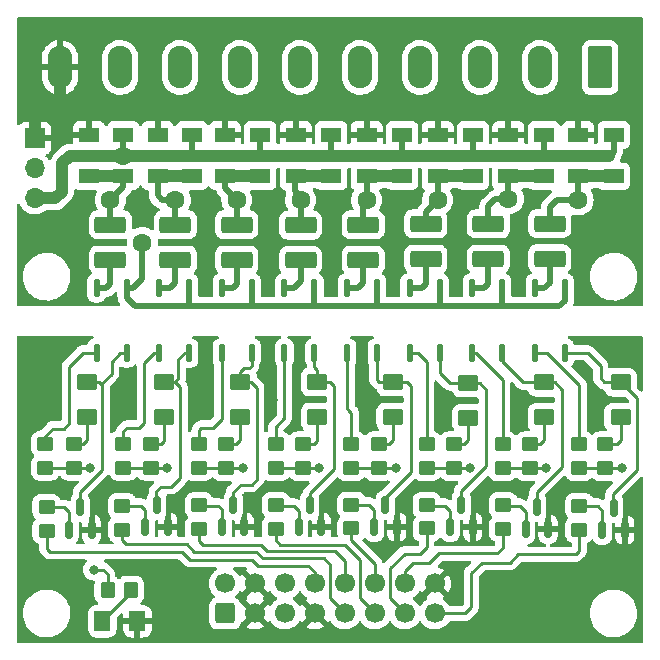
<source format=gbr>
%TF.GenerationSoftware,KiCad,Pcbnew,6.0.11+dfsg-1~bpo11+1*%
%TF.CreationDate,2023-07-05T16:24:21+02:00*%
%TF.ProjectId,dout8rib21,646f7574-3872-4696-9232-312e6b696361,1.1*%
%TF.SameCoordinates,Original*%
%TF.FileFunction,Copper,L1,Top*%
%TF.FilePolarity,Positive*%
%FSLAX46Y46*%
G04 Gerber Fmt 4.6, Leading zero omitted, Abs format (unit mm)*
G04 Created by KiCad (PCBNEW 6.0.11+dfsg-1~bpo11+1) date 2023-07-05 16:24:21*
%MOMM*%
%LPD*%
G01*
G04 APERTURE LIST*
G04 Aperture macros list*
%AMRoundRect*
0 Rectangle with rounded corners*
0 $1 Rounding radius*
0 $2 $3 $4 $5 $6 $7 $8 $9 X,Y pos of 4 corners*
0 Add a 4 corners polygon primitive as box body*
4,1,4,$2,$3,$4,$5,$6,$7,$8,$9,$2,$3,0*
0 Add four circle primitives for the rounded corners*
1,1,$1+$1,$2,$3*
1,1,$1+$1,$4,$5*
1,1,$1+$1,$6,$7*
1,1,$1+$1,$8,$9*
0 Add four rect primitives between the rounded corners*
20,1,$1+$1,$2,$3,$4,$5,0*
20,1,$1+$1,$4,$5,$6,$7,0*
20,1,$1+$1,$6,$7,$8,$9,0*
20,1,$1+$1,$8,$9,$2,$3,0*%
G04 Aperture macros list end*
%TA.AperFunction,SMDPad,CuDef*%
%ADD10RoundRect,0.137500X0.137500X-0.587500X0.137500X0.587500X-0.137500X0.587500X-0.137500X-0.587500X0*%
%TD*%
%TA.AperFunction,SMDPad,CuDef*%
%ADD11R,1.700000X1.300000*%
%TD*%
%TA.AperFunction,SMDPad,CuDef*%
%ADD12RoundRect,0.150000X0.150000X-0.587500X0.150000X0.587500X-0.150000X0.587500X-0.150000X-0.587500X0*%
%TD*%
%TA.AperFunction,SMDPad,CuDef*%
%ADD13RoundRect,0.250001X1.074999X-0.462499X1.074999X0.462499X-1.074999X0.462499X-1.074999X-0.462499X0*%
%TD*%
%TA.AperFunction,SMDPad,CuDef*%
%ADD14RoundRect,0.250001X-0.624999X0.462499X-0.624999X-0.462499X0.624999X-0.462499X0.624999X0.462499X0*%
%TD*%
%TA.AperFunction,SMDPad,CuDef*%
%ADD15RoundRect,0.250000X0.450000X-0.350000X0.450000X0.350000X-0.450000X0.350000X-0.450000X-0.350000X0*%
%TD*%
%TA.AperFunction,ComponentPad*%
%ADD16R,1.700000X1.700000*%
%TD*%
%TA.AperFunction,ComponentPad*%
%ADD17O,1.700000X1.700000*%
%TD*%
%TA.AperFunction,ComponentPad*%
%ADD18RoundRect,0.250000X0.600000X-0.600000X0.600000X0.600000X-0.600000X0.600000X-0.600000X-0.600000X0*%
%TD*%
%TA.AperFunction,ComponentPad*%
%ADD19C,1.700000*%
%TD*%
%TA.AperFunction,SMDPad,CuDef*%
%ADD20RoundRect,0.250001X0.462499X0.624999X-0.462499X0.624999X-0.462499X-0.624999X0.462499X-0.624999X0*%
%TD*%
%TA.AperFunction,ComponentPad*%
%ADD21RoundRect,0.249999X0.790001X1.550001X-0.790001X1.550001X-0.790001X-1.550001X0.790001X-1.550001X0*%
%TD*%
%TA.AperFunction,ComponentPad*%
%ADD22O,2.080000X3.600000*%
%TD*%
%TA.AperFunction,SMDPad,CuDef*%
%ADD23RoundRect,0.250000X-0.350000X-0.450000X0.350000X-0.450000X0.350000X0.450000X-0.350000X0.450000X0*%
%TD*%
%TA.AperFunction,ViaPad*%
%ADD24C,0.800000*%
%TD*%
%TA.AperFunction,ViaPad*%
%ADD25C,1.600000*%
%TD*%
%TA.AperFunction,Conductor*%
%ADD26C,0.250000*%
%TD*%
%TA.AperFunction,Conductor*%
%ADD27C,0.500000*%
%TD*%
%TA.AperFunction,Conductor*%
%ADD28C,1.000000*%
%TD*%
G04 APERTURE END LIST*
D10*
%TO.P,U6,1*%
%TO.N,Net-(R19-Pad2)*%
X143830000Y-94950000D03*
%TO.P,U6,2*%
%TO.N,Net-(D7-Pad1)*%
X146370000Y-94950000D03*
%TO.P,U6,3*%
%TO.N,/COM*%
X146370000Y-89450000D03*
%TO.P,U6,4*%
%TO.N,Net-(F6-Pad1)*%
X143830000Y-89450000D03*
%TD*%
D11*
%TO.P,D23,1,K*%
%TO.N,/OUT_7*%
X132600000Y-80000000D03*
%TO.P,D23,2,A*%
%TO.N,GNDD*%
X132600000Y-76500000D03*
%TD*%
D12*
%TO.P,Q4,1,B*%
%TO.N,Net-(Q4-Pad1)*%
X156740000Y-109690000D03*
%TO.P,Q4,2,E*%
%TO.N,GND*%
X158640000Y-109690000D03*
%TO.P,Q4,3,C*%
%TO.N,Net-(D5-Pad1)*%
X157690000Y-107815000D03*
%TD*%
%TO.P,Q7,1,B*%
%TO.N,Net-(Q7-Pad1)*%
X137370000Y-109710000D03*
%TO.P,Q7,2,E*%
%TO.N,GND*%
X139270000Y-109710000D03*
%TO.P,Q7,3,C*%
%TO.N,Net-(D20-Pad1)*%
X138320000Y-107835000D03*
%TD*%
D13*
%TO.P,F8,1*%
%TO.N,Net-(F8-Pad1)*%
X134400000Y-87075000D03*
%TO.P,F8,2*%
%TO.N,/OUT_7*%
X134400000Y-84100000D03*
%TD*%
D14*
%TO.P,D21,1,K*%
%TO.N,Net-(D21-Pad1)*%
X132400000Y-97425000D03*
%TO.P,D21,2,A*%
%TO.N,Net-(D21-Pad2)*%
X132400000Y-100400000D03*
%TD*%
D13*
%TO.P,F7,1*%
%TO.N,Net-(F7-Pad1)*%
X139900000Y-87075000D03*
%TO.P,F7,2*%
%TO.N,/OUT_6*%
X139900000Y-84100000D03*
%TD*%
D12*
%TO.P,Q1,1,B*%
%TO.N,Net-(Q1-Pad1)*%
X176050000Y-109937500D03*
%TO.P,Q1,2,E*%
%TO.N,GND*%
X177950000Y-109937500D03*
%TO.P,Q1,3,C*%
%TO.N,Net-(D2-Pad1)*%
X177000000Y-108062500D03*
%TD*%
D15*
%TO.P,R15,1*%
%TO.N,/O5*%
X141900000Y-109840000D03*
%TO.P,R15,2*%
%TO.N,Net-(Q6-Pad1)*%
X141900000Y-107840000D03*
%TD*%
D11*
%TO.P,D18,1,K*%
%TO.N,+VDC*%
X153100000Y-76500000D03*
%TO.P,D18,2,A*%
%TO.N,/OUT_4*%
X153100000Y-80000000D03*
%TD*%
D14*
%TO.P,D4,1,K*%
%TO.N,Net-(D4-Pad1)*%
X164700000Y-97500000D03*
%TO.P,D4,2,A*%
%TO.N,Net-(D4-Pad2)*%
X164700000Y-100475000D03*
%TD*%
D15*
%TO.P,R20,1*%
%TO.N,/O6*%
X135400000Y-109900000D03*
%TO.P,R20,2*%
%TO.N,Net-(Q7-Pad1)*%
X135400000Y-107900000D03*
%TD*%
%TO.P,R6,1*%
%TO.N,+24V*%
X174100000Y-104700000D03*
%TO.P,R6,2*%
%TO.N,Net-(R6-Pad2)*%
X174100000Y-102700000D03*
%TD*%
%TO.P,R12,1*%
%TO.N,+24V*%
X161200000Y-104700000D03*
%TO.P,R12,2*%
%TO.N,Net-(R12-Pad2)*%
X161200000Y-102700000D03*
%TD*%
D11*
%TO.P,D16,1,K*%
%TO.N,+VDC*%
X165100000Y-76500000D03*
%TO.P,D16,2,A*%
%TO.N,/OUT_2*%
X165100000Y-80000000D03*
%TD*%
%TO.P,D17,1,K*%
%TO.N,+VDC*%
X159100000Y-76500000D03*
%TO.P,D17,2,A*%
%TO.N,/OUT_3*%
X159100000Y-80000000D03*
%TD*%
D12*
%TO.P,Q2,1,B*%
%TO.N,Net-(Q2-Pad1)*%
X169550000Y-109875000D03*
%TO.P,Q2,2,E*%
%TO.N,GND*%
X171450000Y-109875000D03*
%TO.P,Q2,3,C*%
%TO.N,Net-(D3-Pad1)*%
X170500000Y-108000000D03*
%TD*%
D11*
%TO.P,D14,1,K*%
%TO.N,+VDC*%
X177000000Y-76500000D03*
%TO.P,D14,2,A*%
%TO.N,/OUT_0*%
X177000000Y-80000000D03*
%TD*%
%TO.P,D19,1,K*%
%TO.N,+VDC*%
X147100000Y-76500000D03*
%TO.P,D19,2,A*%
%TO.N,/OUT_5*%
X147100000Y-80000000D03*
%TD*%
%TO.P,D15,1,K*%
%TO.N,+VDC*%
X171100000Y-76500000D03*
%TO.P,D15,2,A*%
%TO.N,/OUT_1*%
X171100000Y-80000000D03*
%TD*%
D16*
%TO.P,J3,1,Pin_1*%
%TO.N,GNDD*%
X128000000Y-76775000D03*
D17*
%TO.P,J3,2,Pin_2*%
%TO.N,/COM*%
X128000000Y-79315000D03*
%TO.P,J3,3,Pin_3*%
%TO.N,+VDC*%
X128000000Y-81855000D03*
%TD*%
D11*
%TO.P,D11,1,K*%
%TO.N,/OUT_3*%
X156100000Y-80000000D03*
%TO.P,D11,2,A*%
%TO.N,GNDD*%
X156100000Y-76500000D03*
%TD*%
D13*
%TO.P,F2,1*%
%TO.N,Net-(F2-Pad1)*%
X166400000Y-87000000D03*
%TO.P,F2,2*%
%TO.N,/OUT_1*%
X166400000Y-84025000D03*
%TD*%
D15*
%TO.P,R24,1*%
%TO.N,+24V*%
X135500000Y-104650000D03*
%TO.P,R24,2*%
%TO.N,Net-(R24-Pad2)*%
X135500000Y-102650000D03*
%TD*%
D13*
%TO.P,F3,1*%
%TO.N,Net-(F3-Pad1)*%
X161100000Y-87000000D03*
%TO.P,F3,2*%
%TO.N,/OUT_2*%
X161100000Y-84025000D03*
%TD*%
D12*
%TO.P,Q3,1,B*%
%TO.N,Net-(Q3-Pad1)*%
X163160000Y-109690000D03*
%TO.P,Q3,2,E*%
%TO.N,GND*%
X165060000Y-109690000D03*
%TO.P,Q3,3,C*%
%TO.N,Net-(D4-Pad1)*%
X164110000Y-107815000D03*
%TD*%
D15*
%TO.P,R3,1*%
%TO.N,/O1*%
X167650000Y-109820000D03*
%TO.P,R3,2*%
%TO.N,Net-(Q2-Pad1)*%
X167650000Y-107820000D03*
%TD*%
D14*
%TO.P,D2,1,K*%
%TO.N,Net-(D2-Pad1)*%
X177600000Y-97425000D03*
%TO.P,D2,2,A*%
%TO.N,Net-(D2-Pad2)*%
X177600000Y-100400000D03*
%TD*%
D13*
%TO.P,F1,1*%
%TO.N,Net-(F1-Pad1)*%
X171600000Y-86975000D03*
%TO.P,F1,2*%
%TO.N,/OUT_0*%
X171600000Y-84000000D03*
%TD*%
D15*
%TO.P,R18,1*%
%TO.N,+24V*%
X148400000Y-104700000D03*
%TO.P,R18,2*%
%TO.N,Net-(R18-Pad2)*%
X148400000Y-102700000D03*
%TD*%
D10*
%TO.P,U5,1*%
%TO.N,Net-(R18-Pad2)*%
X149130000Y-94950000D03*
%TO.P,U5,2*%
%TO.N,Net-(D6-Pad1)*%
X151670000Y-94950000D03*
%TO.P,U5,3*%
%TO.N,/COM*%
X151670000Y-89450000D03*
%TO.P,U5,4*%
%TO.N,Net-(F5-Pad1)*%
X149130000Y-89450000D03*
%TD*%
D15*
%TO.P,R16,1*%
%TO.N,+24V*%
X150700000Y-104700000D03*
%TO.P,R16,2*%
%TO.N,Net-(D6-Pad2)*%
X150700000Y-102700000D03*
%TD*%
D14*
%TO.P,D7,1,K*%
%TO.N,Net-(D7-Pad1)*%
X145400000Y-97412500D03*
%TO.P,D7,2,A*%
%TO.N,Net-(D7-Pad2)*%
X145400000Y-100387500D03*
%TD*%
D15*
%TO.P,R17,1*%
%TO.N,+24V*%
X144200000Y-104700000D03*
%TO.P,R17,2*%
%TO.N,Net-(D7-Pad2)*%
X144200000Y-102700000D03*
%TD*%
D11*
%TO.P,D25,1,K*%
%TO.N,+VDC*%
X135500000Y-76500000D03*
%TO.P,D25,2,A*%
%TO.N,/OUT_7*%
X135500000Y-80000000D03*
%TD*%
%TO.P,D9,1,K*%
%TO.N,/OUT_1*%
X168100000Y-80000000D03*
%TO.P,D9,2,A*%
%TO.N,GNDD*%
X168100000Y-76500000D03*
%TD*%
D10*
%TO.P,U7,1*%
%TO.N,Net-(R25-Pad2)*%
X133230000Y-94950000D03*
%TO.P,U7,2*%
%TO.N,Net-(D21-Pad1)*%
X135770000Y-94950000D03*
%TO.P,U7,3*%
%TO.N,/COM*%
X135770000Y-89450000D03*
%TO.P,U7,4*%
%TO.N,Net-(F8-Pad1)*%
X133230000Y-89450000D03*
%TD*%
D11*
%TO.P,D12,1,K*%
%TO.N,/OUT_4*%
X150100000Y-80000000D03*
%TO.P,D12,2,A*%
%TO.N,GNDD*%
X150100000Y-76500000D03*
%TD*%
D14*
%TO.P,D3,1,K*%
%TO.N,Net-(D3-Pad1)*%
X171100000Y-97425000D03*
%TO.P,D3,2,A*%
%TO.N,Net-(D3-Pad2)*%
X171100000Y-100400000D03*
%TD*%
D18*
%TO.P,J1,1,Pin_1*%
%TO.N,+24V*%
X144110000Y-117000000D03*
D19*
%TO.P,J1,2,Pin_2*%
X144110000Y-114460000D03*
%TO.P,J1,3,Pin_3*%
%TO.N,GND*%
X146650000Y-117000000D03*
%TO.P,J1,4,Pin_4*%
X146650000Y-114460000D03*
%TO.P,J1,5,Pin_5*%
%TO.N,+3.3V*%
X149190000Y-117000000D03*
%TO.P,J1,6,Pin_6*%
X149190000Y-114460000D03*
%TO.P,J1,7,Pin_7*%
%TO.N,GND*%
X151730000Y-117000000D03*
%TO.P,J1,8,Pin_8*%
%TO.N,/O7*%
X151730000Y-114460000D03*
%TO.P,J1,9,Pin_9*%
%TO.N,/O6*%
X154270000Y-117000000D03*
%TO.P,J1,10,Pin_10*%
%TO.N,/O5*%
X154270000Y-114460000D03*
%TO.P,J1,11,Pin_11*%
%TO.N,/O4*%
X156810000Y-117000000D03*
%TO.P,J1,12,Pin_12*%
%TO.N,/O3*%
X156810000Y-114460000D03*
%TO.P,J1,13,Pin_13*%
%TO.N,/O2*%
X159350000Y-117000000D03*
%TO.P,J1,14,Pin_14*%
%TO.N,/O1*%
X159350000Y-114460000D03*
%TO.P,J1,15,Pin_15*%
%TO.N,/O0*%
X161890000Y-117000000D03*
%TO.P,J1,16,Pin_16*%
%TO.N,GND*%
X161890000Y-114460000D03*
%TD*%
D10*
%TO.P,U1,1*%
%TO.N,Net-(R6-Pad2)*%
X170330000Y-94950000D03*
%TO.P,U1,2*%
%TO.N,Net-(D2-Pad1)*%
X172870000Y-94950000D03*
%TO.P,U1,3*%
%TO.N,/COM*%
X172870000Y-89450000D03*
%TO.P,U1,4*%
%TO.N,Net-(F1-Pad1)*%
X170330000Y-89450000D03*
%TD*%
D11*
%TO.P,D10,1,K*%
%TO.N,/OUT_2*%
X162100000Y-80000000D03*
%TO.P,D10,2,A*%
%TO.N,GNDD*%
X162100000Y-76500000D03*
%TD*%
D13*
%TO.P,F4,1*%
%TO.N,Net-(F4-Pad1)*%
X155800000Y-87075000D03*
%TO.P,F4,2*%
%TO.N,/OUT_3*%
X155800000Y-84100000D03*
%TD*%
D12*
%TO.P,Q8,1,B*%
%TO.N,Net-(Q8-Pad1)*%
X130900000Y-109900000D03*
%TO.P,Q8,2,E*%
%TO.N,GND*%
X132800000Y-109900000D03*
%TO.P,Q8,3,C*%
%TO.N,Net-(D21-Pad1)*%
X131850000Y-108025000D03*
%TD*%
D15*
%TO.P,R25,1*%
%TO.N,+24V*%
X128900000Y-104650000D03*
%TO.P,R25,2*%
%TO.N,Net-(R25-Pad2)*%
X128900000Y-102650000D03*
%TD*%
D11*
%TO.P,D13,1,K*%
%TO.N,/OUT_5*%
X144100000Y-80000000D03*
%TO.P,D13,2,A*%
%TO.N,GNDD*%
X144100000Y-76500000D03*
%TD*%
D15*
%TO.P,R8,1*%
%TO.N,/O2*%
X161190000Y-109810000D03*
%TO.P,R8,2*%
%TO.N,Net-(Q3-Pad1)*%
X161190000Y-107810000D03*
%TD*%
%TO.P,R11,1*%
%TO.N,+24V*%
X157100000Y-104700000D03*
%TO.P,R11,2*%
%TO.N,Net-(D5-Pad2)*%
X157100000Y-102700000D03*
%TD*%
%TO.P,R22,1*%
%TO.N,+24V*%
X137800000Y-104650000D03*
%TO.P,R22,2*%
%TO.N,Net-(D20-Pad2)*%
X137800000Y-102650000D03*
%TD*%
D11*
%TO.P,D22,1,K*%
%TO.N,/OUT_6*%
X138400000Y-80000000D03*
%TO.P,D22,2,A*%
%TO.N,GNDD*%
X138400000Y-76500000D03*
%TD*%
D10*
%TO.P,U2,1*%
%TO.N,Net-(R7-Pad2)*%
X165030000Y-94950000D03*
%TO.P,U2,2*%
%TO.N,Net-(D3-Pad1)*%
X167570000Y-94950000D03*
%TO.P,U2,3*%
%TO.N,/COM*%
X167570000Y-89450000D03*
%TO.P,U2,4*%
%TO.N,Net-(F2-Pad1)*%
X165030000Y-89450000D03*
%TD*%
D15*
%TO.P,R5,1*%
%TO.N,+24V*%
X169900000Y-104700000D03*
%TO.P,R5,2*%
%TO.N,Net-(D3-Pad2)*%
X169900000Y-102700000D03*
%TD*%
D13*
%TO.P,F5,1*%
%TO.N,Net-(F5-Pad1)*%
X150500000Y-87100000D03*
%TO.P,F5,2*%
%TO.N,/OUT_4*%
X150500000Y-84125000D03*
%TD*%
D20*
%TO.P,D1,1,K*%
%TO.N,GND*%
X136675000Y-117660000D03*
%TO.P,D1,2,A*%
%TO.N,Net-(D1-Pad2)*%
X133700000Y-117660000D03*
%TD*%
D10*
%TO.P,U8,1*%
%TO.N,Net-(R24-Pad2)*%
X138530000Y-94950000D03*
%TO.P,U8,2*%
%TO.N,Net-(D20-Pad1)*%
X141070000Y-94950000D03*
%TO.P,U8,3*%
%TO.N,/COM*%
X141070000Y-89450000D03*
%TO.P,U8,4*%
%TO.N,Net-(F7-Pad1)*%
X138530000Y-89450000D03*
%TD*%
D15*
%TO.P,R4,1*%
%TO.N,+24V*%
X176300000Y-104700000D03*
%TO.P,R4,2*%
%TO.N,Net-(D2-Pad2)*%
X176300000Y-102700000D03*
%TD*%
%TO.P,R9,1*%
%TO.N,/O3*%
X154800000Y-109800000D03*
%TO.P,R9,2*%
%TO.N,Net-(Q4-Pad1)*%
X154800000Y-107800000D03*
%TD*%
%TO.P,R13,1*%
%TO.N,+24V*%
X154800000Y-104700000D03*
%TO.P,R13,2*%
%TO.N,Net-(R13-Pad2)*%
X154800000Y-102700000D03*
%TD*%
%TO.P,R19,1*%
%TO.N,+24V*%
X141900000Y-104700000D03*
%TO.P,R19,2*%
%TO.N,Net-(R19-Pad2)*%
X141900000Y-102700000D03*
%TD*%
%TO.P,R14,1*%
%TO.N,/O4*%
X148420000Y-109830000D03*
%TO.P,R14,2*%
%TO.N,Net-(Q5-Pad1)*%
X148420000Y-107830000D03*
%TD*%
D12*
%TO.P,Q6,1,B*%
%TO.N,Net-(Q6-Pad1)*%
X143850000Y-109720000D03*
%TO.P,Q6,2,E*%
%TO.N,GND*%
X145750000Y-109720000D03*
%TO.P,Q6,3,C*%
%TO.N,Net-(D7-Pad1)*%
X144800000Y-107845000D03*
%TD*%
D21*
%TO.P,J2,1,Pin_1*%
%TO.N,/OUT_0*%
X175860000Y-70777500D03*
D22*
%TO.P,J2,2,Pin_2*%
%TO.N,/OUT_1*%
X170780000Y-70777500D03*
%TO.P,J2,3,Pin_3*%
%TO.N,/OUT_2*%
X165700000Y-70777500D03*
%TO.P,J2,4,Pin_4*%
%TO.N,/OUT_3*%
X160620000Y-70777500D03*
%TO.P,J2,5,Pin_5*%
%TO.N,/OUT_4*%
X155540000Y-70777500D03*
%TO.P,J2,6,Pin_6*%
%TO.N,/OUT_5*%
X150460000Y-70777500D03*
%TO.P,J2,7,Pin_7*%
%TO.N,/OUT_6*%
X145380000Y-70777500D03*
%TO.P,J2,8,Pin_8*%
%TO.N,/OUT_7*%
X140300000Y-70777500D03*
%TO.P,J2,9,Pin_9*%
%TO.N,+VDC*%
X135220000Y-70777500D03*
%TO.P,J2,10,Pin_10*%
%TO.N,GNDD*%
X130140000Y-70777500D03*
%TD*%
D13*
%TO.P,F6,1*%
%TO.N,Net-(F6-Pad1)*%
X145100000Y-87075000D03*
%TO.P,F6,2*%
%TO.N,/OUT_5*%
X145100000Y-84100000D03*
%TD*%
D11*
%TO.P,D8,1,K*%
%TO.N,/OUT_0*%
X174000000Y-80000000D03*
%TO.P,D8,2,A*%
%TO.N,GNDD*%
X174000000Y-76500000D03*
%TD*%
D10*
%TO.P,U3,1*%
%TO.N,Net-(R12-Pad2)*%
X159730000Y-94950000D03*
%TO.P,U3,2*%
%TO.N,Net-(D4-Pad1)*%
X162270000Y-94950000D03*
%TO.P,U3,3*%
%TO.N,/COM*%
X162270000Y-89450000D03*
%TO.P,U3,4*%
%TO.N,Net-(F3-Pad1)*%
X159730000Y-89450000D03*
%TD*%
D15*
%TO.P,R23,1*%
%TO.N,+24V*%
X131300000Y-104650000D03*
%TO.P,R23,2*%
%TO.N,Net-(D21-Pad2)*%
X131300000Y-102650000D03*
%TD*%
D23*
%TO.P,R1,1*%
%TO.N,+24V*%
X134160000Y-115010000D03*
%TO.P,R1,2*%
%TO.N,Net-(D1-Pad2)*%
X136160000Y-115010000D03*
%TD*%
D15*
%TO.P,R21,1*%
%TO.N,/O7*%
X129000000Y-110000000D03*
%TO.P,R21,2*%
%TO.N,Net-(Q8-Pad1)*%
X129000000Y-108000000D03*
%TD*%
D10*
%TO.P,U4,1*%
%TO.N,Net-(R13-Pad2)*%
X154430000Y-94950000D03*
%TO.P,U4,2*%
%TO.N,Net-(D5-Pad1)*%
X156970000Y-94950000D03*
%TO.P,U4,3*%
%TO.N,/COM*%
X156970000Y-89450000D03*
%TO.P,U4,4*%
%TO.N,Net-(F4-Pad1)*%
X154430000Y-89450000D03*
%TD*%
D12*
%TO.P,Q5,1,B*%
%TO.N,Net-(Q5-Pad1)*%
X150340000Y-109710000D03*
%TO.P,Q5,2,E*%
%TO.N,GND*%
X152240000Y-109710000D03*
%TO.P,Q5,3,C*%
%TO.N,Net-(D6-Pad1)*%
X151290000Y-107835000D03*
%TD*%
D14*
%TO.P,D6,1,K*%
%TO.N,Net-(D6-Pad1)*%
X151900000Y-97400000D03*
%TO.P,D6,2,A*%
%TO.N,Net-(D6-Pad2)*%
X151900000Y-100375000D03*
%TD*%
%TO.P,D20,1,K*%
%TO.N,Net-(D20-Pad1)*%
X138900000Y-97412500D03*
%TO.P,D20,2,A*%
%TO.N,Net-(D20-Pad2)*%
X138900000Y-100387500D03*
%TD*%
D15*
%TO.P,R10,1*%
%TO.N,+24V*%
X163500000Y-104700000D03*
%TO.P,R10,2*%
%TO.N,Net-(D4-Pad2)*%
X163500000Y-102700000D03*
%TD*%
%TO.P,R2,1*%
%TO.N,/O0*%
X174100000Y-109900000D03*
%TO.P,R2,2*%
%TO.N,Net-(Q1-Pad1)*%
X174100000Y-107900000D03*
%TD*%
D14*
%TO.P,D5,1,K*%
%TO.N,Net-(D5-Pad1)*%
X158300000Y-97400000D03*
%TO.P,D5,2,A*%
%TO.N,Net-(D5-Pad2)*%
X158300000Y-100375000D03*
%TD*%
D15*
%TO.P,R7,1*%
%TO.N,+24V*%
X167600000Y-104700000D03*
%TO.P,R7,2*%
%TO.N,Net-(R7-Pad2)*%
X167600000Y-102700000D03*
%TD*%
D11*
%TO.P,D24,1,K*%
%TO.N,+VDC*%
X141300000Y-76500000D03*
%TO.P,D24,2,A*%
%TO.N,/OUT_6*%
X141300000Y-80000000D03*
%TD*%
D24*
%TO.N,GND*%
X165750000Y-107850000D03*
X155950000Y-99100000D03*
X177850000Y-95300000D03*
X139600000Y-107500000D03*
X178250000Y-107900000D03*
X169250000Y-98900000D03*
X133650000Y-107550000D03*
X142100000Y-98850000D03*
X159050000Y-107600000D03*
X175600000Y-98800000D03*
X146050000Y-107500000D03*
X172400000Y-107900000D03*
X135300000Y-98900000D03*
X150450000Y-98850000D03*
X148150000Y-98950000D03*
X152700000Y-107700000D03*
X162800000Y-98950000D03*
D25*
%TO.N,/OUT_6*%
X139900000Y-82000000D03*
%TO.N,/OUT_7*%
X134400000Y-82000000D03*
D24*
%TO.N,+24V*%
X164850000Y-104650000D03*
X152050000Y-104650000D03*
X133000000Y-113300000D03*
X171250000Y-104650000D03*
X132650000Y-104650000D03*
X145600000Y-104650000D03*
X177750000Y-104700000D03*
X139150000Y-104650000D03*
X158550000Y-104650000D03*
D25*
%TO.N,/COM*%
X137100000Y-85600000D03*
%TO.N,/OUT_0*%
X174000000Y-82000000D03*
%TO.N,/OUT_1*%
X168100000Y-81900000D03*
%TO.N,/OUT_2*%
X162100000Y-82000000D03*
%TO.N,/OUT_3*%
X156100000Y-82000000D03*
%TO.N,/OUT_4*%
X150500000Y-82000000D03*
%TO.N,/OUT_5*%
X145100000Y-82000000D03*
D24*
%TO.N,GNDD*%
X137400000Y-82900000D03*
X130300000Y-83700000D03*
D25*
%TO.N,+VDC*%
X135500000Y-78250000D03*
%TD*%
D26*
%TO.N,Net-(D1-Pad2)*%
X136160000Y-115200000D02*
X136160000Y-115010000D01*
X133700000Y-117660000D02*
X136160000Y-115200000D01*
%TO.N,Net-(D2-Pad1)*%
X176225000Y-97425000D02*
X177600000Y-97425000D01*
X177600000Y-97425000D02*
X177625000Y-97425000D01*
X179000000Y-104850000D02*
X176950000Y-106900000D01*
X176950000Y-106900000D02*
X176950000Y-108012500D01*
X177625000Y-97425000D02*
X179000000Y-98800000D01*
X179000000Y-98800000D02*
X179000000Y-104850000D01*
X176950000Y-108012500D02*
X177000000Y-108062500D01*
X175900000Y-96050000D02*
X175900000Y-97100000D01*
X175900000Y-97100000D02*
X176225000Y-97425000D01*
X174800000Y-94950000D02*
X175900000Y-96050000D01*
X172870000Y-94950000D02*
X174800000Y-94950000D01*
%TO.N,Net-(D2-Pad2)*%
X177250000Y-102700000D02*
X176300000Y-102700000D01*
X177600000Y-100400000D02*
X177600000Y-102350000D01*
X177600000Y-102350000D02*
X177250000Y-102700000D01*
%TO.N,Net-(D3-Pad1)*%
X170500000Y-106750000D02*
X170500000Y-108000000D01*
X169325000Y-97425000D02*
X171100000Y-97425000D01*
X172025000Y-97425000D02*
X172650000Y-98050000D01*
X172650000Y-104600000D02*
X170500000Y-106750000D01*
X171100000Y-97425000D02*
X172025000Y-97425000D01*
X172650000Y-98050000D02*
X172650000Y-104600000D01*
X167570000Y-94950000D02*
X167570000Y-95670000D01*
X167570000Y-95670000D02*
X169325000Y-97425000D01*
%TO.N,Net-(D3-Pad2)*%
X170750000Y-102700000D02*
X169900000Y-102700000D01*
X171100000Y-102350000D02*
X170750000Y-102700000D01*
X171100000Y-100400000D02*
X171100000Y-102350000D01*
%TO.N,Net-(D4-Pad1)*%
X164100000Y-106650000D02*
X164100000Y-108000000D01*
X166200000Y-104550000D02*
X164100000Y-106650000D01*
X166200000Y-98050000D02*
X166200000Y-104550000D01*
X162270000Y-94950000D02*
X162270000Y-96620000D01*
X164700000Y-97500000D02*
X165650000Y-97500000D01*
X162270000Y-96620000D02*
X163150000Y-97500000D01*
X165650000Y-97500000D02*
X166200000Y-98050000D01*
X163150000Y-97500000D02*
X164700000Y-97500000D01*
%TO.N,Net-(D4-Pad2)*%
X164300000Y-102700000D02*
X163500000Y-102700000D01*
X164700000Y-100475000D02*
X164700000Y-102300000D01*
X164700000Y-102300000D02*
X164300000Y-102700000D01*
%TO.N,Net-(D5-Pad1)*%
X159500000Y-97400000D02*
X158300000Y-97400000D01*
X156950000Y-97200000D02*
X157150000Y-97400000D01*
X157150000Y-97400000D02*
X158300000Y-97400000D01*
X159850000Y-105000000D02*
X159850000Y-97750000D01*
X156970000Y-94950000D02*
X156950000Y-94970000D01*
X159850000Y-97750000D02*
X159500000Y-97400000D01*
X157700000Y-108025000D02*
X157700000Y-107150000D01*
X156950000Y-94970000D02*
X156950000Y-97200000D01*
X157700000Y-107150000D02*
X159850000Y-105000000D01*
%TO.N,Net-(D5-Pad2)*%
X158300000Y-102350000D02*
X157950000Y-102700000D01*
X157950000Y-102700000D02*
X157100000Y-102700000D01*
X158300000Y-100375000D02*
X158300000Y-102350000D01*
%TO.N,Net-(D6-Pad1)*%
X153350000Y-97750000D02*
X153350000Y-104800000D01*
X151300000Y-106850000D02*
X151300000Y-108062500D01*
X151900000Y-97400000D02*
X153000000Y-97400000D01*
X151670000Y-96170000D02*
X151900000Y-96400000D01*
X153000000Y-97400000D02*
X153350000Y-97750000D01*
X151670000Y-94950000D02*
X151670000Y-96170000D01*
X153350000Y-104800000D02*
X151300000Y-106850000D01*
X151900000Y-96400000D02*
X151900000Y-97400000D01*
%TO.N,Net-(D6-Pad2)*%
X150700000Y-102700000D02*
X151600000Y-102700000D01*
X151600000Y-102700000D02*
X151900000Y-102400000D01*
X151900000Y-102400000D02*
X151900000Y-100375000D01*
%TO.N,Net-(D7-Pad1)*%
X146350000Y-106100000D02*
X146800000Y-105650000D01*
X144800000Y-108025000D02*
X144800000Y-106750000D01*
X145750000Y-96250000D02*
X146150000Y-96250000D01*
X145400000Y-96600000D02*
X145750000Y-96250000D01*
X145450000Y-106100000D02*
X146350000Y-106100000D01*
X145400000Y-97412500D02*
X145400000Y-96600000D01*
X146370000Y-94950000D02*
X146370000Y-96030000D01*
X144800000Y-106750000D02*
X145450000Y-106100000D01*
X146800000Y-105650000D02*
X146800000Y-97900000D01*
X145400000Y-97412500D02*
X146312500Y-97412500D01*
X146370000Y-96030000D02*
X146150000Y-96250000D01*
X146312500Y-97412500D02*
X146800000Y-97900000D01*
%TO.N,Net-(D7-Pad2)*%
X145400000Y-100387500D02*
X145400000Y-102350000D01*
X145400000Y-102350000D02*
X145050000Y-102700000D01*
X145050000Y-102700000D02*
X144200000Y-102700000D01*
%TO.N,Net-(D20-Pad1)*%
X138300000Y-108025000D02*
X138300000Y-106650000D01*
X140700000Y-94950000D02*
X140150000Y-95500000D01*
X140150000Y-97100000D02*
X139837500Y-97412500D01*
X138650000Y-106300000D02*
X139550000Y-106300000D01*
X140300000Y-105550000D02*
X139550000Y-106300000D01*
X139862500Y-97412500D02*
X140300000Y-97850000D01*
X138900000Y-97412500D02*
X139862500Y-97412500D01*
X138300000Y-106650000D02*
X138650000Y-106300000D01*
X139837500Y-97412500D02*
X138900000Y-97412500D01*
X140300000Y-97850000D02*
X140300000Y-105550000D01*
X140150000Y-95500000D02*
X140150000Y-97100000D01*
X141070000Y-94950000D02*
X140700000Y-94950000D01*
%TO.N,Net-(D20-Pad2)*%
X138900000Y-100387500D02*
X138900000Y-102400000D01*
X138900000Y-102400000D02*
X138650000Y-102650000D01*
X138650000Y-102650000D02*
X137800000Y-102650000D01*
%TO.N,Net-(D21-Pad1)*%
X134500000Y-95700000D02*
X134500000Y-96700000D01*
X134500000Y-96700000D02*
X133600000Y-97600000D01*
X131850000Y-106700000D02*
X131850000Y-108025000D01*
X133700000Y-104850000D02*
X131850000Y-106700000D01*
X135250000Y-94950000D02*
X134500000Y-95700000D01*
X133600000Y-97600000D02*
X133700000Y-97700000D01*
X133700000Y-97700000D02*
X133700000Y-104850000D01*
X133425000Y-97425000D02*
X133600000Y-97600000D01*
X135770000Y-94950000D02*
X135250000Y-94950000D01*
X132400000Y-97425000D02*
X133425000Y-97425000D01*
%TO.N,Net-(D21-Pad2)*%
X132400000Y-102300000D02*
X132050000Y-102650000D01*
X132400000Y-100400000D02*
X132400000Y-102300000D01*
X132050000Y-102650000D02*
X131300000Y-102650000D01*
D27*
%TO.N,Net-(F7-Pad1)*%
X138530000Y-89450000D02*
X139450000Y-89450000D01*
X139450000Y-89450000D02*
X139900000Y-89000000D01*
X139900000Y-89000000D02*
X139900000Y-87075000D01*
%TO.N,/OUT_6*%
X138800000Y-82000000D02*
X139900000Y-82000000D01*
X138400000Y-81600000D02*
X138800000Y-82000000D01*
D28*
X141300000Y-80000000D02*
X138400000Y-80000000D01*
D27*
X138400000Y-80000000D02*
X138400000Y-81600000D01*
X139900000Y-82000000D02*
X139900000Y-84100000D01*
%TO.N,Net-(F8-Pad1)*%
X134050000Y-89450000D02*
X134400000Y-89100000D01*
X133230000Y-89450000D02*
X134050000Y-89450000D01*
X134400000Y-89100000D02*
X134400000Y-87075000D01*
%TO.N,/OUT_7*%
X135500000Y-80900000D02*
X134400000Y-82000000D01*
X134400000Y-82000000D02*
X134400000Y-84100000D01*
D28*
X135500000Y-80000000D02*
X132600000Y-80000000D01*
D27*
X135500000Y-80000000D02*
X135500000Y-80900000D01*
D26*
%TO.N,+24V*%
X133000000Y-113300000D02*
X133770000Y-113300000D01*
X145600000Y-104650000D02*
X144250000Y-104650000D01*
X144250000Y-104650000D02*
X144200000Y-104700000D01*
X163550000Y-104650000D02*
X163500000Y-104700000D01*
X144200000Y-104700000D02*
X141900000Y-104700000D01*
X137800000Y-104650000D02*
X135500000Y-104650000D01*
X167600000Y-104700000D02*
X169900000Y-104700000D01*
X161200000Y-104700000D02*
X163500000Y-104700000D01*
X134160000Y-113690000D02*
X134160000Y-115010000D01*
X157150000Y-104650000D02*
X157100000Y-104700000D01*
X133770000Y-113300000D02*
X134160000Y-113690000D01*
X174100000Y-104700000D02*
X176300000Y-104700000D01*
X164850000Y-104650000D02*
X163550000Y-104650000D01*
X154800000Y-104700000D02*
X157100000Y-104700000D01*
X139150000Y-104650000D02*
X137800000Y-104650000D01*
X148400000Y-104700000D02*
X150700000Y-104700000D01*
X131300000Y-104650000D02*
X132650000Y-104650000D01*
X177750000Y-104700000D02*
X176300000Y-104700000D01*
X158550000Y-104650000D02*
X157150000Y-104650000D01*
X152050000Y-104650000D02*
X150750000Y-104650000D01*
X128900000Y-104650000D02*
X131300000Y-104650000D01*
X169950000Y-104650000D02*
X169900000Y-104700000D01*
X150750000Y-104650000D02*
X150700000Y-104700000D01*
X171250000Y-104650000D02*
X169950000Y-104650000D01*
D27*
%TO.N,/COM*%
X167570000Y-89450000D02*
X167570000Y-90930000D01*
X135770000Y-90270000D02*
X136500000Y-91000000D01*
X141070000Y-89450000D02*
X141070000Y-90920000D01*
X172870000Y-90530000D02*
X172870000Y-89450000D01*
X141150000Y-91000000D02*
X146400000Y-91000000D01*
X156970000Y-90930000D02*
X156900000Y-91000000D01*
X151670000Y-89450000D02*
X151670000Y-90930000D01*
X156900000Y-91000000D02*
X162500000Y-91000000D01*
X146370000Y-89450000D02*
X146370000Y-90970000D01*
X135770000Y-89450000D02*
X136350000Y-89450000D01*
X141070000Y-90920000D02*
X141150000Y-91000000D01*
X162270000Y-89450000D02*
X162270000Y-90770000D01*
X156970000Y-89450000D02*
X156970000Y-90930000D01*
X172400000Y-91000000D02*
X172870000Y-90530000D01*
X167570000Y-90930000D02*
X167500000Y-91000000D01*
X167500000Y-91000000D02*
X172400000Y-91000000D01*
X146370000Y-90970000D02*
X146400000Y-91000000D01*
X137100000Y-88700000D02*
X137100000Y-85600000D01*
X162500000Y-91000000D02*
X167500000Y-91000000D01*
X151600000Y-91000000D02*
X156900000Y-91000000D01*
X135770000Y-89450000D02*
X135770000Y-90270000D01*
X151670000Y-90930000D02*
X151600000Y-91000000D01*
X136500000Y-91000000D02*
X141150000Y-91000000D01*
X146400000Y-91000000D02*
X151600000Y-91000000D01*
X136350000Y-89450000D02*
X137100000Y-88700000D01*
%TO.N,/OUT_0*%
X171600000Y-82600000D02*
X172200000Y-82000000D01*
X171600000Y-84000000D02*
X171600000Y-82600000D01*
D28*
X174000000Y-80000000D02*
X177000000Y-80000000D01*
D27*
X172200000Y-82000000D02*
X174000000Y-82000000D01*
X174000000Y-82000000D02*
X174000000Y-80000000D01*
D28*
%TO.N,/OUT_1*%
X171100000Y-80000000D02*
X168100000Y-80000000D01*
D27*
X167000000Y-81900000D02*
X168100000Y-81900000D01*
X168100000Y-81900000D02*
X168100000Y-80000000D01*
X166400000Y-82500000D02*
X167000000Y-81900000D01*
X166400000Y-84025000D02*
X166400000Y-82500000D01*
D28*
%TO.N,/OUT_2*%
X165100000Y-80000000D02*
X162100000Y-80000000D01*
D27*
X162100000Y-82000000D02*
X162100000Y-80000000D01*
X161100000Y-83000000D02*
X162100000Y-82000000D01*
X161100000Y-84025000D02*
X161100000Y-83000000D01*
%TO.N,/OUT_3*%
X156100000Y-82000000D02*
X156100000Y-80000000D01*
X155800000Y-82300000D02*
X156100000Y-82000000D01*
D28*
X159100000Y-80000000D02*
X156100000Y-80000000D01*
D27*
X155800000Y-84100000D02*
X155800000Y-82300000D01*
%TO.N,/OUT_4*%
X150000000Y-81200000D02*
X150000000Y-80100000D01*
X150000000Y-80100000D02*
X150100000Y-80000000D01*
X150500000Y-82000000D02*
X150500000Y-81700000D01*
D28*
X153100000Y-80000000D02*
X150100000Y-80000000D01*
D27*
X150500000Y-81700000D02*
X150000000Y-81200000D01*
X150500000Y-82000000D02*
X150500000Y-84125000D01*
%TO.N,/OUT_5*%
X144100000Y-81000000D02*
X145100000Y-82000000D01*
X145100000Y-82000000D02*
X145100000Y-84100000D01*
D28*
X147100000Y-80000000D02*
X144100000Y-80000000D01*
D27*
X144100000Y-80000000D02*
X144100000Y-81000000D01*
%TO.N,GNDD*%
X132600000Y-76500000D02*
X130400000Y-76500000D01*
D28*
X130140000Y-73860000D02*
X130140000Y-70777500D01*
X128550000Y-74450000D02*
X129550000Y-74450000D01*
D27*
X130125000Y-76775000D02*
X128000000Y-76775000D01*
X130400000Y-76500000D02*
X130125000Y-76775000D01*
D28*
X129550000Y-74450000D02*
X130140000Y-73860000D01*
X128000000Y-75000000D02*
X128550000Y-74450000D01*
X128000000Y-76775000D02*
X128000000Y-75000000D01*
D27*
%TO.N,+VDC*%
X177000000Y-77900000D02*
X176650000Y-78250000D01*
D28*
X129745000Y-81855000D02*
X130300000Y-81300000D01*
X135500000Y-78250000D02*
X130950000Y-78250000D01*
D27*
X153100000Y-78200000D02*
X153150000Y-78250000D01*
X177000000Y-76500000D02*
X177000000Y-77900000D01*
X141300000Y-76500000D02*
X141300000Y-78100000D01*
X165100000Y-76500000D02*
X165100000Y-78200000D01*
X147100000Y-76500000D02*
X147100000Y-78200000D01*
D28*
X141150000Y-78250000D02*
X147050000Y-78250000D01*
D27*
X165100000Y-78200000D02*
X165150000Y-78250000D01*
D28*
X130300000Y-78900000D02*
X130300000Y-81300000D01*
X153150000Y-78250000D02*
X159150000Y-78250000D01*
D27*
X171100000Y-76500000D02*
X171100000Y-78100000D01*
D28*
X130950000Y-78250000D02*
X130300000Y-78900000D01*
X170950000Y-78250000D02*
X176650000Y-78250000D01*
D27*
X159100000Y-78200000D02*
X159150000Y-78250000D01*
X147100000Y-78200000D02*
X147050000Y-78250000D01*
D28*
X165150000Y-78250000D02*
X170950000Y-78250000D01*
X135500000Y-78250000D02*
X141150000Y-78250000D01*
D27*
X159100000Y-76500000D02*
X159100000Y-78200000D01*
X153100000Y-76500000D02*
X153100000Y-78200000D01*
X141300000Y-78100000D02*
X141150000Y-78250000D01*
D28*
X147050000Y-78250000D02*
X153150000Y-78250000D01*
X128000000Y-81855000D02*
X129745000Y-81855000D01*
D27*
X171100000Y-78100000D02*
X170950000Y-78250000D01*
X135500000Y-76500000D02*
X135500000Y-78250000D01*
D28*
X159150000Y-78250000D02*
X165150000Y-78250000D01*
D26*
%TO.N,Net-(Q1-Pad1)*%
X174100000Y-107900000D02*
X175650000Y-107900000D01*
X175650000Y-107900000D02*
X176050000Y-108300000D01*
X176050000Y-108300000D02*
X176050000Y-109937500D01*
%TO.N,Net-(Q2-Pad1)*%
X169050000Y-107900000D02*
X169550000Y-108400000D01*
X167600000Y-107900000D02*
X169050000Y-107900000D01*
X169550000Y-108400000D02*
X169550000Y-109875000D01*
%TO.N,Net-(Q3-Pad1)*%
X162700000Y-107900000D02*
X163150000Y-108350000D01*
X163150000Y-108350000D02*
X163150000Y-109875000D01*
X161200000Y-107900000D02*
X162700000Y-107900000D01*
%TO.N,Net-(Q4-Pad1)*%
X154800000Y-107800000D02*
X156300000Y-107800000D01*
X156300000Y-107800000D02*
X156750000Y-108250000D01*
X156750000Y-108250000D02*
X156750000Y-109900000D01*
%TO.N,Net-(Q5-Pad1)*%
X149950000Y-107900000D02*
X150350000Y-108300000D01*
X148400000Y-107900000D02*
X149950000Y-107900000D01*
X150350000Y-108300000D02*
X150350000Y-109937500D01*
%TO.N,Net-(Q6-Pad1)*%
X141900000Y-107900000D02*
X143550000Y-107900000D01*
X143850000Y-108200000D02*
X143850000Y-109900000D01*
X143550000Y-107900000D02*
X143850000Y-108200000D01*
%TO.N,/O0*%
X161890000Y-117000000D02*
X164450000Y-117000000D01*
X165850000Y-112700000D02*
X164950000Y-113600000D01*
X174100000Y-109900000D02*
X174100000Y-111700000D01*
X164450000Y-117000000D02*
X164950000Y-116500000D01*
X168250000Y-112700000D02*
X165850000Y-112700000D01*
X174100000Y-111700000D02*
X173800000Y-112000000D01*
X168950000Y-112000000D02*
X168250000Y-112700000D01*
X164950000Y-113600000D02*
X164950000Y-116500000D01*
X173800000Y-112000000D02*
X168950000Y-112000000D01*
%TO.N,/O1*%
X167150000Y-111900000D02*
X167600000Y-111450000D01*
X159350000Y-113430000D02*
X160030000Y-112750000D01*
X160030000Y-112750000D02*
X161400000Y-112750000D01*
X159350000Y-114460000D02*
X159350000Y-113430000D01*
X167600000Y-111450000D02*
X167600000Y-109900000D01*
X161400000Y-112750000D02*
X162250000Y-111900000D01*
X162250000Y-111900000D02*
X167150000Y-111900000D01*
%TO.N,Net-(R6-Pad2)*%
X171350000Y-94950000D02*
X174100000Y-97700000D01*
X170330000Y-94950000D02*
X171350000Y-94950000D01*
X174100000Y-97700000D02*
X174100000Y-102700000D01*
%TO.N,Net-(R7-Pad2)*%
X165030000Y-94950000D02*
X165350000Y-94950000D01*
X167600000Y-97200000D02*
X167600000Y-102700000D01*
X165350000Y-94950000D02*
X167600000Y-97200000D01*
%TO.N,/O2*%
X159350000Y-117000000D02*
X158080000Y-115730000D01*
X159300000Y-111950000D02*
X160650000Y-111950000D01*
X158080000Y-115730000D02*
X158080000Y-113170000D01*
X161200000Y-111400000D02*
X161200000Y-109900000D01*
X160650000Y-111950000D02*
X161200000Y-111400000D01*
X158080000Y-113170000D02*
X159300000Y-111950000D01*
%TO.N,/O3*%
X156810000Y-112810000D02*
X154800000Y-110800000D01*
X154800000Y-110800000D02*
X154800000Y-109800000D01*
X156810000Y-114460000D02*
X156810000Y-112810000D01*
%TO.N,Net-(R12-Pad2)*%
X160450000Y-94950000D02*
X159730000Y-94950000D01*
X161200000Y-95700000D02*
X160450000Y-94950000D01*
X161200000Y-102700000D02*
X161200000Y-95700000D01*
%TO.N,Net-(R13-Pad2)*%
X154800000Y-100000000D02*
X154625000Y-99825000D01*
X154450000Y-99650000D02*
X154625000Y-99825000D01*
X154800000Y-102700000D02*
X154800000Y-100000000D01*
X154450000Y-94970000D02*
X154450000Y-99650000D01*
X154430000Y-94950000D02*
X154450000Y-94970000D01*
%TO.N,/O4*%
X155520000Y-112480000D02*
X154220000Y-111180000D01*
X155520000Y-115710000D02*
X155520000Y-112480000D01*
X156810000Y-117000000D02*
X155520000Y-115710000D01*
X148780000Y-111180000D02*
X148400000Y-110800000D01*
X148400000Y-110800000D02*
X148400000Y-109900000D01*
X154220000Y-111180000D02*
X148780000Y-111180000D01*
%TO.N,/O5*%
X147120000Y-111180000D02*
X142240000Y-111180000D01*
X154270000Y-112560000D02*
X153440000Y-111730000D01*
X142240000Y-111180000D02*
X141900000Y-110840000D01*
X141900000Y-110840000D02*
X141900000Y-109900000D01*
X147670000Y-111730000D02*
X147120000Y-111180000D01*
X153440000Y-111730000D02*
X147670000Y-111730000D01*
X154270000Y-114460000D02*
X154270000Y-112560000D01*
%TO.N,Net-(R18-Pad2)*%
X148400000Y-101200000D02*
X148400000Y-102700000D01*
X149100000Y-94980000D02*
X149100000Y-100500000D01*
X149130000Y-94950000D02*
X149100000Y-94980000D01*
X149100000Y-100500000D02*
X148400000Y-101200000D01*
%TO.N,Net-(R19-Pad2)*%
X143830000Y-100520000D02*
X143830000Y-94950000D01*
X141900000Y-102700000D02*
X141900000Y-101500000D01*
X143050000Y-101300000D02*
X143830000Y-100520000D01*
X142100000Y-101300000D02*
X143050000Y-101300000D01*
X141900000Y-101500000D02*
X142100000Y-101300000D01*
%TO.N,/O6*%
X152990000Y-112890000D02*
X152450000Y-112350000D01*
X154270000Y-117000000D02*
X152990000Y-115720000D01*
X141510000Y-111800000D02*
X140870000Y-111160000D01*
X147310000Y-112350000D02*
X146760000Y-111800000D01*
X135760000Y-111160000D02*
X135400000Y-110800000D01*
X135400000Y-110800000D02*
X135400000Y-109900000D01*
X140870000Y-111160000D02*
X135760000Y-111160000D01*
X152450000Y-112350000D02*
X147310000Y-112350000D01*
X146760000Y-111800000D02*
X141510000Y-111800000D01*
X152990000Y-115720000D02*
X152990000Y-112890000D01*
%TO.N,/O7*%
X146380000Y-112450000D02*
X141120000Y-112450000D01*
X141120000Y-112450000D02*
X140470000Y-111800000D01*
X129270000Y-111800000D02*
X129000000Y-111530000D01*
X151730000Y-113530000D02*
X151160000Y-112960000D01*
X151730000Y-114460000D02*
X151730000Y-113530000D01*
X129000000Y-110000000D02*
X129000000Y-111530000D01*
X140470000Y-111800000D02*
X129270000Y-111800000D01*
X151160000Y-112960000D02*
X146890000Y-112960000D01*
X146890000Y-112960000D02*
X146380000Y-112450000D01*
D27*
%TO.N,Net-(F1-Pad1)*%
X170330000Y-89450000D02*
X171150000Y-89450000D01*
X171600000Y-89000000D02*
X171600000Y-86975000D01*
X171150000Y-89450000D02*
X171600000Y-89000000D01*
%TO.N,Net-(F2-Pad1)*%
X166050000Y-89450000D02*
X166400000Y-89100000D01*
X165030000Y-89450000D02*
X166050000Y-89450000D01*
X166400000Y-89100000D02*
X166400000Y-87000000D01*
%TO.N,Net-(F3-Pad1)*%
X160750000Y-89450000D02*
X161100000Y-89100000D01*
X159730000Y-89450000D02*
X160750000Y-89450000D01*
X161100000Y-89100000D02*
X161100000Y-87000000D01*
%TO.N,Net-(F4-Pad1)*%
X155800000Y-89000000D02*
X155800000Y-87075000D01*
X155350000Y-89450000D02*
X155800000Y-89000000D01*
X154430000Y-89450000D02*
X155350000Y-89450000D01*
%TO.N,Net-(F5-Pad1)*%
X149950000Y-89450000D02*
X150500000Y-88900000D01*
X149130000Y-89450000D02*
X149950000Y-89450000D01*
X150500000Y-88900000D02*
X150500000Y-87100000D01*
%TO.N,Net-(F6-Pad1)*%
X145100000Y-89100000D02*
X145100000Y-87075000D01*
X143830000Y-89450000D02*
X144750000Y-89450000D01*
X144750000Y-89450000D02*
X145100000Y-89100000D01*
D26*
%TO.N,Net-(Q7-Pad1)*%
X137000000Y-107900000D02*
X137350000Y-108250000D01*
X137350000Y-108250000D02*
X137350000Y-109900000D01*
X135400000Y-107900000D02*
X137000000Y-107900000D01*
%TO.N,Net-(Q8-Pad1)*%
X130900000Y-108450000D02*
X130900000Y-109900000D01*
X129000000Y-108000000D02*
X130450000Y-108000000D01*
X130450000Y-108000000D02*
X130900000Y-108450000D01*
%TO.N,Net-(R24-Pad2)*%
X135800000Y-101300000D02*
X135500000Y-101600000D01*
X137250000Y-95800000D02*
X137250000Y-100850000D01*
X138100000Y-94950000D02*
X137250000Y-95800000D01*
X135500000Y-101600000D02*
X135500000Y-102650000D01*
X136800000Y-101300000D02*
X135800000Y-101300000D01*
X137250000Y-100850000D02*
X136800000Y-101300000D01*
X138530000Y-94950000D02*
X138100000Y-94950000D01*
%TO.N,Net-(R25-Pad2)*%
X128900000Y-102650000D02*
X128900000Y-101950000D01*
X132050000Y-94950000D02*
X133230000Y-94950000D01*
X130450000Y-101350000D02*
X130900000Y-100900000D01*
X130900000Y-96100000D02*
X132050000Y-94950000D01*
X128900000Y-101950000D02*
X129500000Y-101350000D01*
X129500000Y-101350000D02*
X130450000Y-101350000D01*
X130900000Y-100900000D02*
X130900000Y-96100000D01*
%TD*%
%TA.AperFunction,Conductor*%
%TO.N,GNDD*%
G36*
X179433621Y-66528502D02*
G01*
X179480114Y-66582158D01*
X179491500Y-66634500D01*
X179491500Y-90874000D01*
X179471498Y-90942121D01*
X179417842Y-90988614D01*
X179365500Y-91000000D01*
X173687514Y-91000000D01*
X173619393Y-90979998D01*
X173572900Y-90926342D01*
X173562796Y-90856068D01*
X173575297Y-90816700D01*
X173585769Y-90796192D01*
X173587508Y-90789085D01*
X173589607Y-90783441D01*
X173591524Y-90777678D01*
X173594622Y-90771050D01*
X173609487Y-90699583D01*
X173610457Y-90695299D01*
X173626473Y-90629845D01*
X173627808Y-90624390D01*
X173628500Y-90613236D01*
X173628536Y-90613238D01*
X173628775Y-90609245D01*
X173629149Y-90605053D01*
X173630640Y-90597885D01*
X173628546Y-90520479D01*
X173628500Y-90517072D01*
X173628500Y-90233420D01*
X173633503Y-90198267D01*
X173636821Y-90186847D01*
X173650617Y-90139360D01*
X173651456Y-90128707D01*
X173653307Y-90105186D01*
X173653307Y-90105178D01*
X173653500Y-90102730D01*
X173653500Y-88797270D01*
X173650617Y-88760640D01*
X173648824Y-88754468D01*
X173648823Y-88754463D01*
X173607293Y-88611517D01*
X173607292Y-88611515D01*
X173605081Y-88603904D01*
X173567103Y-88539686D01*
X173531166Y-88478918D01*
X174986917Y-88478918D01*
X174987334Y-88486156D01*
X175002682Y-88752320D01*
X175055405Y-89021053D01*
X175056792Y-89025103D01*
X175056793Y-89025108D01*
X175136704Y-89258508D01*
X175144112Y-89280144D01*
X175173238Y-89338054D01*
X175242837Y-89476437D01*
X175267160Y-89524799D01*
X175269586Y-89528328D01*
X175269589Y-89528334D01*
X175328698Y-89614337D01*
X175422274Y-89750490D01*
X175606582Y-89953043D01*
X175816675Y-90128707D01*
X175820316Y-90130991D01*
X176045024Y-90271951D01*
X176045028Y-90271953D01*
X176048664Y-90274234D01*
X176116544Y-90304883D01*
X176294345Y-90385164D01*
X176294349Y-90385166D01*
X176298257Y-90386930D01*
X176302377Y-90388150D01*
X176302376Y-90388150D01*
X176556723Y-90463491D01*
X176556727Y-90463492D01*
X176560836Y-90464709D01*
X176565070Y-90465357D01*
X176565075Y-90465358D01*
X176827298Y-90505483D01*
X176827300Y-90505483D01*
X176831540Y-90506132D01*
X176970912Y-90508322D01*
X177101071Y-90510367D01*
X177101077Y-90510367D01*
X177105362Y-90510434D01*
X177377235Y-90477534D01*
X177642127Y-90408041D01*
X177646087Y-90406401D01*
X177646092Y-90406399D01*
X177768631Y-90355641D01*
X177895136Y-90303241D01*
X178062894Y-90205211D01*
X178127879Y-90167237D01*
X178127880Y-90167236D01*
X178131582Y-90165073D01*
X178347089Y-89996094D01*
X178363057Y-89979617D01*
X178534686Y-89802509D01*
X178537669Y-89799431D01*
X178540202Y-89795983D01*
X178540206Y-89795978D01*
X178697257Y-89582178D01*
X178699795Y-89578723D01*
X178727154Y-89528334D01*
X178828418Y-89341830D01*
X178828419Y-89341828D01*
X178830468Y-89338054D01*
X178927269Y-89081877D01*
X178968173Y-88903279D01*
X178987449Y-88819117D01*
X178987450Y-88819113D01*
X178988407Y-88814933D01*
X178989984Y-88797270D01*
X179012531Y-88544627D01*
X179012531Y-88544625D01*
X179012751Y-88542161D01*
X179013193Y-88500000D01*
X179007938Y-88422918D01*
X178994859Y-88231055D01*
X178994858Y-88231049D01*
X178994567Y-88226778D01*
X178993371Y-88221000D01*
X178960231Y-88060978D01*
X178939032Y-87958612D01*
X178847617Y-87700465D01*
X178737904Y-87487900D01*
X178723978Y-87460919D01*
X178723978Y-87460918D01*
X178722013Y-87457112D01*
X178712040Y-87442921D01*
X178567008Y-87236562D01*
X178564545Y-87233057D01*
X178378125Y-87032445D01*
X178374810Y-87029731D01*
X178374806Y-87029728D01*
X178169523Y-86861706D01*
X178166205Y-86858990D01*
X177932704Y-86715901D01*
X177928768Y-86714173D01*
X177685873Y-86607549D01*
X177685869Y-86607548D01*
X177681945Y-86605825D01*
X177418566Y-86530800D01*
X177414324Y-86530196D01*
X177414318Y-86530195D01*
X177213834Y-86501662D01*
X177147443Y-86492213D01*
X177003589Y-86491460D01*
X176877877Y-86490802D01*
X176877871Y-86490802D01*
X176873591Y-86490780D01*
X176869347Y-86491339D01*
X176869343Y-86491339D01*
X176750302Y-86507011D01*
X176602078Y-86526525D01*
X176597938Y-86527658D01*
X176597936Y-86527658D01*
X176525008Y-86547609D01*
X176337928Y-86598788D01*
X176333980Y-86600472D01*
X176089982Y-86704546D01*
X176089978Y-86704548D01*
X176086030Y-86706232D01*
X176066125Y-86718145D01*
X175854725Y-86844664D01*
X175854721Y-86844667D01*
X175851043Y-86846868D01*
X175637318Y-87018094D01*
X175448808Y-87216742D01*
X175289002Y-87439136D01*
X175160857Y-87681161D01*
X175159385Y-87685184D01*
X175159383Y-87685188D01*
X175069567Y-87930620D01*
X175066743Y-87938337D01*
X175008404Y-88205907D01*
X174986917Y-88478918D01*
X173531166Y-88478918D01*
X173526031Y-88470235D01*
X173526028Y-88470231D01*
X173521997Y-88463415D01*
X173406585Y-88348003D01*
X173399769Y-88343972D01*
X173399765Y-88343969D01*
X173272919Y-88268954D01*
X173272917Y-88268953D01*
X173266096Y-88264919D01*
X173258485Y-88262708D01*
X173258481Y-88262706D01*
X173202721Y-88246507D01*
X173142885Y-88208295D01*
X173113207Y-88143799D01*
X173123110Y-88073496D01*
X173151064Y-88037691D01*
X173149348Y-88035978D01*
X173250832Y-87934317D01*
X173274305Y-87910803D01*
X173290064Y-87885238D01*
X173363275Y-87766468D01*
X173363276Y-87766466D01*
X173367115Y-87760238D01*
X173412340Y-87623889D01*
X173420632Y-87598889D01*
X173420632Y-87598887D01*
X173422797Y-87592361D01*
X173433500Y-87487900D01*
X173433500Y-86462100D01*
X173432360Y-86451111D01*
X173423238Y-86363193D01*
X173423237Y-86363189D01*
X173422526Y-86356335D01*
X173410572Y-86320503D01*
X173368868Y-86195503D01*
X173366550Y-86188555D01*
X173273478Y-86038152D01*
X173253658Y-86018366D01*
X173153483Y-85918366D01*
X173148303Y-85913195D01*
X173142072Y-85909354D01*
X173003968Y-85824225D01*
X173003966Y-85824224D01*
X172997738Y-85820385D01*
X172903121Y-85789002D01*
X172836389Y-85766868D01*
X172836387Y-85766868D01*
X172829861Y-85764703D01*
X172823025Y-85764003D01*
X172823022Y-85764002D01*
X172779969Y-85759591D01*
X172725400Y-85754000D01*
X170474600Y-85754000D01*
X170471354Y-85754337D01*
X170471350Y-85754337D01*
X170375693Y-85764262D01*
X170375689Y-85764263D01*
X170368835Y-85764974D01*
X170362299Y-85767155D01*
X170362297Y-85767155D01*
X170296035Y-85789262D01*
X170201055Y-85820950D01*
X170050652Y-85914022D01*
X169925695Y-86039197D01*
X169921855Y-86045427D01*
X169921854Y-86045428D01*
X169844803Y-86170428D01*
X169832885Y-86189762D01*
X169830581Y-86196709D01*
X169791425Y-86314762D01*
X169777203Y-86357639D01*
X169776503Y-86364475D01*
X169776502Y-86364478D01*
X169774072Y-86388193D01*
X169766500Y-86462100D01*
X169766500Y-87487900D01*
X169766837Y-87491146D01*
X169766837Y-87491150D01*
X169776676Y-87585973D01*
X169777474Y-87593665D01*
X169779655Y-87600201D01*
X169779655Y-87600203D01*
X169808120Y-87685522D01*
X169833450Y-87761445D01*
X169926522Y-87911848D01*
X169931704Y-87917021D01*
X170051209Y-88036318D01*
X170085288Y-88098601D01*
X170080285Y-88169421D01*
X170037788Y-88226293D01*
X169997344Y-88246488D01*
X169941517Y-88262707D01*
X169941515Y-88262708D01*
X169933904Y-88264919D01*
X169927083Y-88268953D01*
X169927081Y-88268954D01*
X169800235Y-88343969D01*
X169800231Y-88343972D01*
X169793415Y-88348003D01*
X169678003Y-88463415D01*
X169673972Y-88470231D01*
X169673969Y-88470235D01*
X169632897Y-88539686D01*
X169594919Y-88603904D01*
X169592708Y-88611515D01*
X169592707Y-88611517D01*
X169551177Y-88754463D01*
X169551176Y-88754468D01*
X169549383Y-88760640D01*
X169546500Y-88797270D01*
X169546500Y-90102730D01*
X169546693Y-90105180D01*
X169546693Y-90105184D01*
X169546727Y-90105613D01*
X169546713Y-90105681D01*
X169546791Y-90107675D01*
X169546290Y-90107695D01*
X169532131Y-90175093D01*
X169482289Y-90225653D01*
X169421115Y-90241500D01*
X168478885Y-90241500D01*
X168410764Y-90221498D01*
X168364271Y-90167842D01*
X168353640Y-90107692D01*
X168353209Y-90107675D01*
X168353287Y-90105691D01*
X168353273Y-90105613D01*
X168353307Y-90105184D01*
X168353307Y-90105180D01*
X168353500Y-90102730D01*
X168353500Y-88797270D01*
X168350617Y-88760640D01*
X168348824Y-88754468D01*
X168348823Y-88754463D01*
X168307293Y-88611517D01*
X168307292Y-88611515D01*
X168305081Y-88603904D01*
X168267103Y-88539686D01*
X168226031Y-88470235D01*
X168226028Y-88470231D01*
X168221997Y-88463415D01*
X168106585Y-88348003D01*
X168099769Y-88343972D01*
X168099765Y-88343969D01*
X167966167Y-88264961D01*
X167917715Y-88213068D01*
X167905009Y-88143218D01*
X167932084Y-88077587D01*
X167947904Y-88061871D01*
X167949348Y-88060978D01*
X168074305Y-87935803D01*
X168080898Y-87925107D01*
X168163275Y-87791468D01*
X168163276Y-87791466D01*
X168167115Y-87785238D01*
X168222797Y-87617361D01*
X168225359Y-87592361D01*
X168233172Y-87516098D01*
X168233500Y-87512900D01*
X168233500Y-86487100D01*
X168232253Y-86475082D01*
X168223238Y-86388193D01*
X168223237Y-86388189D01*
X168222526Y-86381335D01*
X168216474Y-86363193D01*
X168168868Y-86220503D01*
X168166550Y-86213555D01*
X168073478Y-86063152D01*
X168053658Y-86043366D01*
X167953483Y-85943366D01*
X167948303Y-85938195D01*
X167915672Y-85918081D01*
X167803968Y-85849225D01*
X167803966Y-85849224D01*
X167797738Y-85845385D01*
X167675444Y-85804822D01*
X167636389Y-85791868D01*
X167636387Y-85791868D01*
X167629861Y-85789703D01*
X167623025Y-85789003D01*
X167623022Y-85789002D01*
X167579969Y-85784591D01*
X167525400Y-85779000D01*
X165274600Y-85779000D01*
X165271354Y-85779337D01*
X165271350Y-85779337D01*
X165175693Y-85789262D01*
X165175689Y-85789263D01*
X165168835Y-85789974D01*
X165162299Y-85792155D01*
X165162297Y-85792155D01*
X165064431Y-85824806D01*
X165001055Y-85845950D01*
X164850652Y-85939022D01*
X164725695Y-86064197D01*
X164721855Y-86070427D01*
X164721854Y-86070428D01*
X164652136Y-86183532D01*
X164632885Y-86214762D01*
X164630581Y-86221709D01*
X164585928Y-86356335D01*
X164577203Y-86382639D01*
X164566500Y-86487100D01*
X164566500Y-87512900D01*
X164566837Y-87516146D01*
X164566837Y-87516150D01*
X164574745Y-87592361D01*
X164577474Y-87618665D01*
X164579655Y-87625201D01*
X164579655Y-87625203D01*
X164610837Y-87718665D01*
X164633450Y-87786445D01*
X164726522Y-87936848D01*
X164731704Y-87942021D01*
X164809268Y-88019450D01*
X164843347Y-88081733D01*
X164838344Y-88152553D01*
X164795847Y-88209425D01*
X164755403Y-88229620D01*
X164641517Y-88262707D01*
X164641515Y-88262708D01*
X164633904Y-88264919D01*
X164627083Y-88268953D01*
X164627081Y-88268954D01*
X164500235Y-88343969D01*
X164500231Y-88343972D01*
X164493415Y-88348003D01*
X164378003Y-88463415D01*
X164373972Y-88470231D01*
X164373969Y-88470235D01*
X164332897Y-88539686D01*
X164294919Y-88603904D01*
X164292708Y-88611515D01*
X164292707Y-88611517D01*
X164251177Y-88754463D01*
X164251176Y-88754468D01*
X164249383Y-88760640D01*
X164246500Y-88797270D01*
X164246500Y-90102730D01*
X164246693Y-90105180D01*
X164246693Y-90105184D01*
X164246727Y-90105613D01*
X164246713Y-90105681D01*
X164246791Y-90107675D01*
X164246290Y-90107695D01*
X164232131Y-90175093D01*
X164182289Y-90225653D01*
X164121115Y-90241500D01*
X163178885Y-90241500D01*
X163110764Y-90221498D01*
X163064271Y-90167842D01*
X163053640Y-90107692D01*
X163053209Y-90107675D01*
X163053287Y-90105691D01*
X163053273Y-90105613D01*
X163053307Y-90105184D01*
X163053307Y-90105180D01*
X163053500Y-90102730D01*
X163053500Y-88797270D01*
X163050617Y-88760640D01*
X163048824Y-88754468D01*
X163048823Y-88754463D01*
X163007293Y-88611517D01*
X163007292Y-88611515D01*
X163005081Y-88603904D01*
X162967103Y-88539686D01*
X162926031Y-88470235D01*
X162926028Y-88470231D01*
X162921997Y-88463415D01*
X162806585Y-88348003D01*
X162799769Y-88343972D01*
X162799765Y-88343969D01*
X162666167Y-88264961D01*
X162617715Y-88213068D01*
X162605009Y-88143218D01*
X162632084Y-88077587D01*
X162647904Y-88061871D01*
X162649348Y-88060978D01*
X162774305Y-87935803D01*
X162780898Y-87925107D01*
X162863275Y-87791468D01*
X162863276Y-87791466D01*
X162867115Y-87785238D01*
X162922797Y-87617361D01*
X162925359Y-87592361D01*
X162933172Y-87516098D01*
X162933500Y-87512900D01*
X162933500Y-86487100D01*
X162932253Y-86475082D01*
X162923238Y-86388193D01*
X162923237Y-86388189D01*
X162922526Y-86381335D01*
X162916474Y-86363193D01*
X162868868Y-86220503D01*
X162866550Y-86213555D01*
X162773478Y-86063152D01*
X162753658Y-86043366D01*
X162653483Y-85943366D01*
X162648303Y-85938195D01*
X162615672Y-85918081D01*
X162503968Y-85849225D01*
X162503966Y-85849224D01*
X162497738Y-85845385D01*
X162375444Y-85804822D01*
X162336389Y-85791868D01*
X162336387Y-85791868D01*
X162329861Y-85789703D01*
X162323025Y-85789003D01*
X162323022Y-85789002D01*
X162279969Y-85784591D01*
X162225400Y-85779000D01*
X159974600Y-85779000D01*
X159971354Y-85779337D01*
X159971350Y-85779337D01*
X159875693Y-85789262D01*
X159875689Y-85789263D01*
X159868835Y-85789974D01*
X159862299Y-85792155D01*
X159862297Y-85792155D01*
X159764431Y-85824806D01*
X159701055Y-85845950D01*
X159550652Y-85939022D01*
X159425695Y-86064197D01*
X159421855Y-86070427D01*
X159421854Y-86070428D01*
X159352136Y-86183532D01*
X159332885Y-86214762D01*
X159330581Y-86221709D01*
X159285928Y-86356335D01*
X159277203Y-86382639D01*
X159266500Y-86487100D01*
X159266500Y-87512900D01*
X159266837Y-87516146D01*
X159266837Y-87516150D01*
X159274745Y-87592361D01*
X159277474Y-87618665D01*
X159279655Y-87625201D01*
X159279655Y-87625203D01*
X159310837Y-87718665D01*
X159333450Y-87786445D01*
X159426522Y-87936848D01*
X159431704Y-87942021D01*
X159509268Y-88019450D01*
X159543347Y-88081733D01*
X159538344Y-88152553D01*
X159495847Y-88209425D01*
X159455403Y-88229620D01*
X159341517Y-88262707D01*
X159341515Y-88262708D01*
X159333904Y-88264919D01*
X159327083Y-88268953D01*
X159327081Y-88268954D01*
X159200235Y-88343969D01*
X159200231Y-88343972D01*
X159193415Y-88348003D01*
X159078003Y-88463415D01*
X159073972Y-88470231D01*
X159073969Y-88470235D01*
X159032897Y-88539686D01*
X158994919Y-88603904D01*
X158992708Y-88611515D01*
X158992707Y-88611517D01*
X158951177Y-88754463D01*
X158951176Y-88754468D01*
X158949383Y-88760640D01*
X158946500Y-88797270D01*
X158946500Y-90102730D01*
X158946693Y-90105180D01*
X158946693Y-90105184D01*
X158946727Y-90105613D01*
X158946713Y-90105681D01*
X158946791Y-90107675D01*
X158946290Y-90107695D01*
X158932131Y-90175093D01*
X158882289Y-90225653D01*
X158821115Y-90241500D01*
X157878885Y-90241500D01*
X157810764Y-90221498D01*
X157764271Y-90167842D01*
X157753640Y-90107692D01*
X157753209Y-90107675D01*
X157753287Y-90105691D01*
X157753273Y-90105613D01*
X157753307Y-90105184D01*
X157753307Y-90105180D01*
X157753500Y-90102730D01*
X157753500Y-88797270D01*
X157750617Y-88760640D01*
X157748824Y-88754468D01*
X157748823Y-88754463D01*
X157707293Y-88611517D01*
X157707292Y-88611515D01*
X157705081Y-88603904D01*
X157667103Y-88539686D01*
X157626031Y-88470235D01*
X157626028Y-88470231D01*
X157621997Y-88463415D01*
X157506585Y-88348003D01*
X157499769Y-88343972D01*
X157499765Y-88343969D01*
X157414323Y-88293440D01*
X157365871Y-88241547D01*
X157353165Y-88171697D01*
X157380240Y-88106066D01*
X157389289Y-88095969D01*
X157469130Y-88015988D01*
X157469134Y-88015983D01*
X157474305Y-88010803D01*
X157478146Y-88004572D01*
X157563275Y-87866468D01*
X157563276Y-87866466D01*
X157567115Y-87860238D01*
X157612340Y-87723889D01*
X157620632Y-87698889D01*
X157620632Y-87698887D01*
X157622797Y-87692361D01*
X157624268Y-87678009D01*
X157629678Y-87625203D01*
X157633500Y-87587900D01*
X157633500Y-86562100D01*
X157633163Y-86558850D01*
X157623238Y-86463193D01*
X157623237Y-86463189D01*
X157622526Y-86456335D01*
X157566550Y-86288555D01*
X157473478Y-86138152D01*
X157348303Y-86013195D01*
X157342072Y-86009354D01*
X157203968Y-85924225D01*
X157203966Y-85924224D01*
X157197738Y-85920385D01*
X157103121Y-85889002D01*
X157036389Y-85866868D01*
X157036387Y-85866868D01*
X157029861Y-85864703D01*
X157023025Y-85864003D01*
X157023022Y-85864002D01*
X156979969Y-85859591D01*
X156925400Y-85854000D01*
X154674600Y-85854000D01*
X154671354Y-85854337D01*
X154671350Y-85854337D01*
X154575693Y-85864262D01*
X154575689Y-85864263D01*
X154568835Y-85864974D01*
X154562299Y-85867155D01*
X154562297Y-85867155D01*
X154496035Y-85889262D01*
X154401055Y-85920950D01*
X154250652Y-86014022D01*
X154125695Y-86139197D01*
X154121855Y-86145427D01*
X154121854Y-86145428D01*
X154074834Y-86221709D01*
X154032885Y-86289762D01*
X153977203Y-86457639D01*
X153976503Y-86464475D01*
X153976502Y-86464478D01*
X153972091Y-86507531D01*
X153966500Y-86562100D01*
X153966500Y-87587900D01*
X153966837Y-87591146D01*
X153966837Y-87591150D01*
X153976177Y-87681161D01*
X153977474Y-87693665D01*
X153979655Y-87700201D01*
X153979655Y-87700203D01*
X154006110Y-87779497D01*
X154033450Y-87861445D01*
X154126522Y-88011848D01*
X154136558Y-88021866D01*
X154151073Y-88036356D01*
X154185153Y-88098639D01*
X154180150Y-88169459D01*
X154137653Y-88226332D01*
X154097209Y-88246527D01*
X154041517Y-88262707D01*
X154041515Y-88262708D01*
X154033904Y-88264919D01*
X154027083Y-88268953D01*
X154027081Y-88268954D01*
X153900235Y-88343969D01*
X153900231Y-88343972D01*
X153893415Y-88348003D01*
X153778003Y-88463415D01*
X153773972Y-88470231D01*
X153773969Y-88470235D01*
X153732897Y-88539686D01*
X153694919Y-88603904D01*
X153692708Y-88611515D01*
X153692707Y-88611517D01*
X153651177Y-88754463D01*
X153651176Y-88754468D01*
X153649383Y-88760640D01*
X153646500Y-88797270D01*
X153646500Y-90102730D01*
X153646693Y-90105180D01*
X153646693Y-90105184D01*
X153646727Y-90105613D01*
X153646713Y-90105681D01*
X153646791Y-90107675D01*
X153646290Y-90107695D01*
X153632131Y-90175093D01*
X153582289Y-90225653D01*
X153521115Y-90241500D01*
X152578885Y-90241500D01*
X152510764Y-90221498D01*
X152464271Y-90167842D01*
X152453640Y-90107692D01*
X152453209Y-90107675D01*
X152453287Y-90105691D01*
X152453273Y-90105613D01*
X152453307Y-90105184D01*
X152453307Y-90105180D01*
X152453500Y-90102730D01*
X152453500Y-88797270D01*
X152450617Y-88760640D01*
X152448824Y-88754468D01*
X152448823Y-88754463D01*
X152407293Y-88611517D01*
X152407292Y-88611515D01*
X152405081Y-88603904D01*
X152367103Y-88539686D01*
X152326031Y-88470235D01*
X152326028Y-88470231D01*
X152321997Y-88463415D01*
X152206585Y-88348003D01*
X152151361Y-88315344D01*
X152130015Y-88302720D01*
X152081562Y-88250827D01*
X152068857Y-88180977D01*
X152095932Y-88115345D01*
X152104981Y-88105248D01*
X152169134Y-88040983D01*
X152174305Y-88035803D01*
X152184385Y-88019450D01*
X152263275Y-87891468D01*
X152263276Y-87891466D01*
X152267115Y-87885238D01*
X152308175Y-87761445D01*
X152320632Y-87723889D01*
X152320632Y-87723887D01*
X152322797Y-87717361D01*
X152324919Y-87696656D01*
X152333172Y-87616098D01*
X152333500Y-87612900D01*
X152333500Y-86587100D01*
X152327781Y-86531977D01*
X152323238Y-86488193D01*
X152323237Y-86488189D01*
X152322526Y-86481335D01*
X152317199Y-86465366D01*
X152268868Y-86320503D01*
X152266550Y-86313555D01*
X152173478Y-86163152D01*
X152048303Y-86038195D01*
X152016135Y-86018366D01*
X151903968Y-85949225D01*
X151903966Y-85949224D01*
X151897738Y-85945385D01*
X151800688Y-85913195D01*
X151736389Y-85891868D01*
X151736387Y-85891868D01*
X151729861Y-85889703D01*
X151723025Y-85889003D01*
X151723022Y-85889002D01*
X151679969Y-85884591D01*
X151625400Y-85879000D01*
X149374600Y-85879000D01*
X149371354Y-85879337D01*
X149371350Y-85879337D01*
X149275693Y-85889262D01*
X149275689Y-85889263D01*
X149268835Y-85889974D01*
X149262299Y-85892155D01*
X149262297Y-85892155D01*
X149164431Y-85924806D01*
X149101055Y-85945950D01*
X148950652Y-86039022D01*
X148825695Y-86164197D01*
X148821855Y-86170427D01*
X148821854Y-86170428D01*
X148752136Y-86283532D01*
X148732885Y-86314762D01*
X148716821Y-86363193D01*
X148679710Y-86475082D01*
X148677203Y-86482639D01*
X148676503Y-86489475D01*
X148676502Y-86489478D01*
X148676224Y-86492191D01*
X148666500Y-86587100D01*
X148666500Y-87612900D01*
X148666837Y-87616146D01*
X148666837Y-87616150D01*
X148676005Y-87704506D01*
X148677474Y-87718665D01*
X148679655Y-87725201D01*
X148679655Y-87725203D01*
X148700087Y-87786445D01*
X148733450Y-87886445D01*
X148826522Y-88036848D01*
X148831704Y-88042021D01*
X148836251Y-88047758D01*
X148835260Y-88048543D01*
X148865755Y-88104275D01*
X148860752Y-88175095D01*
X148818255Y-88231968D01*
X148777810Y-88252163D01*
X148741519Y-88262706D01*
X148741515Y-88262708D01*
X148733904Y-88264919D01*
X148727083Y-88268953D01*
X148727081Y-88268954D01*
X148600235Y-88343969D01*
X148600231Y-88343972D01*
X148593415Y-88348003D01*
X148478003Y-88463415D01*
X148473972Y-88470231D01*
X148473969Y-88470235D01*
X148432897Y-88539686D01*
X148394919Y-88603904D01*
X148392708Y-88611515D01*
X148392707Y-88611517D01*
X148351177Y-88754463D01*
X148351176Y-88754468D01*
X148349383Y-88760640D01*
X148346500Y-88797270D01*
X148346500Y-90102730D01*
X148346693Y-90105180D01*
X148346693Y-90105184D01*
X148346727Y-90105613D01*
X148346713Y-90105681D01*
X148346791Y-90107675D01*
X148346290Y-90107695D01*
X148332131Y-90175093D01*
X148282289Y-90225653D01*
X148221115Y-90241500D01*
X147278885Y-90241500D01*
X147210764Y-90221498D01*
X147164271Y-90167842D01*
X147153640Y-90107692D01*
X147153209Y-90107675D01*
X147153287Y-90105691D01*
X147153273Y-90105613D01*
X147153307Y-90105184D01*
X147153307Y-90105180D01*
X147153500Y-90102730D01*
X147153500Y-88797270D01*
X147150617Y-88760640D01*
X147148824Y-88754468D01*
X147148823Y-88754463D01*
X147107293Y-88611517D01*
X147107292Y-88611515D01*
X147105081Y-88603904D01*
X147067103Y-88539686D01*
X147026031Y-88470235D01*
X147026028Y-88470231D01*
X147021997Y-88463415D01*
X146906585Y-88348003D01*
X146899769Y-88343972D01*
X146899765Y-88343969D01*
X146781500Y-88274029D01*
X146766096Y-88264919D01*
X146762494Y-88263872D01*
X146709347Y-88219649D01*
X146687987Y-88151942D01*
X146706624Y-88083435D01*
X146724789Y-88060405D01*
X146727429Y-88057761D01*
X146774305Y-88010803D01*
X146778146Y-88004572D01*
X146863275Y-87866468D01*
X146863276Y-87866466D01*
X146867115Y-87860238D01*
X146912340Y-87723889D01*
X146920632Y-87698889D01*
X146920632Y-87698887D01*
X146922797Y-87692361D01*
X146924268Y-87678009D01*
X146929678Y-87625203D01*
X146933500Y-87587900D01*
X146933500Y-86562100D01*
X146933163Y-86558850D01*
X146923238Y-86463193D01*
X146923237Y-86463189D01*
X146922526Y-86456335D01*
X146866550Y-86288555D01*
X146773478Y-86138152D01*
X146648303Y-86013195D01*
X146642072Y-86009354D01*
X146503968Y-85924225D01*
X146503966Y-85924224D01*
X146497738Y-85920385D01*
X146403121Y-85889002D01*
X146336389Y-85866868D01*
X146336387Y-85866868D01*
X146329861Y-85864703D01*
X146323025Y-85864003D01*
X146323022Y-85864002D01*
X146279969Y-85859591D01*
X146225400Y-85854000D01*
X143974600Y-85854000D01*
X143971354Y-85854337D01*
X143971350Y-85854337D01*
X143875693Y-85864262D01*
X143875689Y-85864263D01*
X143868835Y-85864974D01*
X143862299Y-85867155D01*
X143862297Y-85867155D01*
X143796035Y-85889262D01*
X143701055Y-85920950D01*
X143550652Y-86014022D01*
X143425695Y-86139197D01*
X143421855Y-86145427D01*
X143421854Y-86145428D01*
X143374834Y-86221709D01*
X143332885Y-86289762D01*
X143277203Y-86457639D01*
X143276503Y-86464475D01*
X143276502Y-86464478D01*
X143272091Y-86507531D01*
X143266500Y-86562100D01*
X143266500Y-87587900D01*
X143266837Y-87591146D01*
X143266837Y-87591150D01*
X143276177Y-87681161D01*
X143277474Y-87693665D01*
X143279655Y-87700201D01*
X143279655Y-87700203D01*
X143306110Y-87779497D01*
X143333450Y-87861445D01*
X143426522Y-88011848D01*
X143431704Y-88017021D01*
X143475023Y-88060265D01*
X143509102Y-88122548D01*
X143504099Y-88193368D01*
X143461601Y-88250241D01*
X143438729Y-88263517D01*
X143433904Y-88264919D01*
X143427081Y-88268954D01*
X143427079Y-88268955D01*
X143300235Y-88343969D01*
X143300231Y-88343972D01*
X143293415Y-88348003D01*
X143178003Y-88463415D01*
X143173972Y-88470231D01*
X143173969Y-88470235D01*
X143132897Y-88539686D01*
X143094919Y-88603904D01*
X143092708Y-88611515D01*
X143092707Y-88611517D01*
X143051177Y-88754463D01*
X143051176Y-88754468D01*
X143049383Y-88760640D01*
X143046500Y-88797270D01*
X143046500Y-90102730D01*
X143046693Y-90105180D01*
X143046693Y-90105184D01*
X143046727Y-90105613D01*
X143046713Y-90105681D01*
X143046791Y-90107675D01*
X143046290Y-90107695D01*
X143032131Y-90175093D01*
X142982289Y-90225653D01*
X142921115Y-90241500D01*
X141978885Y-90241500D01*
X141910764Y-90221498D01*
X141864271Y-90167842D01*
X141853640Y-90107692D01*
X141853209Y-90107675D01*
X141853287Y-90105691D01*
X141853273Y-90105613D01*
X141853307Y-90105184D01*
X141853307Y-90105180D01*
X141853500Y-90102730D01*
X141853500Y-88797270D01*
X141850617Y-88760640D01*
X141848824Y-88754468D01*
X141848823Y-88754463D01*
X141807293Y-88611517D01*
X141807292Y-88611515D01*
X141805081Y-88603904D01*
X141767103Y-88539686D01*
X141726031Y-88470235D01*
X141726028Y-88470231D01*
X141721997Y-88463415D01*
X141606585Y-88348003D01*
X141599769Y-88343972D01*
X141599765Y-88343969D01*
X141514323Y-88293440D01*
X141465871Y-88241547D01*
X141453165Y-88171697D01*
X141480240Y-88106066D01*
X141489289Y-88095969D01*
X141569130Y-88015988D01*
X141569134Y-88015983D01*
X141574305Y-88010803D01*
X141578146Y-88004572D01*
X141663275Y-87866468D01*
X141663276Y-87866466D01*
X141667115Y-87860238D01*
X141712340Y-87723889D01*
X141720632Y-87698889D01*
X141720632Y-87698887D01*
X141722797Y-87692361D01*
X141724268Y-87678009D01*
X141729678Y-87625203D01*
X141733500Y-87587900D01*
X141733500Y-86562100D01*
X141733163Y-86558850D01*
X141723238Y-86463193D01*
X141723237Y-86463189D01*
X141722526Y-86456335D01*
X141666550Y-86288555D01*
X141573478Y-86138152D01*
X141448303Y-86013195D01*
X141442072Y-86009354D01*
X141303968Y-85924225D01*
X141303966Y-85924224D01*
X141297738Y-85920385D01*
X141203121Y-85889002D01*
X141136389Y-85866868D01*
X141136387Y-85866868D01*
X141129861Y-85864703D01*
X141123025Y-85864003D01*
X141123022Y-85864002D01*
X141079969Y-85859591D01*
X141025400Y-85854000D01*
X138774600Y-85854000D01*
X138771354Y-85854337D01*
X138771350Y-85854337D01*
X138675693Y-85864262D01*
X138675689Y-85864263D01*
X138668835Y-85864974D01*
X138662302Y-85867154D01*
X138662291Y-85867156D01*
X138564074Y-85899925D01*
X138493124Y-85902511D01*
X138432040Y-85866327D01*
X138400215Y-85802863D01*
X138398676Y-85769421D01*
X138413019Y-85605476D01*
X138413019Y-85605475D01*
X138413498Y-85600000D01*
X138396427Y-85404876D01*
X138410416Y-85335271D01*
X138459816Y-85284278D01*
X138528942Y-85268088D01*
X138561612Y-85274300D01*
X138670139Y-85310297D01*
X138676975Y-85310997D01*
X138676978Y-85310998D01*
X138720031Y-85315409D01*
X138774600Y-85321000D01*
X141025400Y-85321000D01*
X141028646Y-85320663D01*
X141028650Y-85320663D01*
X141124307Y-85310738D01*
X141124311Y-85310737D01*
X141131165Y-85310026D01*
X141137701Y-85307845D01*
X141137703Y-85307845D01*
X141269805Y-85263772D01*
X141298945Y-85254050D01*
X141449348Y-85160978D01*
X141574305Y-85035803D01*
X141624377Y-84954572D01*
X141663275Y-84891468D01*
X141663276Y-84891466D01*
X141667115Y-84885238D01*
X141712340Y-84748889D01*
X141720632Y-84723889D01*
X141720632Y-84723887D01*
X141722797Y-84717361D01*
X141733500Y-84612900D01*
X141733500Y-83587100D01*
X141725718Y-83512100D01*
X141723238Y-83488193D01*
X141723237Y-83488189D01*
X141722526Y-83481335D01*
X141666550Y-83313555D01*
X141573478Y-83163152D01*
X141448303Y-83038195D01*
X141442072Y-83034354D01*
X141303968Y-82949225D01*
X141303966Y-82949224D01*
X141297738Y-82945385D01*
X141192490Y-82910476D01*
X141136389Y-82891868D01*
X141136387Y-82891868D01*
X141129861Y-82889703D01*
X141123025Y-82889003D01*
X141123022Y-82889002D01*
X141104935Y-82887149D01*
X141039208Y-82860307D01*
X140998427Y-82802192D01*
X140995539Y-82731254D01*
X141014567Y-82689533D01*
X141031870Y-82664823D01*
X141037523Y-82656749D01*
X141039846Y-82651767D01*
X141039849Y-82651762D01*
X141131961Y-82454225D01*
X141131961Y-82454224D01*
X141134284Y-82449243D01*
X141138874Y-82432115D01*
X141192119Y-82233402D01*
X141192119Y-82233400D01*
X141193543Y-82228087D01*
X141213498Y-82000000D01*
X141193543Y-81771913D01*
X141172518Y-81693447D01*
X141135707Y-81556067D01*
X141135706Y-81556065D01*
X141134284Y-81550757D01*
X141131959Y-81545770D01*
X141039846Y-81348232D01*
X141039844Y-81348229D01*
X141037523Y-81343251D01*
X141038304Y-81342887D01*
X141022685Y-81278505D01*
X141045905Y-81211413D01*
X141101713Y-81167526D01*
X141148542Y-81158500D01*
X142198134Y-81158500D01*
X142260316Y-81151745D01*
X142396705Y-81100615D01*
X142513261Y-81013261D01*
X142591500Y-80908867D01*
X142599174Y-80898628D01*
X142656033Y-80856113D01*
X142726852Y-80851087D01*
X142789145Y-80885147D01*
X142800826Y-80898628D01*
X142808500Y-80908867D01*
X142886739Y-81013261D01*
X143003295Y-81100615D01*
X143139684Y-81151745D01*
X143201866Y-81158500D01*
X143262273Y-81158500D01*
X143330394Y-81178502D01*
X143376887Y-81232158D01*
X143380702Y-81241481D01*
X143381714Y-81244267D01*
X143383152Y-81248455D01*
X143402566Y-81308381D01*
X143405649Y-81317899D01*
X143409445Y-81324154D01*
X143411951Y-81329628D01*
X143414670Y-81335058D01*
X143417167Y-81341937D01*
X143439691Y-81376292D01*
X143457185Y-81402975D01*
X143459527Y-81406688D01*
X143497405Y-81469107D01*
X143501118Y-81473311D01*
X143504803Y-81477484D01*
X143504776Y-81477508D01*
X143507429Y-81480500D01*
X143510132Y-81483733D01*
X143514144Y-81489852D01*
X143519456Y-81494884D01*
X143570383Y-81543128D01*
X143572825Y-81545506D01*
X143764329Y-81737010D01*
X143798355Y-81799322D01*
X143800755Y-81837087D01*
X143791046Y-81948058D01*
X143786502Y-82000000D01*
X143806457Y-82228087D01*
X143807881Y-82233400D01*
X143807881Y-82233402D01*
X143861127Y-82432115D01*
X143865716Y-82449243D01*
X143868039Y-82454224D01*
X143868039Y-82454225D01*
X143960151Y-82651762D01*
X143960154Y-82651767D01*
X143962477Y-82656749D01*
X143965633Y-82661257D01*
X143965637Y-82661263D01*
X143985501Y-82689632D01*
X144008189Y-82756906D01*
X143990904Y-82825766D01*
X143939134Y-82874350D01*
X143895291Y-82887229D01*
X143875694Y-82889262D01*
X143875691Y-82889263D01*
X143868835Y-82889974D01*
X143862299Y-82892155D01*
X143862297Y-82892155D01*
X143796035Y-82914262D01*
X143701055Y-82945950D01*
X143550652Y-83039022D01*
X143425695Y-83164197D01*
X143421855Y-83170427D01*
X143421854Y-83170428D01*
X143345965Y-83293543D01*
X143332885Y-83314762D01*
X143277203Y-83482639D01*
X143276503Y-83489475D01*
X143276502Y-83489478D01*
X143274517Y-83508850D01*
X143266500Y-83587100D01*
X143266500Y-84612900D01*
X143266837Y-84616146D01*
X143266837Y-84616150D01*
X143268981Y-84636807D01*
X143277474Y-84718665D01*
X143279655Y-84725201D01*
X143279655Y-84725203D01*
X143306110Y-84804497D01*
X143333450Y-84886445D01*
X143426522Y-85036848D01*
X143431704Y-85042021D01*
X143450519Y-85060803D01*
X143551697Y-85161805D01*
X143557927Y-85165645D01*
X143557928Y-85165646D01*
X143695090Y-85250194D01*
X143702262Y-85254615D01*
X143742882Y-85268088D01*
X143863611Y-85308132D01*
X143863613Y-85308132D01*
X143870139Y-85310297D01*
X143876975Y-85310997D01*
X143876978Y-85310998D01*
X143920031Y-85315409D01*
X143974600Y-85321000D01*
X146225400Y-85321000D01*
X146228646Y-85320663D01*
X146228650Y-85320663D01*
X146324307Y-85310738D01*
X146324311Y-85310737D01*
X146331165Y-85310026D01*
X146337701Y-85307845D01*
X146337703Y-85307845D01*
X146469805Y-85263772D01*
X146498945Y-85254050D01*
X146649348Y-85160978D01*
X146774305Y-85035803D01*
X146824377Y-84954572D01*
X146863275Y-84891468D01*
X146863276Y-84891466D01*
X146867115Y-84885238D01*
X146912340Y-84748889D01*
X146920632Y-84723889D01*
X146920632Y-84723887D01*
X146922797Y-84717361D01*
X146933500Y-84612900D01*
X146933500Y-83587100D01*
X146925718Y-83512100D01*
X146923238Y-83488193D01*
X146923237Y-83488189D01*
X146922526Y-83481335D01*
X146866550Y-83313555D01*
X146773478Y-83163152D01*
X146648303Y-83038195D01*
X146642072Y-83034354D01*
X146503968Y-82949225D01*
X146503966Y-82949224D01*
X146497738Y-82945385D01*
X146392490Y-82910476D01*
X146336389Y-82891868D01*
X146336387Y-82891868D01*
X146329861Y-82889703D01*
X146323025Y-82889003D01*
X146323022Y-82889002D01*
X146304935Y-82887149D01*
X146239208Y-82860307D01*
X146198427Y-82802192D01*
X146195539Y-82731254D01*
X146214567Y-82689533D01*
X146231870Y-82664823D01*
X146237523Y-82656749D01*
X146239846Y-82651767D01*
X146239849Y-82651762D01*
X146331961Y-82454225D01*
X146331961Y-82454224D01*
X146334284Y-82449243D01*
X146338874Y-82432115D01*
X146392119Y-82233402D01*
X146392119Y-82233400D01*
X146393543Y-82228087D01*
X146413498Y-82000000D01*
X146393543Y-81771913D01*
X146372518Y-81693447D01*
X146335707Y-81556067D01*
X146335706Y-81556065D01*
X146334284Y-81550757D01*
X146331959Y-81545770D01*
X146239846Y-81348232D01*
X146239844Y-81348229D01*
X146237523Y-81343251D01*
X146238304Y-81342887D01*
X146222685Y-81278505D01*
X146245905Y-81211413D01*
X146301713Y-81167526D01*
X146348542Y-81158500D01*
X147998134Y-81158500D01*
X148060316Y-81151745D01*
X148196705Y-81100615D01*
X148313261Y-81013261D01*
X148400615Y-80896705D01*
X148451745Y-80760316D01*
X148458500Y-80698134D01*
X148458500Y-79384500D01*
X148478502Y-79316379D01*
X148532158Y-79269886D01*
X148584500Y-79258500D01*
X148615500Y-79258500D01*
X148683621Y-79278502D01*
X148730114Y-79332158D01*
X148741500Y-79384500D01*
X148741500Y-80698134D01*
X148748255Y-80760316D01*
X148799385Y-80896705D01*
X148886739Y-81013261D01*
X149003295Y-81100615D01*
X149139684Y-81151745D01*
X149147432Y-81152587D01*
X149209037Y-81187782D01*
X149241857Y-81250737D01*
X149243394Y-81260539D01*
X149244793Y-81272537D01*
X149245222Y-81276882D01*
X149250514Y-81341937D01*
X149251140Y-81349637D01*
X149253396Y-81356601D01*
X149254587Y-81362560D01*
X149255971Y-81368415D01*
X149256818Y-81375681D01*
X149272708Y-81419456D01*
X149278661Y-81435856D01*
X149283102Y-81506714D01*
X149274416Y-81532099D01*
X149268165Y-81545506D01*
X149265716Y-81550757D01*
X149264294Y-81556065D01*
X149264293Y-81556067D01*
X149227482Y-81693447D01*
X149206457Y-81771913D01*
X149186502Y-82000000D01*
X149206457Y-82228087D01*
X149207881Y-82233400D01*
X149207881Y-82233402D01*
X149261127Y-82432115D01*
X149265716Y-82449243D01*
X149268039Y-82454224D01*
X149268039Y-82454225D01*
X149360151Y-82651762D01*
X149360154Y-82651767D01*
X149362477Y-82656749D01*
X149365633Y-82661256D01*
X149365634Y-82661258D01*
X149401821Y-82712938D01*
X149424509Y-82780212D01*
X149407224Y-82849073D01*
X149355454Y-82897657D01*
X149311611Y-82910536D01*
X149295464Y-82912211D01*
X149275694Y-82914262D01*
X149275691Y-82914263D01*
X149268835Y-82914974D01*
X149262299Y-82917155D01*
X149262297Y-82917155D01*
X149164431Y-82949806D01*
X149101055Y-82970950D01*
X148950652Y-83064022D01*
X148825695Y-83189197D01*
X148821855Y-83195427D01*
X148821854Y-83195428D01*
X148749370Y-83313019D01*
X148732885Y-83339762D01*
X148716395Y-83389478D01*
X148685928Y-83481335D01*
X148677203Y-83507639D01*
X148666500Y-83612100D01*
X148666500Y-84637900D01*
X148666837Y-84641146D01*
X148666837Y-84641150D01*
X148674745Y-84717361D01*
X148677474Y-84743665D01*
X148679655Y-84750201D01*
X148679655Y-84750203D01*
X148700087Y-84811445D01*
X148733450Y-84911445D01*
X148826522Y-85061848D01*
X148831704Y-85067021D01*
X148850694Y-85085978D01*
X148951697Y-85186805D01*
X148957927Y-85190645D01*
X148957928Y-85190646D01*
X149095090Y-85275194D01*
X149102262Y-85279615D01*
X149116321Y-85284278D01*
X149263611Y-85333132D01*
X149263613Y-85333132D01*
X149270139Y-85335297D01*
X149276975Y-85335997D01*
X149276978Y-85335998D01*
X149320031Y-85340409D01*
X149374600Y-85346000D01*
X151625400Y-85346000D01*
X151628646Y-85345663D01*
X151628650Y-85345663D01*
X151724307Y-85335738D01*
X151724311Y-85335737D01*
X151731165Y-85335026D01*
X151737701Y-85332845D01*
X151737703Y-85332845D01*
X151883275Y-85284278D01*
X151898945Y-85279050D01*
X152049348Y-85185978D01*
X152174305Y-85060803D01*
X152178146Y-85054572D01*
X152263275Y-84916468D01*
X152263276Y-84916466D01*
X152267115Y-84910238D01*
X152308175Y-84786445D01*
X152320632Y-84748889D01*
X152320632Y-84748887D01*
X152322797Y-84742361D01*
X152325359Y-84717361D01*
X152333172Y-84641098D01*
X152333500Y-84637900D01*
X152333500Y-83612100D01*
X152322526Y-83506335D01*
X152317199Y-83490366D01*
X152268868Y-83345503D01*
X152266550Y-83338555D01*
X152173478Y-83188152D01*
X152048303Y-83063195D01*
X152010429Y-83039849D01*
X151903968Y-82974225D01*
X151903966Y-82974224D01*
X151897738Y-82970385D01*
X151803181Y-82939022D01*
X151736389Y-82916868D01*
X151736387Y-82916868D01*
X151729861Y-82914703D01*
X151723023Y-82914002D01*
X151723021Y-82914002D01*
X151705032Y-82912159D01*
X151688603Y-82910476D01*
X151622877Y-82883635D01*
X151582095Y-82825520D01*
X151579206Y-82754583D01*
X151598233Y-82712861D01*
X151634366Y-82661258D01*
X151634367Y-82661256D01*
X151637523Y-82656749D01*
X151639846Y-82651767D01*
X151639849Y-82651762D01*
X151731961Y-82454225D01*
X151731961Y-82454224D01*
X151734284Y-82449243D01*
X151738874Y-82432115D01*
X151792119Y-82233402D01*
X151792119Y-82233400D01*
X151793543Y-82228087D01*
X151813498Y-82000000D01*
X151793543Y-81771913D01*
X151772518Y-81693447D01*
X151735707Y-81556067D01*
X151735706Y-81556065D01*
X151734284Y-81550757D01*
X151731959Y-81545770D01*
X151639849Y-81348238D01*
X151639846Y-81348232D01*
X151637523Y-81343251D01*
X151541958Y-81206770D01*
X151519270Y-81139497D01*
X151536555Y-81070637D01*
X151588324Y-81022052D01*
X151645171Y-81008500D01*
X151838411Y-81008500D01*
X151906532Y-81028502D01*
X151913975Y-81033674D01*
X152003295Y-81100615D01*
X152139684Y-81151745D01*
X152201866Y-81158500D01*
X153998134Y-81158500D01*
X154060316Y-81151745D01*
X154196705Y-81100615D01*
X154313261Y-81013261D01*
X154400615Y-80896705D01*
X154451745Y-80760316D01*
X154458500Y-80698134D01*
X154458500Y-79384500D01*
X154478502Y-79316379D01*
X154532158Y-79269886D01*
X154584500Y-79258500D01*
X154615500Y-79258500D01*
X154683621Y-79278502D01*
X154730114Y-79332158D01*
X154741500Y-79384500D01*
X154741500Y-80698134D01*
X154748255Y-80760316D01*
X154799385Y-80896705D01*
X154886739Y-81013261D01*
X154920816Y-81038800D01*
X154990327Y-81090896D01*
X155032841Y-81147756D01*
X155037866Y-81218574D01*
X155017974Y-81263993D01*
X154965634Y-81338742D01*
X154965633Y-81338744D01*
X154962477Y-81343251D01*
X154960154Y-81348232D01*
X154960151Y-81348238D01*
X154868041Y-81545770D01*
X154865716Y-81550757D01*
X154864294Y-81556065D01*
X154864293Y-81556067D01*
X154827482Y-81693447D01*
X154806457Y-81771913D01*
X154786502Y-82000000D01*
X154806457Y-82228087D01*
X154807881Y-82233400D01*
X154807881Y-82233402D01*
X154861127Y-82432115D01*
X154865716Y-82449243D01*
X154868039Y-82454224D01*
X154868039Y-82454225D01*
X154960151Y-82651762D01*
X154960154Y-82651767D01*
X154962477Y-82656749D01*
X154965633Y-82661256D01*
X154965634Y-82661258D01*
X154979268Y-82680729D01*
X155001956Y-82748003D01*
X154984671Y-82816864D01*
X154932901Y-82865448D01*
X154876055Y-82879000D01*
X154674600Y-82879000D01*
X154671354Y-82879337D01*
X154671350Y-82879337D01*
X154575693Y-82889262D01*
X154575689Y-82889263D01*
X154568835Y-82889974D01*
X154562299Y-82892155D01*
X154562297Y-82892155D01*
X154496035Y-82914262D01*
X154401055Y-82945950D01*
X154250652Y-83039022D01*
X154125695Y-83164197D01*
X154121855Y-83170427D01*
X154121854Y-83170428D01*
X154045965Y-83293543D01*
X154032885Y-83314762D01*
X153977203Y-83482639D01*
X153976503Y-83489475D01*
X153976502Y-83489478D01*
X153974517Y-83508850D01*
X153966500Y-83587100D01*
X153966500Y-84612900D01*
X153966837Y-84616146D01*
X153966837Y-84616150D01*
X153968981Y-84636807D01*
X153977474Y-84718665D01*
X153979655Y-84725201D01*
X153979655Y-84725203D01*
X154006110Y-84804497D01*
X154033450Y-84886445D01*
X154126522Y-85036848D01*
X154131704Y-85042021D01*
X154150519Y-85060803D01*
X154251697Y-85161805D01*
X154257927Y-85165645D01*
X154257928Y-85165646D01*
X154395090Y-85250194D01*
X154402262Y-85254615D01*
X154442882Y-85268088D01*
X154563611Y-85308132D01*
X154563613Y-85308132D01*
X154570139Y-85310297D01*
X154576975Y-85310997D01*
X154576978Y-85310998D01*
X154620031Y-85315409D01*
X154674600Y-85321000D01*
X156925400Y-85321000D01*
X156928646Y-85320663D01*
X156928650Y-85320663D01*
X157024307Y-85310738D01*
X157024311Y-85310737D01*
X157031165Y-85310026D01*
X157037701Y-85307845D01*
X157037703Y-85307845D01*
X157169805Y-85263772D01*
X157198945Y-85254050D01*
X157349348Y-85160978D01*
X157474305Y-85035803D01*
X157524377Y-84954572D01*
X157563275Y-84891468D01*
X157563276Y-84891466D01*
X157567115Y-84885238D01*
X157612340Y-84748889D01*
X157620632Y-84723889D01*
X157620632Y-84723887D01*
X157622797Y-84717361D01*
X157633500Y-84612900D01*
X157633500Y-83587100D01*
X157625718Y-83512100D01*
X157623238Y-83488193D01*
X157623237Y-83488189D01*
X157622526Y-83481335D01*
X157566550Y-83313555D01*
X157473478Y-83163152D01*
X157348303Y-83038195D01*
X157332045Y-83028173D01*
X157198077Y-82945594D01*
X157150584Y-82892822D01*
X157139160Y-82822750D01*
X157160980Y-82766063D01*
X157237523Y-82656749D01*
X157239846Y-82651767D01*
X157239849Y-82651762D01*
X157331961Y-82454225D01*
X157331961Y-82454224D01*
X157334284Y-82449243D01*
X157338874Y-82432115D01*
X157392119Y-82233402D01*
X157392119Y-82233400D01*
X157393543Y-82228087D01*
X157413498Y-82000000D01*
X157393543Y-81771913D01*
X157372518Y-81693447D01*
X157335707Y-81556067D01*
X157335706Y-81556065D01*
X157334284Y-81550757D01*
X157331959Y-81545770D01*
X157239849Y-81348238D01*
X157239846Y-81348232D01*
X157237523Y-81343251D01*
X157234367Y-81338744D01*
X157234366Y-81338742D01*
X157182026Y-81263993D01*
X157159338Y-81196719D01*
X157176623Y-81127858D01*
X157209673Y-81090896D01*
X157236704Y-81070637D01*
X157286025Y-81033673D01*
X157352530Y-81008826D01*
X157361589Y-81008500D01*
X157838411Y-81008500D01*
X157906532Y-81028502D01*
X157913975Y-81033674D01*
X158003295Y-81100615D01*
X158139684Y-81151745D01*
X158201866Y-81158500D01*
X159998134Y-81158500D01*
X160060316Y-81151745D01*
X160196705Y-81100615D01*
X160313261Y-81013261D01*
X160400615Y-80896705D01*
X160451745Y-80760316D01*
X160458500Y-80698134D01*
X160458500Y-79384500D01*
X160478502Y-79316379D01*
X160532158Y-79269886D01*
X160584500Y-79258500D01*
X160615500Y-79258500D01*
X160683621Y-79278502D01*
X160730114Y-79332158D01*
X160741500Y-79384500D01*
X160741500Y-80698134D01*
X160748255Y-80760316D01*
X160799385Y-80896705D01*
X160886739Y-81013261D01*
X160920816Y-81038800D01*
X160990327Y-81090896D01*
X161032841Y-81147756D01*
X161037866Y-81218574D01*
X161017974Y-81263993D01*
X160965634Y-81338742D01*
X160965633Y-81338744D01*
X160962477Y-81343251D01*
X160960154Y-81348232D01*
X160960151Y-81348238D01*
X160868041Y-81545770D01*
X160865716Y-81550757D01*
X160864294Y-81556065D01*
X160864293Y-81556067D01*
X160827482Y-81693447D01*
X160806457Y-81771913D01*
X160786502Y-82000000D01*
X160786981Y-82005475D01*
X160800755Y-82162913D01*
X160786766Y-82232518D01*
X160764329Y-82262990D01*
X160611089Y-82416230D01*
X160596677Y-82428616D01*
X160585082Y-82437149D01*
X160585077Y-82437154D01*
X160579182Y-82441492D01*
X160574443Y-82447070D01*
X160574440Y-82447073D01*
X160544965Y-82481768D01*
X160538035Y-82489284D01*
X160532340Y-82494979D01*
X160530060Y-82497861D01*
X160514719Y-82517251D01*
X160511928Y-82520655D01*
X160469409Y-82570703D01*
X160464667Y-82576285D01*
X160461339Y-82582801D01*
X160457972Y-82587850D01*
X160454805Y-82592979D01*
X160450266Y-82598716D01*
X160419345Y-82664875D01*
X160417442Y-82668769D01*
X160384231Y-82733808D01*
X160381654Y-82732492D01*
X160347078Y-82778786D01*
X160280585Y-82803669D01*
X160271459Y-82804000D01*
X159974600Y-82804000D01*
X159971354Y-82804337D01*
X159971350Y-82804337D01*
X159875693Y-82814262D01*
X159875689Y-82814263D01*
X159868835Y-82814974D01*
X159862299Y-82817155D01*
X159862297Y-82817155D01*
X159764878Y-82849657D01*
X159701055Y-82870950D01*
X159550652Y-82964022D01*
X159425695Y-83089197D01*
X159421855Y-83095427D01*
X159421854Y-83095428D01*
X159337466Y-83232331D01*
X159332885Y-83239762D01*
X159330581Y-83246709D01*
X159285928Y-83381335D01*
X159277203Y-83407639D01*
X159266500Y-83512100D01*
X159266500Y-84537900D01*
X159266837Y-84541146D01*
X159266837Y-84541150D01*
X159274745Y-84617361D01*
X159277474Y-84643665D01*
X159333450Y-84811445D01*
X159426522Y-84961848D01*
X159551697Y-85086805D01*
X159557927Y-85090645D01*
X159557928Y-85090646D01*
X159695090Y-85175194D01*
X159702262Y-85179615D01*
X159735520Y-85190646D01*
X159863611Y-85233132D01*
X159863613Y-85233132D01*
X159870139Y-85235297D01*
X159876975Y-85235997D01*
X159876978Y-85235998D01*
X159920031Y-85240409D01*
X159974600Y-85246000D01*
X162225400Y-85246000D01*
X162228646Y-85245663D01*
X162228650Y-85245663D01*
X162324307Y-85235738D01*
X162324311Y-85235737D01*
X162331165Y-85235026D01*
X162337701Y-85232845D01*
X162337703Y-85232845D01*
X162469805Y-85188772D01*
X162498945Y-85179050D01*
X162649348Y-85085978D01*
X162774305Y-84960803D01*
X162778146Y-84954572D01*
X162863275Y-84816468D01*
X162863276Y-84816466D01*
X162867115Y-84810238D01*
X162922797Y-84642361D01*
X162925359Y-84617361D01*
X162927909Y-84592469D01*
X162933500Y-84537900D01*
X162933500Y-83512100D01*
X162932360Y-83501111D01*
X162923238Y-83413193D01*
X162923237Y-83413189D01*
X162922526Y-83406335D01*
X162920345Y-83399796D01*
X162868868Y-83245503D01*
X162866550Y-83238555D01*
X162852379Y-83215655D01*
X162833543Y-83147206D01*
X162854705Y-83079436D01*
X162887254Y-83046142D01*
X162939789Y-83009357D01*
X162939792Y-83009355D01*
X162944300Y-83006198D01*
X163106198Y-82844300D01*
X163119691Y-82825031D01*
X163179378Y-82739789D01*
X163237523Y-82656749D01*
X163239846Y-82651767D01*
X163239849Y-82651762D01*
X163331961Y-82454225D01*
X163331961Y-82454224D01*
X163334284Y-82449243D01*
X163338874Y-82432115D01*
X163392119Y-82233402D01*
X163392119Y-82233400D01*
X163393543Y-82228087D01*
X163413498Y-82000000D01*
X163393543Y-81771913D01*
X163372518Y-81693447D01*
X163335707Y-81556067D01*
X163335706Y-81556065D01*
X163334284Y-81550757D01*
X163331959Y-81545770D01*
X163239849Y-81348238D01*
X163239846Y-81348232D01*
X163237523Y-81343251D01*
X163234367Y-81338744D01*
X163234366Y-81338742D01*
X163182026Y-81263993D01*
X163159338Y-81196719D01*
X163176623Y-81127858D01*
X163209673Y-81090896D01*
X163236704Y-81070637D01*
X163286025Y-81033673D01*
X163352530Y-81008826D01*
X163361589Y-81008500D01*
X163838411Y-81008500D01*
X163906532Y-81028502D01*
X163913975Y-81033674D01*
X164003295Y-81100615D01*
X164139684Y-81151745D01*
X164201866Y-81158500D01*
X165998134Y-81158500D01*
X166060316Y-81151745D01*
X166196705Y-81100615D01*
X166313261Y-81013261D01*
X166400615Y-80896705D01*
X166451745Y-80760316D01*
X166458500Y-80698134D01*
X166458500Y-79384500D01*
X166478502Y-79316379D01*
X166532158Y-79269886D01*
X166584500Y-79258500D01*
X166615500Y-79258500D01*
X166683621Y-79278502D01*
X166730114Y-79332158D01*
X166741500Y-79384500D01*
X166741500Y-80698134D01*
X166748255Y-80760316D01*
X166799385Y-80896705D01*
X166804771Y-80903891D01*
X166856036Y-80972294D01*
X166880884Y-81038800D01*
X166865831Y-81108183D01*
X166815657Y-81158413D01*
X166798203Y-81166297D01*
X166755707Y-81181723D01*
X166751545Y-81183152D01*
X166689064Y-81203393D01*
X166689062Y-81203394D01*
X166682101Y-81205649D01*
X166675846Y-81209445D01*
X166670372Y-81211951D01*
X166664942Y-81214670D01*
X166658063Y-81217167D01*
X166651943Y-81221180D01*
X166651942Y-81221180D01*
X166597024Y-81257186D01*
X166593320Y-81259523D01*
X166530893Y-81297405D01*
X166526685Y-81301121D01*
X166526684Y-81301122D01*
X166522547Y-81304776D01*
X166522516Y-81304803D01*
X166522492Y-81304776D01*
X166519500Y-81307429D01*
X166516267Y-81310132D01*
X166510148Y-81314144D01*
X166482575Y-81343251D01*
X166456872Y-81370383D01*
X166454494Y-81372825D01*
X165911089Y-81916230D01*
X165896677Y-81928616D01*
X165885082Y-81937149D01*
X165885077Y-81937154D01*
X165879182Y-81941492D01*
X165874443Y-81947070D01*
X165874440Y-81947073D01*
X165844965Y-81981768D01*
X165838035Y-81989284D01*
X165832340Y-81994979D01*
X165830060Y-81997861D01*
X165814719Y-82017251D01*
X165811928Y-82020655D01*
X165770765Y-82069107D01*
X165764667Y-82076285D01*
X165761339Y-82082801D01*
X165757972Y-82087850D01*
X165754805Y-82092979D01*
X165750266Y-82098716D01*
X165719345Y-82164875D01*
X165717442Y-82168769D01*
X165684231Y-82233808D01*
X165682492Y-82240916D01*
X165680393Y-82246559D01*
X165678476Y-82252322D01*
X165675378Y-82258950D01*
X165673888Y-82266112D01*
X165673888Y-82266113D01*
X165660514Y-82330412D01*
X165659544Y-82334696D01*
X165642192Y-82405610D01*
X165641500Y-82416764D01*
X165641464Y-82416762D01*
X165641225Y-82420755D01*
X165640851Y-82424947D01*
X165639360Y-82432115D01*
X165640494Y-82474020D01*
X165641454Y-82509521D01*
X165641500Y-82512928D01*
X165641500Y-82678000D01*
X165621498Y-82746121D01*
X165567842Y-82792614D01*
X165515500Y-82804000D01*
X165274600Y-82804000D01*
X165271354Y-82804337D01*
X165271350Y-82804337D01*
X165175693Y-82814262D01*
X165175689Y-82814263D01*
X165168835Y-82814974D01*
X165162299Y-82817155D01*
X165162297Y-82817155D01*
X165064878Y-82849657D01*
X165001055Y-82870950D01*
X164850652Y-82964022D01*
X164725695Y-83089197D01*
X164721855Y-83095427D01*
X164721854Y-83095428D01*
X164637466Y-83232331D01*
X164632885Y-83239762D01*
X164630581Y-83246709D01*
X164585928Y-83381335D01*
X164577203Y-83407639D01*
X164566500Y-83512100D01*
X164566500Y-84537900D01*
X164566837Y-84541146D01*
X164566837Y-84541150D01*
X164574745Y-84617361D01*
X164577474Y-84643665D01*
X164633450Y-84811445D01*
X164726522Y-84961848D01*
X164851697Y-85086805D01*
X164857927Y-85090645D01*
X164857928Y-85090646D01*
X164995090Y-85175194D01*
X165002262Y-85179615D01*
X165035520Y-85190646D01*
X165163611Y-85233132D01*
X165163613Y-85233132D01*
X165170139Y-85235297D01*
X165176975Y-85235997D01*
X165176978Y-85235998D01*
X165220031Y-85240409D01*
X165274600Y-85246000D01*
X167525400Y-85246000D01*
X167528646Y-85245663D01*
X167528650Y-85245663D01*
X167624307Y-85235738D01*
X167624311Y-85235737D01*
X167631165Y-85235026D01*
X167637701Y-85232845D01*
X167637703Y-85232845D01*
X167769805Y-85188772D01*
X167798945Y-85179050D01*
X167949348Y-85085978D01*
X168074305Y-84960803D01*
X168078146Y-84954572D01*
X168163275Y-84816468D01*
X168163276Y-84816466D01*
X168167115Y-84810238D01*
X168222797Y-84642361D01*
X168225359Y-84617361D01*
X168227909Y-84592469D01*
X168233500Y-84537900D01*
X168233500Y-83512100D01*
X168232360Y-83501111D01*
X168223238Y-83413193D01*
X168223237Y-83413189D01*
X168222526Y-83406335D01*
X168220345Y-83399797D01*
X168220345Y-83399796D01*
X168207078Y-83360031D01*
X168204494Y-83289081D01*
X168240678Y-83227997D01*
X168304142Y-83196173D01*
X168315618Y-83194635D01*
X168322596Y-83194024D01*
X168322603Y-83194023D01*
X168328087Y-83193543D01*
X168333400Y-83192119D01*
X168333402Y-83192119D01*
X168543933Y-83135707D01*
X168543935Y-83135706D01*
X168549243Y-83134284D01*
X168554225Y-83131961D01*
X168751762Y-83039849D01*
X168751767Y-83039846D01*
X168756749Y-83037523D01*
X168882851Y-82949225D01*
X168939789Y-82909357D01*
X168939792Y-82909355D01*
X168944300Y-82906198D01*
X169106198Y-82744300D01*
X169129003Y-82711732D01*
X169164345Y-82661258D01*
X169237523Y-82556749D01*
X169239846Y-82551767D01*
X169239849Y-82551762D01*
X169331961Y-82354225D01*
X169331961Y-82354224D01*
X169334284Y-82349243D01*
X169340167Y-82327290D01*
X169392119Y-82133402D01*
X169392119Y-82133400D01*
X169393543Y-82128087D01*
X169413498Y-81900000D01*
X169393543Y-81671913D01*
X169383983Y-81636233D01*
X169335707Y-81456067D01*
X169335706Y-81456065D01*
X169334284Y-81450757D01*
X169319688Y-81419456D01*
X169239849Y-81248238D01*
X169239846Y-81248233D01*
X169237523Y-81243251D01*
X169234369Y-81238746D01*
X169234364Y-81238738D01*
X169227947Y-81229574D01*
X169205260Y-81162300D01*
X169222546Y-81093440D01*
X169255595Y-81056480D01*
X169286023Y-81033675D01*
X169352529Y-81008826D01*
X169361589Y-81008500D01*
X169838411Y-81008500D01*
X169906532Y-81028502D01*
X169913975Y-81033674D01*
X170003295Y-81100615D01*
X170139684Y-81151745D01*
X170201866Y-81158500D01*
X171674074Y-81158500D01*
X171742195Y-81178502D01*
X171788688Y-81232158D01*
X171798792Y-81302432D01*
X171769298Y-81367012D01*
X171739441Y-81392218D01*
X171730893Y-81397405D01*
X171726685Y-81401121D01*
X171726684Y-81401122D01*
X171724586Y-81402975D01*
X171722516Y-81404803D01*
X171722492Y-81404776D01*
X171719500Y-81407429D01*
X171716267Y-81410132D01*
X171710148Y-81414144D01*
X171679627Y-81446362D01*
X171656872Y-81470383D01*
X171654494Y-81472825D01*
X171111089Y-82016230D01*
X171096677Y-82028616D01*
X171085082Y-82037149D01*
X171085077Y-82037154D01*
X171079182Y-82041492D01*
X171074443Y-82047070D01*
X171074440Y-82047073D01*
X171044965Y-82081768D01*
X171038035Y-82089284D01*
X171032340Y-82094979D01*
X171027482Y-82101120D01*
X171014719Y-82117251D01*
X171011928Y-82120655D01*
X170972696Y-82166834D01*
X170964667Y-82176285D01*
X170961339Y-82182801D01*
X170957972Y-82187850D01*
X170954805Y-82192979D01*
X170950266Y-82198716D01*
X170919345Y-82264875D01*
X170917442Y-82268769D01*
X170884231Y-82333808D01*
X170882492Y-82340916D01*
X170880393Y-82346559D01*
X170878476Y-82352322D01*
X170875378Y-82358950D01*
X170860888Y-82428616D01*
X170860514Y-82430412D01*
X170859544Y-82434696D01*
X170842192Y-82505610D01*
X170841844Y-82511212D01*
X170841844Y-82511215D01*
X170841500Y-82516762D01*
X170841500Y-82516764D01*
X170841464Y-82516762D01*
X170841225Y-82520755D01*
X170840851Y-82524947D01*
X170839360Y-82532115D01*
X170839980Y-82555035D01*
X170841454Y-82609521D01*
X170841500Y-82612928D01*
X170841500Y-82653000D01*
X170821498Y-82721121D01*
X170767842Y-82767614D01*
X170715500Y-82779000D01*
X170474600Y-82779000D01*
X170471354Y-82779337D01*
X170471350Y-82779337D01*
X170375693Y-82789262D01*
X170375689Y-82789263D01*
X170368835Y-82789974D01*
X170362299Y-82792155D01*
X170362297Y-82792155D01*
X170252046Y-82828938D01*
X170201055Y-82845950D01*
X170050652Y-82939022D01*
X169925695Y-83064197D01*
X169921855Y-83070427D01*
X169921854Y-83070428D01*
X169844803Y-83195428D01*
X169832885Y-83214762D01*
X169827058Y-83232331D01*
X169791425Y-83339762D01*
X169777203Y-83382639D01*
X169776503Y-83389475D01*
X169776502Y-83389478D01*
X169774072Y-83413193D01*
X169766500Y-83487100D01*
X169766500Y-84512900D01*
X169766837Y-84516146D01*
X169766837Y-84516150D01*
X169771599Y-84562041D01*
X169777474Y-84618665D01*
X169779655Y-84625201D01*
X169779655Y-84625203D01*
X169787996Y-84650203D01*
X169833450Y-84786445D01*
X169926522Y-84936848D01*
X170051697Y-85061805D01*
X170057927Y-85065645D01*
X170057928Y-85065646D01*
X170195090Y-85150194D01*
X170202262Y-85154615D01*
X170235520Y-85165646D01*
X170363611Y-85208132D01*
X170363613Y-85208132D01*
X170370139Y-85210297D01*
X170376975Y-85210997D01*
X170376978Y-85210998D01*
X170420031Y-85215409D01*
X170474600Y-85221000D01*
X172725400Y-85221000D01*
X172728646Y-85220663D01*
X172728650Y-85220663D01*
X172824307Y-85210738D01*
X172824311Y-85210737D01*
X172831165Y-85210026D01*
X172837701Y-85207845D01*
X172837703Y-85207845D01*
X172969805Y-85163772D01*
X172998945Y-85154050D01*
X173149348Y-85060978D01*
X173274305Y-84935803D01*
X173290064Y-84910238D01*
X173363275Y-84791468D01*
X173363276Y-84791466D01*
X173367115Y-84785238D01*
X173412340Y-84648889D01*
X173420632Y-84623889D01*
X173420632Y-84623887D01*
X173422797Y-84617361D01*
X173433500Y-84512900D01*
X173433500Y-83487100D01*
X173432224Y-83474797D01*
X173422526Y-83381335D01*
X173424355Y-83381145D01*
X173428860Y-83319472D01*
X173471492Y-83262700D01*
X173538049Y-83237990D01*
X173579460Y-83241975D01*
X173766598Y-83292119D01*
X173766600Y-83292119D01*
X173771913Y-83293543D01*
X174000000Y-83313498D01*
X174228087Y-83293543D01*
X174233400Y-83292119D01*
X174233402Y-83292119D01*
X174443933Y-83235707D01*
X174443935Y-83235706D01*
X174449243Y-83234284D01*
X174462726Y-83227997D01*
X174651762Y-83139849D01*
X174651767Y-83139846D01*
X174656749Y-83137523D01*
X174798604Y-83038195D01*
X174839789Y-83009357D01*
X174839792Y-83009355D01*
X174844300Y-83006198D01*
X175006198Y-82844300D01*
X175019691Y-82825031D01*
X175079378Y-82739789D01*
X175137523Y-82656749D01*
X175139846Y-82651767D01*
X175139849Y-82651762D01*
X175231961Y-82454225D01*
X175231961Y-82454224D01*
X175234284Y-82449243D01*
X175238874Y-82432115D01*
X175292119Y-82233402D01*
X175292119Y-82233400D01*
X175293543Y-82228087D01*
X175313498Y-82000000D01*
X175293543Y-81771913D01*
X175272518Y-81693447D01*
X175235707Y-81556067D01*
X175235706Y-81556065D01*
X175234284Y-81550757D01*
X175231959Y-81545770D01*
X175139849Y-81348238D01*
X175139846Y-81348232D01*
X175137523Y-81343251D01*
X175134367Y-81338744D01*
X175134366Y-81338742D01*
X175082026Y-81263993D01*
X175059338Y-81196719D01*
X175076623Y-81127858D01*
X175109673Y-81090896D01*
X175136704Y-81070637D01*
X175186025Y-81033673D01*
X175252530Y-81008826D01*
X175261589Y-81008500D01*
X175738411Y-81008500D01*
X175806532Y-81028502D01*
X175813975Y-81033674D01*
X175903295Y-81100615D01*
X176039684Y-81151745D01*
X176101866Y-81158500D01*
X177898134Y-81158500D01*
X177960316Y-81151745D01*
X178096705Y-81100615D01*
X178213261Y-81013261D01*
X178300615Y-80896705D01*
X178351745Y-80760316D01*
X178358500Y-80698134D01*
X178358500Y-79301866D01*
X178351745Y-79239684D01*
X178300615Y-79103295D01*
X178213261Y-78986739D01*
X178096705Y-78899385D01*
X177960316Y-78848255D01*
X177898134Y-78841500D01*
X177688075Y-78841500D01*
X177619954Y-78821498D01*
X177573461Y-78767842D01*
X177563357Y-78697568D01*
X177577240Y-78655570D01*
X177581267Y-78648122D01*
X177581267Y-78648121D01*
X177584198Y-78642701D01*
X177642682Y-78453768D01*
X177646311Y-78419245D01*
X177655520Y-78331622D01*
X177659103Y-78297533D01*
X177670263Y-78257360D01*
X177680644Y-78235148D01*
X177682561Y-78231225D01*
X177684032Y-78228345D01*
X177715769Y-78166192D01*
X177717508Y-78159083D01*
X177719604Y-78153449D01*
X177721523Y-78147679D01*
X177724622Y-78141050D01*
X177726510Y-78131976D01*
X177739490Y-78069571D01*
X177740461Y-78065282D01*
X177757808Y-77994390D01*
X177758500Y-77983236D01*
X177758535Y-77983238D01*
X177758775Y-77979266D01*
X177759152Y-77975045D01*
X177760641Y-77967885D01*
X177758546Y-77890458D01*
X177758500Y-77887050D01*
X177758500Y-77784500D01*
X177778502Y-77716379D01*
X177832158Y-77669886D01*
X177884500Y-77658500D01*
X177898134Y-77658500D01*
X177960316Y-77651745D01*
X178096705Y-77600615D01*
X178213261Y-77513261D01*
X178300615Y-77396705D01*
X178351745Y-77260316D01*
X178358500Y-77198134D01*
X178358500Y-75801866D01*
X178351745Y-75739684D01*
X178300615Y-75603295D01*
X178213261Y-75486739D01*
X178096705Y-75399385D01*
X177960316Y-75348255D01*
X177898134Y-75341500D01*
X176101866Y-75341500D01*
X176039684Y-75348255D01*
X175903295Y-75399385D01*
X175786739Y-75486739D01*
X175699385Y-75603295D01*
X175648255Y-75739684D01*
X175641500Y-75801866D01*
X175641500Y-77115500D01*
X175621498Y-77183621D01*
X175567842Y-77230114D01*
X175515500Y-77241500D01*
X175484000Y-77241500D01*
X175415879Y-77221498D01*
X175369386Y-77167842D01*
X175358000Y-77115500D01*
X175358000Y-76772115D01*
X175353525Y-76756876D01*
X175352135Y-76755671D01*
X175344452Y-76754000D01*
X173872000Y-76754000D01*
X173803879Y-76733998D01*
X173757386Y-76680342D01*
X173746000Y-76628000D01*
X173746000Y-76227885D01*
X174254000Y-76227885D01*
X174258475Y-76243124D01*
X174259865Y-76244329D01*
X174267548Y-76246000D01*
X175339884Y-76246000D01*
X175355123Y-76241525D01*
X175356328Y-76240135D01*
X175357999Y-76232452D01*
X175357999Y-75805331D01*
X175357629Y-75798510D01*
X175352105Y-75747648D01*
X175348479Y-75732396D01*
X175303324Y-75611946D01*
X175294786Y-75596351D01*
X175218285Y-75494276D01*
X175205724Y-75481715D01*
X175103649Y-75405214D01*
X175088054Y-75396676D01*
X174967606Y-75351522D01*
X174952351Y-75347895D01*
X174901486Y-75342369D01*
X174894672Y-75342000D01*
X174272115Y-75342000D01*
X174256876Y-75346475D01*
X174255671Y-75347865D01*
X174254000Y-75355548D01*
X174254000Y-76227885D01*
X173746000Y-76227885D01*
X173746000Y-75360116D01*
X173741525Y-75344877D01*
X173740135Y-75343672D01*
X173732452Y-75342001D01*
X173105331Y-75342001D01*
X173098510Y-75342371D01*
X173047648Y-75347895D01*
X173032396Y-75351521D01*
X172911946Y-75396676D01*
X172896351Y-75405214D01*
X172794276Y-75481715D01*
X172781715Y-75494276D01*
X172705214Y-75596351D01*
X172696676Y-75611946D01*
X172668249Y-75687774D01*
X172625607Y-75744538D01*
X172559046Y-75769238D01*
X172489697Y-75754030D01*
X172439579Y-75703744D01*
X172432285Y-75687774D01*
X172403767Y-75611703D01*
X172400615Y-75603295D01*
X172313261Y-75486739D01*
X172196705Y-75399385D01*
X172060316Y-75348255D01*
X171998134Y-75341500D01*
X170201866Y-75341500D01*
X170139684Y-75348255D01*
X170003295Y-75399385D01*
X169886739Y-75486739D01*
X169799385Y-75603295D01*
X169748255Y-75739684D01*
X169741500Y-75801866D01*
X169741500Y-77115500D01*
X169721498Y-77183621D01*
X169667842Y-77230114D01*
X169615500Y-77241500D01*
X169584000Y-77241500D01*
X169515879Y-77221498D01*
X169469386Y-77167842D01*
X169458000Y-77115500D01*
X169458000Y-76772115D01*
X169453525Y-76756876D01*
X169452135Y-76755671D01*
X169444452Y-76754000D01*
X166760116Y-76754000D01*
X166744877Y-76758475D01*
X166743672Y-76759865D01*
X166742001Y-76767548D01*
X166742001Y-77115500D01*
X166721999Y-77183621D01*
X166668343Y-77230114D01*
X166616001Y-77241500D01*
X166584500Y-77241500D01*
X166516379Y-77221498D01*
X166469886Y-77167842D01*
X166458500Y-77115500D01*
X166458500Y-76227885D01*
X166742000Y-76227885D01*
X166746475Y-76243124D01*
X166747865Y-76244329D01*
X166755548Y-76246000D01*
X167827885Y-76246000D01*
X167843124Y-76241525D01*
X167844329Y-76240135D01*
X167846000Y-76232452D01*
X167846000Y-76227885D01*
X168354000Y-76227885D01*
X168358475Y-76243124D01*
X168359865Y-76244329D01*
X168367548Y-76246000D01*
X169439884Y-76246000D01*
X169455123Y-76241525D01*
X169456328Y-76240135D01*
X169457999Y-76232452D01*
X169457999Y-75805331D01*
X169457629Y-75798510D01*
X169452105Y-75747648D01*
X169448479Y-75732396D01*
X169403324Y-75611946D01*
X169394786Y-75596351D01*
X169318285Y-75494276D01*
X169305724Y-75481715D01*
X169203649Y-75405214D01*
X169188054Y-75396676D01*
X169067606Y-75351522D01*
X169052351Y-75347895D01*
X169001486Y-75342369D01*
X168994672Y-75342000D01*
X168372115Y-75342000D01*
X168356876Y-75346475D01*
X168355671Y-75347865D01*
X168354000Y-75355548D01*
X168354000Y-76227885D01*
X167846000Y-76227885D01*
X167846000Y-75360116D01*
X167841525Y-75344877D01*
X167840135Y-75343672D01*
X167832452Y-75342001D01*
X167205331Y-75342001D01*
X167198510Y-75342371D01*
X167147648Y-75347895D01*
X167132396Y-75351521D01*
X167011946Y-75396676D01*
X166996351Y-75405214D01*
X166894276Y-75481715D01*
X166881715Y-75494276D01*
X166805214Y-75596351D01*
X166796676Y-75611946D01*
X166751522Y-75732394D01*
X166747895Y-75747649D01*
X166742369Y-75798514D01*
X166742000Y-75805328D01*
X166742000Y-76227885D01*
X166458500Y-76227885D01*
X166458500Y-75801866D01*
X166451745Y-75739684D01*
X166400615Y-75603295D01*
X166313261Y-75486739D01*
X166196705Y-75399385D01*
X166060316Y-75348255D01*
X165998134Y-75341500D01*
X164201866Y-75341500D01*
X164139684Y-75348255D01*
X164003295Y-75399385D01*
X163886739Y-75486739D01*
X163799385Y-75603295D01*
X163748255Y-75739684D01*
X163741500Y-75801866D01*
X163741500Y-77115500D01*
X163721498Y-77183621D01*
X163667842Y-77230114D01*
X163615500Y-77241500D01*
X163584000Y-77241500D01*
X163515879Y-77221498D01*
X163469386Y-77167842D01*
X163458000Y-77115500D01*
X163458000Y-76772115D01*
X163453525Y-76756876D01*
X163452135Y-76755671D01*
X163444452Y-76754000D01*
X160760116Y-76754000D01*
X160744877Y-76758475D01*
X160743672Y-76759865D01*
X160742001Y-76767548D01*
X160742001Y-77115500D01*
X160721999Y-77183621D01*
X160668343Y-77230114D01*
X160616001Y-77241500D01*
X160584500Y-77241500D01*
X160516379Y-77221498D01*
X160469886Y-77167842D01*
X160458500Y-77115500D01*
X160458500Y-76227885D01*
X160742000Y-76227885D01*
X160746475Y-76243124D01*
X160747865Y-76244329D01*
X160755548Y-76246000D01*
X161827885Y-76246000D01*
X161843124Y-76241525D01*
X161844329Y-76240135D01*
X161846000Y-76232452D01*
X161846000Y-76227885D01*
X162354000Y-76227885D01*
X162358475Y-76243124D01*
X162359865Y-76244329D01*
X162367548Y-76246000D01*
X163439884Y-76246000D01*
X163455123Y-76241525D01*
X163456328Y-76240135D01*
X163457999Y-76232452D01*
X163457999Y-75805331D01*
X163457629Y-75798510D01*
X163452105Y-75747648D01*
X163448479Y-75732396D01*
X163403324Y-75611946D01*
X163394786Y-75596351D01*
X163318285Y-75494276D01*
X163305724Y-75481715D01*
X163203649Y-75405214D01*
X163188054Y-75396676D01*
X163067606Y-75351522D01*
X163052351Y-75347895D01*
X163001486Y-75342369D01*
X162994672Y-75342000D01*
X162372115Y-75342000D01*
X162356876Y-75346475D01*
X162355671Y-75347865D01*
X162354000Y-75355548D01*
X162354000Y-76227885D01*
X161846000Y-76227885D01*
X161846000Y-75360116D01*
X161841525Y-75344877D01*
X161840135Y-75343672D01*
X161832452Y-75342001D01*
X161205331Y-75342001D01*
X161198510Y-75342371D01*
X161147648Y-75347895D01*
X161132396Y-75351521D01*
X161011946Y-75396676D01*
X160996351Y-75405214D01*
X160894276Y-75481715D01*
X160881715Y-75494276D01*
X160805214Y-75596351D01*
X160796676Y-75611946D01*
X160751522Y-75732394D01*
X160747895Y-75747649D01*
X160742369Y-75798514D01*
X160742000Y-75805328D01*
X160742000Y-76227885D01*
X160458500Y-76227885D01*
X160458500Y-75801866D01*
X160451745Y-75739684D01*
X160400615Y-75603295D01*
X160313261Y-75486739D01*
X160196705Y-75399385D01*
X160060316Y-75348255D01*
X159998134Y-75341500D01*
X158201866Y-75341500D01*
X158139684Y-75348255D01*
X158003295Y-75399385D01*
X157886739Y-75486739D01*
X157799385Y-75603295D01*
X157748255Y-75739684D01*
X157741500Y-75801866D01*
X157741500Y-77115500D01*
X157721498Y-77183621D01*
X157667842Y-77230114D01*
X157615500Y-77241500D01*
X157584000Y-77241500D01*
X157515879Y-77221498D01*
X157469386Y-77167842D01*
X157458000Y-77115500D01*
X157458000Y-76772115D01*
X157453525Y-76756876D01*
X157452135Y-76755671D01*
X157444452Y-76754000D01*
X154760116Y-76754000D01*
X154744877Y-76758475D01*
X154743672Y-76759865D01*
X154742001Y-76767548D01*
X154742001Y-77115500D01*
X154721999Y-77183621D01*
X154668343Y-77230114D01*
X154616001Y-77241500D01*
X154584500Y-77241500D01*
X154516379Y-77221498D01*
X154469886Y-77167842D01*
X154458500Y-77115500D01*
X154458500Y-76227885D01*
X154742000Y-76227885D01*
X154746475Y-76243124D01*
X154747865Y-76244329D01*
X154755548Y-76246000D01*
X155827885Y-76246000D01*
X155843124Y-76241525D01*
X155844329Y-76240135D01*
X155846000Y-76232452D01*
X155846000Y-76227885D01*
X156354000Y-76227885D01*
X156358475Y-76243124D01*
X156359865Y-76244329D01*
X156367548Y-76246000D01*
X157439884Y-76246000D01*
X157455123Y-76241525D01*
X157456328Y-76240135D01*
X157457999Y-76232452D01*
X157457999Y-75805331D01*
X157457629Y-75798510D01*
X157452105Y-75747648D01*
X157448479Y-75732396D01*
X157403324Y-75611946D01*
X157394786Y-75596351D01*
X157318285Y-75494276D01*
X157305724Y-75481715D01*
X157203649Y-75405214D01*
X157188054Y-75396676D01*
X157067606Y-75351522D01*
X157052351Y-75347895D01*
X157001486Y-75342369D01*
X156994672Y-75342000D01*
X156372115Y-75342000D01*
X156356876Y-75346475D01*
X156355671Y-75347865D01*
X156354000Y-75355548D01*
X156354000Y-76227885D01*
X155846000Y-76227885D01*
X155846000Y-75360116D01*
X155841525Y-75344877D01*
X155840135Y-75343672D01*
X155832452Y-75342001D01*
X155205331Y-75342001D01*
X155198510Y-75342371D01*
X155147648Y-75347895D01*
X155132396Y-75351521D01*
X155011946Y-75396676D01*
X154996351Y-75405214D01*
X154894276Y-75481715D01*
X154881715Y-75494276D01*
X154805214Y-75596351D01*
X154796676Y-75611946D01*
X154751522Y-75732394D01*
X154747895Y-75747649D01*
X154742369Y-75798514D01*
X154742000Y-75805328D01*
X154742000Y-76227885D01*
X154458500Y-76227885D01*
X154458500Y-75801866D01*
X154451745Y-75739684D01*
X154400615Y-75603295D01*
X154313261Y-75486739D01*
X154196705Y-75399385D01*
X154060316Y-75348255D01*
X153998134Y-75341500D01*
X152201866Y-75341500D01*
X152139684Y-75348255D01*
X152003295Y-75399385D01*
X151886739Y-75486739D01*
X151799385Y-75603295D01*
X151748255Y-75739684D01*
X151741500Y-75801866D01*
X151741500Y-77115500D01*
X151721498Y-77183621D01*
X151667842Y-77230114D01*
X151615500Y-77241500D01*
X151584000Y-77241500D01*
X151515879Y-77221498D01*
X151469386Y-77167842D01*
X151458000Y-77115500D01*
X151458000Y-76772115D01*
X151453525Y-76756876D01*
X151452135Y-76755671D01*
X151444452Y-76754000D01*
X148760116Y-76754000D01*
X148744877Y-76758475D01*
X148743672Y-76759865D01*
X148742001Y-76767548D01*
X148742001Y-77115500D01*
X148721999Y-77183621D01*
X148668343Y-77230114D01*
X148616001Y-77241500D01*
X148584500Y-77241500D01*
X148516379Y-77221498D01*
X148469886Y-77167842D01*
X148458500Y-77115500D01*
X148458500Y-76227885D01*
X148742000Y-76227885D01*
X148746475Y-76243124D01*
X148747865Y-76244329D01*
X148755548Y-76246000D01*
X149827885Y-76246000D01*
X149843124Y-76241525D01*
X149844329Y-76240135D01*
X149846000Y-76232452D01*
X149846000Y-76227885D01*
X150354000Y-76227885D01*
X150358475Y-76243124D01*
X150359865Y-76244329D01*
X150367548Y-76246000D01*
X151439884Y-76246000D01*
X151455123Y-76241525D01*
X151456328Y-76240135D01*
X151457999Y-76232452D01*
X151457999Y-75805331D01*
X151457629Y-75798510D01*
X151452105Y-75747648D01*
X151448479Y-75732396D01*
X151403324Y-75611946D01*
X151394786Y-75596351D01*
X151318285Y-75494276D01*
X151305724Y-75481715D01*
X151203649Y-75405214D01*
X151188054Y-75396676D01*
X151067606Y-75351522D01*
X151052351Y-75347895D01*
X151001486Y-75342369D01*
X150994672Y-75342000D01*
X150372115Y-75342000D01*
X150356876Y-75346475D01*
X150355671Y-75347865D01*
X150354000Y-75355548D01*
X150354000Y-76227885D01*
X149846000Y-76227885D01*
X149846000Y-75360116D01*
X149841525Y-75344877D01*
X149840135Y-75343672D01*
X149832452Y-75342001D01*
X149205331Y-75342001D01*
X149198510Y-75342371D01*
X149147648Y-75347895D01*
X149132396Y-75351521D01*
X149011946Y-75396676D01*
X148996351Y-75405214D01*
X148894276Y-75481715D01*
X148881715Y-75494276D01*
X148805214Y-75596351D01*
X148796676Y-75611946D01*
X148751522Y-75732394D01*
X148747895Y-75747649D01*
X148742369Y-75798514D01*
X148742000Y-75805328D01*
X148742000Y-76227885D01*
X148458500Y-76227885D01*
X148458500Y-75801866D01*
X148451745Y-75739684D01*
X148400615Y-75603295D01*
X148313261Y-75486739D01*
X148196705Y-75399385D01*
X148060316Y-75348255D01*
X147998134Y-75341500D01*
X146201866Y-75341500D01*
X146139684Y-75348255D01*
X146003295Y-75399385D01*
X145886739Y-75486739D01*
X145799385Y-75603295D01*
X145748255Y-75739684D01*
X145741500Y-75801866D01*
X145741500Y-77115500D01*
X145721498Y-77183621D01*
X145667842Y-77230114D01*
X145615500Y-77241500D01*
X145584000Y-77241500D01*
X145515879Y-77221498D01*
X145469386Y-77167842D01*
X145458000Y-77115500D01*
X145458000Y-76772115D01*
X145453525Y-76756876D01*
X145452135Y-76755671D01*
X145444452Y-76754000D01*
X143972000Y-76754000D01*
X143903879Y-76733998D01*
X143857386Y-76680342D01*
X143846000Y-76628000D01*
X143846000Y-76227885D01*
X144354000Y-76227885D01*
X144358475Y-76243124D01*
X144359865Y-76244329D01*
X144367548Y-76246000D01*
X145439884Y-76246000D01*
X145455123Y-76241525D01*
X145456328Y-76240135D01*
X145457999Y-76232452D01*
X145457999Y-75805331D01*
X145457629Y-75798510D01*
X145452105Y-75747648D01*
X145448479Y-75732396D01*
X145403324Y-75611946D01*
X145394786Y-75596351D01*
X145318285Y-75494276D01*
X145305724Y-75481715D01*
X145203649Y-75405214D01*
X145188054Y-75396676D01*
X145067606Y-75351522D01*
X145052351Y-75347895D01*
X145001486Y-75342369D01*
X144994672Y-75342000D01*
X144372115Y-75342000D01*
X144356876Y-75346475D01*
X144355671Y-75347865D01*
X144354000Y-75355548D01*
X144354000Y-76227885D01*
X143846000Y-76227885D01*
X143846000Y-75360116D01*
X143841525Y-75344877D01*
X143840135Y-75343672D01*
X143832452Y-75342001D01*
X143205331Y-75342001D01*
X143198510Y-75342371D01*
X143147648Y-75347895D01*
X143132396Y-75351521D01*
X143011946Y-75396676D01*
X142996351Y-75405214D01*
X142894276Y-75481715D01*
X142881715Y-75494276D01*
X142801139Y-75601789D01*
X142744280Y-75644304D01*
X142673462Y-75649330D01*
X142611168Y-75615270D01*
X142599487Y-75601790D01*
X142565705Y-75556715D01*
X142513261Y-75486739D01*
X142396705Y-75399385D01*
X142260316Y-75348255D01*
X142198134Y-75341500D01*
X140401866Y-75341500D01*
X140339684Y-75348255D01*
X140203295Y-75399385D01*
X140086739Y-75486739D01*
X139999385Y-75603295D01*
X139996233Y-75611703D01*
X139967715Y-75687774D01*
X139925073Y-75744538D01*
X139858512Y-75769238D01*
X139789163Y-75754030D01*
X139739045Y-75703744D01*
X139731751Y-75687774D01*
X139703324Y-75611946D01*
X139694786Y-75596351D01*
X139618285Y-75494276D01*
X139605724Y-75481715D01*
X139503649Y-75405214D01*
X139488054Y-75396676D01*
X139367606Y-75351522D01*
X139352351Y-75347895D01*
X139301486Y-75342369D01*
X139294672Y-75342000D01*
X138672115Y-75342000D01*
X138656876Y-75346475D01*
X138655671Y-75347865D01*
X138654000Y-75355548D01*
X138654000Y-76628000D01*
X138633998Y-76696121D01*
X138580342Y-76742614D01*
X138528000Y-76754000D01*
X138272000Y-76754000D01*
X138203879Y-76733998D01*
X138157386Y-76680342D01*
X138146000Y-76628000D01*
X138146000Y-75360116D01*
X138141525Y-75344877D01*
X138140135Y-75343672D01*
X138132452Y-75342001D01*
X137505331Y-75342001D01*
X137498510Y-75342371D01*
X137447648Y-75347895D01*
X137432396Y-75351521D01*
X137311946Y-75396676D01*
X137296351Y-75405214D01*
X137194276Y-75481715D01*
X137181715Y-75494276D01*
X137105214Y-75596351D01*
X137096676Y-75611946D01*
X137068249Y-75687774D01*
X137025607Y-75744538D01*
X136959046Y-75769238D01*
X136889697Y-75754030D01*
X136839579Y-75703744D01*
X136832285Y-75687774D01*
X136803767Y-75611703D01*
X136800615Y-75603295D01*
X136713261Y-75486739D01*
X136596705Y-75399385D01*
X136460316Y-75348255D01*
X136398134Y-75341500D01*
X134601866Y-75341500D01*
X134539684Y-75348255D01*
X134403295Y-75399385D01*
X134286739Y-75486739D01*
X134199385Y-75603295D01*
X134196233Y-75611703D01*
X134167715Y-75687774D01*
X134125073Y-75744538D01*
X134058512Y-75769238D01*
X133989163Y-75754030D01*
X133939045Y-75703744D01*
X133931751Y-75687774D01*
X133903324Y-75611946D01*
X133894786Y-75596351D01*
X133818285Y-75494276D01*
X133805724Y-75481715D01*
X133703649Y-75405214D01*
X133688054Y-75396676D01*
X133567606Y-75351522D01*
X133552351Y-75347895D01*
X133501486Y-75342369D01*
X133494672Y-75342000D01*
X132872115Y-75342000D01*
X132856876Y-75346475D01*
X132855671Y-75347865D01*
X132854000Y-75355548D01*
X132854000Y-76628000D01*
X132833998Y-76696121D01*
X132780342Y-76742614D01*
X132728000Y-76754000D01*
X131260116Y-76754000D01*
X131244877Y-76758475D01*
X131243672Y-76759865D01*
X131242001Y-76767548D01*
X131242001Y-77115500D01*
X131221999Y-77183621D01*
X131168343Y-77230114D01*
X131116001Y-77241500D01*
X131011843Y-77241500D01*
X130998236Y-77240763D01*
X130966738Y-77237341D01*
X130966733Y-77237341D01*
X130960612Y-77236676D01*
X130934362Y-77238973D01*
X130910612Y-77241050D01*
X130905786Y-77241379D01*
X130903314Y-77241500D01*
X130900231Y-77241500D01*
X130888262Y-77242674D01*
X130857494Y-77245690D01*
X130856181Y-77245812D01*
X130811916Y-77249685D01*
X130763587Y-77253913D01*
X130758468Y-77255400D01*
X130753167Y-77255920D01*
X130664166Y-77282791D01*
X130663033Y-77283126D01*
X130579586Y-77307370D01*
X130579582Y-77307372D01*
X130573664Y-77309091D01*
X130568932Y-77311544D01*
X130563831Y-77313084D01*
X130558388Y-77315978D01*
X130481740Y-77356731D01*
X130480574Y-77357343D01*
X130420859Y-77388297D01*
X130398074Y-77400108D01*
X130393911Y-77403431D01*
X130389204Y-77405934D01*
X130384429Y-77409828D01*
X130384428Y-77409829D01*
X130317102Y-77464739D01*
X130316075Y-77465567D01*
X130279792Y-77494531D01*
X130279787Y-77494536D01*
X130277028Y-77496738D01*
X130274527Y-77499239D01*
X130273809Y-77499881D01*
X130269461Y-77503594D01*
X130235938Y-77530935D01*
X130232015Y-77535677D01*
X130232013Y-77535679D01*
X130206703Y-77566273D01*
X130198713Y-77575053D01*
X129630621Y-78143145D01*
X129620478Y-78152247D01*
X129590975Y-78175968D01*
X129587008Y-78180696D01*
X129558709Y-78214421D01*
X129555528Y-78218069D01*
X129553885Y-78219881D01*
X129551691Y-78222075D01*
X129524358Y-78255349D01*
X129523696Y-78256147D01*
X129463846Y-78327474D01*
X129461278Y-78332144D01*
X129457897Y-78336261D01*
X129426860Y-78394145D01*
X129414023Y-78418086D01*
X129413394Y-78419245D01*
X129371538Y-78495381D01*
X129371535Y-78495389D01*
X129368567Y-78500787D01*
X129366955Y-78505869D01*
X129364438Y-78510563D01*
X129362635Y-78516461D01*
X129362634Y-78516463D01*
X129358006Y-78531601D01*
X129318962Y-78590897D01*
X129254057Y-78619671D01*
X129183900Y-78608787D01*
X129131720Y-78563202D01*
X129082822Y-78487617D01*
X129082820Y-78487614D01*
X129080014Y-78483277D01*
X129076540Y-78479459D01*
X129076533Y-78479450D01*
X128932435Y-78321088D01*
X128901383Y-78257242D01*
X128909779Y-78186744D01*
X128954956Y-78131976D01*
X128981400Y-78118307D01*
X129088052Y-78078325D01*
X129103649Y-78069786D01*
X129205724Y-77993285D01*
X129218285Y-77980724D01*
X129294786Y-77878649D01*
X129303324Y-77863054D01*
X129348478Y-77742606D01*
X129352105Y-77727351D01*
X129357631Y-77676486D01*
X129358000Y-77669672D01*
X129358000Y-77047115D01*
X129353525Y-77031876D01*
X129352135Y-77030671D01*
X129344452Y-77029000D01*
X127872000Y-77029000D01*
X127803879Y-77008998D01*
X127757386Y-76955342D01*
X127746000Y-76903000D01*
X127746000Y-76502885D01*
X128254000Y-76502885D01*
X128258475Y-76518124D01*
X128259865Y-76519329D01*
X128267548Y-76521000D01*
X129339884Y-76521000D01*
X129355123Y-76516525D01*
X129356328Y-76515135D01*
X129357999Y-76507452D01*
X129357999Y-76227885D01*
X131242000Y-76227885D01*
X131246475Y-76243124D01*
X131247865Y-76244329D01*
X131255548Y-76246000D01*
X132327885Y-76246000D01*
X132343124Y-76241525D01*
X132344329Y-76240135D01*
X132346000Y-76232452D01*
X132346000Y-75360116D01*
X132341525Y-75344877D01*
X132340135Y-75343672D01*
X132332452Y-75342001D01*
X131705331Y-75342001D01*
X131698510Y-75342371D01*
X131647648Y-75347895D01*
X131632396Y-75351521D01*
X131511946Y-75396676D01*
X131496351Y-75405214D01*
X131394276Y-75481715D01*
X131381715Y-75494276D01*
X131305214Y-75596351D01*
X131296676Y-75611946D01*
X131251522Y-75732394D01*
X131247895Y-75747649D01*
X131242369Y-75798514D01*
X131242000Y-75805328D01*
X131242000Y-76227885D01*
X129357999Y-76227885D01*
X129357999Y-75880331D01*
X129357629Y-75873510D01*
X129352105Y-75822648D01*
X129348479Y-75807396D01*
X129303324Y-75686946D01*
X129294786Y-75671351D01*
X129218285Y-75569276D01*
X129205724Y-75556715D01*
X129103649Y-75480214D01*
X129088054Y-75471676D01*
X128967606Y-75426522D01*
X128952351Y-75422895D01*
X128901486Y-75417369D01*
X128894672Y-75417000D01*
X128272115Y-75417000D01*
X128256876Y-75421475D01*
X128255671Y-75422865D01*
X128254000Y-75430548D01*
X128254000Y-76502885D01*
X127746000Y-76502885D01*
X127746000Y-75435116D01*
X127741525Y-75419877D01*
X127740135Y-75418672D01*
X127732452Y-75417001D01*
X127105331Y-75417001D01*
X127098510Y-75417371D01*
X127047648Y-75422895D01*
X127032396Y-75426521D01*
X126911946Y-75471676D01*
X126896351Y-75480214D01*
X126794276Y-75556715D01*
X126781715Y-75569276D01*
X126735326Y-75631173D01*
X126678467Y-75673688D01*
X126607649Y-75678714D01*
X126545355Y-75644654D01*
X126511365Y-75582323D01*
X126508500Y-75555608D01*
X126508500Y-71597572D01*
X128592000Y-71597572D01*
X128592202Y-71602604D01*
X128606536Y-71780759D01*
X128608148Y-71790712D01*
X128665154Y-72022800D01*
X128668337Y-72032370D01*
X128761718Y-72252360D01*
X128766392Y-72261299D01*
X128893739Y-72463524D01*
X128899780Y-72471599D01*
X129057827Y-72650868D01*
X129065079Y-72657871D01*
X129249750Y-72809562D01*
X129258033Y-72815318D01*
X129464579Y-72935531D01*
X129473684Y-72939893D01*
X129696785Y-73025534D01*
X129706474Y-73028385D01*
X129868264Y-73062185D01*
X129882325Y-73061062D01*
X129886000Y-73050954D01*
X129886000Y-73048358D01*
X130394000Y-73048358D01*
X130398136Y-73062444D01*
X130411114Y-73064493D01*
X130436631Y-73061540D01*
X130446521Y-73059581D01*
X130676476Y-72994511D01*
X130685927Y-72990997D01*
X130902528Y-72889994D01*
X130911292Y-72885015D01*
X131108951Y-72750686D01*
X131116815Y-72744362D01*
X131290451Y-72580164D01*
X131297210Y-72572657D01*
X131442357Y-72382812D01*
X131447821Y-72374333D01*
X131560752Y-72163717D01*
X131564792Y-72154471D01*
X131642596Y-71928513D01*
X131645107Y-71918732D01*
X131685969Y-71682166D01*
X131686824Y-71674294D01*
X131687936Y-71649815D01*
X131688000Y-71646982D01*
X131688000Y-71600118D01*
X133671500Y-71600118D01*
X133671702Y-71602626D01*
X133671702Y-71602631D01*
X133686034Y-71780759D01*
X133686446Y-71785882D01*
X133745885Y-72027873D01*
X133843249Y-72257248D01*
X133845947Y-72261532D01*
X133973148Y-72463524D01*
X133976033Y-72468106D01*
X134140822Y-72655022D01*
X134333375Y-72813187D01*
X134548738Y-72938531D01*
X134665055Y-72983181D01*
X134776643Y-73026016D01*
X134776646Y-73026017D01*
X134781372Y-73027831D01*
X135025290Y-73078788D01*
X135030339Y-73079017D01*
X135030345Y-73079018D01*
X135144004Y-73084179D01*
X135274218Y-73090092D01*
X135279238Y-73089511D01*
X135279242Y-73089511D01*
X135396026Y-73075998D01*
X135521750Y-73061451D01*
X135526624Y-73060072D01*
X135526628Y-73060071D01*
X135756651Y-72994981D01*
X135756653Y-72994980D01*
X135761520Y-72993603D01*
X135766095Y-72991469D01*
X135766102Y-72991467D01*
X135982776Y-72890429D01*
X135987357Y-72888293D01*
X135991537Y-72885452D01*
X135991541Y-72885450D01*
X136189264Y-72751078D01*
X136189265Y-72751077D01*
X136193453Y-72748231D01*
X136197545Y-72744362D01*
X136370824Y-72580500D01*
X136374504Y-72577020D01*
X136441884Y-72488890D01*
X136522779Y-72383084D01*
X136522782Y-72383080D01*
X136525852Y-72379064D01*
X136643604Y-72159457D01*
X136688913Y-72027873D01*
X136723082Y-71928638D01*
X136724731Y-71923849D01*
X136742482Y-71821079D01*
X136766469Y-71682211D01*
X136766470Y-71682205D01*
X136767144Y-71678301D01*
X136768500Y-71648441D01*
X136768500Y-71600118D01*
X138751500Y-71600118D01*
X138751702Y-71602626D01*
X138751702Y-71602631D01*
X138766034Y-71780759D01*
X138766446Y-71785882D01*
X138825885Y-72027873D01*
X138923249Y-72257248D01*
X138925947Y-72261532D01*
X139053148Y-72463524D01*
X139056033Y-72468106D01*
X139220822Y-72655022D01*
X139413375Y-72813187D01*
X139628738Y-72938531D01*
X139745055Y-72983181D01*
X139856643Y-73026016D01*
X139856646Y-73026017D01*
X139861372Y-73027831D01*
X140105290Y-73078788D01*
X140110339Y-73079017D01*
X140110345Y-73079018D01*
X140224004Y-73084179D01*
X140354218Y-73090092D01*
X140359238Y-73089511D01*
X140359242Y-73089511D01*
X140476026Y-73075998D01*
X140601750Y-73061451D01*
X140606624Y-73060072D01*
X140606628Y-73060071D01*
X140836651Y-72994981D01*
X140836653Y-72994980D01*
X140841520Y-72993603D01*
X140846095Y-72991469D01*
X140846102Y-72991467D01*
X141062776Y-72890429D01*
X141067357Y-72888293D01*
X141071537Y-72885452D01*
X141071541Y-72885450D01*
X141269264Y-72751078D01*
X141269265Y-72751077D01*
X141273453Y-72748231D01*
X141277545Y-72744362D01*
X141450824Y-72580500D01*
X141454504Y-72577020D01*
X141521884Y-72488890D01*
X141602779Y-72383084D01*
X141602782Y-72383080D01*
X141605852Y-72379064D01*
X141723604Y-72159457D01*
X141768913Y-72027873D01*
X141803082Y-71928638D01*
X141804731Y-71923849D01*
X141822482Y-71821079D01*
X141846469Y-71682211D01*
X141846470Y-71682205D01*
X141847144Y-71678301D01*
X141848500Y-71648441D01*
X141848500Y-71600118D01*
X143831500Y-71600118D01*
X143831702Y-71602626D01*
X143831702Y-71602631D01*
X143846034Y-71780759D01*
X143846446Y-71785882D01*
X143905885Y-72027873D01*
X144003249Y-72257248D01*
X144005947Y-72261532D01*
X144133148Y-72463524D01*
X144136033Y-72468106D01*
X144300822Y-72655022D01*
X144493375Y-72813187D01*
X144708738Y-72938531D01*
X144825055Y-72983181D01*
X144936643Y-73026016D01*
X144936646Y-73026017D01*
X144941372Y-73027831D01*
X145185290Y-73078788D01*
X145190339Y-73079017D01*
X145190345Y-73079018D01*
X145304004Y-73084179D01*
X145434218Y-73090092D01*
X145439238Y-73089511D01*
X145439242Y-73089511D01*
X145556026Y-73075998D01*
X145681750Y-73061451D01*
X145686624Y-73060072D01*
X145686628Y-73060071D01*
X145916651Y-72994981D01*
X145916653Y-72994980D01*
X145921520Y-72993603D01*
X145926095Y-72991469D01*
X145926102Y-72991467D01*
X146142776Y-72890429D01*
X146147357Y-72888293D01*
X146151537Y-72885452D01*
X146151541Y-72885450D01*
X146349264Y-72751078D01*
X146349265Y-72751077D01*
X146353453Y-72748231D01*
X146357545Y-72744362D01*
X146530824Y-72580500D01*
X146534504Y-72577020D01*
X146601884Y-72488890D01*
X146682779Y-72383084D01*
X146682782Y-72383080D01*
X146685852Y-72379064D01*
X146803604Y-72159457D01*
X146848913Y-72027873D01*
X146883082Y-71928638D01*
X146884731Y-71923849D01*
X146902482Y-71821079D01*
X146926469Y-71682211D01*
X146926470Y-71682205D01*
X146927144Y-71678301D01*
X146928500Y-71648441D01*
X146928500Y-71600118D01*
X148911500Y-71600118D01*
X148911702Y-71602626D01*
X148911702Y-71602631D01*
X148926034Y-71780759D01*
X148926446Y-71785882D01*
X148985885Y-72027873D01*
X149083249Y-72257248D01*
X149085947Y-72261532D01*
X149213148Y-72463524D01*
X149216033Y-72468106D01*
X149380822Y-72655022D01*
X149573375Y-72813187D01*
X149788738Y-72938531D01*
X149905055Y-72983181D01*
X150016643Y-73026016D01*
X150016646Y-73026017D01*
X150021372Y-73027831D01*
X150265290Y-73078788D01*
X150270339Y-73079017D01*
X150270345Y-73079018D01*
X150384004Y-73084179D01*
X150514218Y-73090092D01*
X150519238Y-73089511D01*
X150519242Y-73089511D01*
X150636026Y-73075998D01*
X150761750Y-73061451D01*
X150766624Y-73060072D01*
X150766628Y-73060071D01*
X150996651Y-72994981D01*
X150996653Y-72994980D01*
X151001520Y-72993603D01*
X151006095Y-72991469D01*
X151006102Y-72991467D01*
X151222776Y-72890429D01*
X151227357Y-72888293D01*
X151231537Y-72885452D01*
X151231541Y-72885450D01*
X151429264Y-72751078D01*
X151429265Y-72751077D01*
X151433453Y-72748231D01*
X151437545Y-72744362D01*
X151610824Y-72580500D01*
X151614504Y-72577020D01*
X151681884Y-72488890D01*
X151762779Y-72383084D01*
X151762782Y-72383080D01*
X151765852Y-72379064D01*
X151883604Y-72159457D01*
X151928913Y-72027873D01*
X151963082Y-71928638D01*
X151964731Y-71923849D01*
X151982482Y-71821079D01*
X152006469Y-71682211D01*
X152006470Y-71682205D01*
X152007144Y-71678301D01*
X152008500Y-71648441D01*
X152008500Y-71600118D01*
X153991500Y-71600118D01*
X153991702Y-71602626D01*
X153991702Y-71602631D01*
X154006034Y-71780759D01*
X154006446Y-71785882D01*
X154065885Y-72027873D01*
X154163249Y-72257248D01*
X154165947Y-72261532D01*
X154293148Y-72463524D01*
X154296033Y-72468106D01*
X154460822Y-72655022D01*
X154653375Y-72813187D01*
X154868738Y-72938531D01*
X154985055Y-72983181D01*
X155096643Y-73026016D01*
X155096646Y-73026017D01*
X155101372Y-73027831D01*
X155345290Y-73078788D01*
X155350339Y-73079017D01*
X155350345Y-73079018D01*
X155464004Y-73084179D01*
X155594218Y-73090092D01*
X155599238Y-73089511D01*
X155599242Y-73089511D01*
X155716026Y-73075998D01*
X155841750Y-73061451D01*
X155846624Y-73060072D01*
X155846628Y-73060071D01*
X156076651Y-72994981D01*
X156076653Y-72994980D01*
X156081520Y-72993603D01*
X156086095Y-72991469D01*
X156086102Y-72991467D01*
X156302776Y-72890429D01*
X156307357Y-72888293D01*
X156311537Y-72885452D01*
X156311541Y-72885450D01*
X156509264Y-72751078D01*
X156509265Y-72751077D01*
X156513453Y-72748231D01*
X156517545Y-72744362D01*
X156690824Y-72580500D01*
X156694504Y-72577020D01*
X156761884Y-72488890D01*
X156842779Y-72383084D01*
X156842782Y-72383080D01*
X156845852Y-72379064D01*
X156963604Y-72159457D01*
X157008913Y-72027873D01*
X157043082Y-71928638D01*
X157044731Y-71923849D01*
X157062482Y-71821079D01*
X157086469Y-71682211D01*
X157086470Y-71682205D01*
X157087144Y-71678301D01*
X157088500Y-71648441D01*
X157088500Y-71600118D01*
X159071500Y-71600118D01*
X159071702Y-71602626D01*
X159071702Y-71602631D01*
X159086034Y-71780759D01*
X159086446Y-71785882D01*
X159145885Y-72027873D01*
X159243249Y-72257248D01*
X159245947Y-72261532D01*
X159373148Y-72463524D01*
X159376033Y-72468106D01*
X159540822Y-72655022D01*
X159733375Y-72813187D01*
X159948738Y-72938531D01*
X160065055Y-72983181D01*
X160176643Y-73026016D01*
X160176646Y-73026017D01*
X160181372Y-73027831D01*
X160425290Y-73078788D01*
X160430339Y-73079017D01*
X160430345Y-73079018D01*
X160544004Y-73084179D01*
X160674218Y-73090092D01*
X160679238Y-73089511D01*
X160679242Y-73089511D01*
X160796026Y-73075998D01*
X160921750Y-73061451D01*
X160926624Y-73060072D01*
X160926628Y-73060071D01*
X161156651Y-72994981D01*
X161156653Y-72994980D01*
X161161520Y-72993603D01*
X161166095Y-72991469D01*
X161166102Y-72991467D01*
X161382776Y-72890429D01*
X161387357Y-72888293D01*
X161391537Y-72885452D01*
X161391541Y-72885450D01*
X161589264Y-72751078D01*
X161589265Y-72751077D01*
X161593453Y-72748231D01*
X161597545Y-72744362D01*
X161770824Y-72580500D01*
X161774504Y-72577020D01*
X161841884Y-72488890D01*
X161922779Y-72383084D01*
X161922782Y-72383080D01*
X161925852Y-72379064D01*
X162043604Y-72159457D01*
X162088913Y-72027873D01*
X162123082Y-71928638D01*
X162124731Y-71923849D01*
X162142482Y-71821079D01*
X162166469Y-71682211D01*
X162166470Y-71682205D01*
X162167144Y-71678301D01*
X162168500Y-71648441D01*
X162168500Y-71600118D01*
X164151500Y-71600118D01*
X164151702Y-71602626D01*
X164151702Y-71602631D01*
X164166034Y-71780759D01*
X164166446Y-71785882D01*
X164225885Y-72027873D01*
X164323249Y-72257248D01*
X164325947Y-72261532D01*
X164453148Y-72463524D01*
X164456033Y-72468106D01*
X164620822Y-72655022D01*
X164813375Y-72813187D01*
X165028738Y-72938531D01*
X165145055Y-72983181D01*
X165256643Y-73026016D01*
X165256646Y-73026017D01*
X165261372Y-73027831D01*
X165505290Y-73078788D01*
X165510339Y-73079017D01*
X165510345Y-73079018D01*
X165624004Y-73084179D01*
X165754218Y-73090092D01*
X165759238Y-73089511D01*
X165759242Y-73089511D01*
X165876026Y-73075998D01*
X166001750Y-73061451D01*
X166006624Y-73060072D01*
X166006628Y-73060071D01*
X166236651Y-72994981D01*
X166236653Y-72994980D01*
X166241520Y-72993603D01*
X166246095Y-72991469D01*
X166246102Y-72991467D01*
X166462776Y-72890429D01*
X166467357Y-72888293D01*
X166471537Y-72885452D01*
X166471541Y-72885450D01*
X166669264Y-72751078D01*
X166669265Y-72751077D01*
X166673453Y-72748231D01*
X166677545Y-72744362D01*
X166850824Y-72580500D01*
X166854504Y-72577020D01*
X166921884Y-72488890D01*
X167002779Y-72383084D01*
X167002782Y-72383080D01*
X167005852Y-72379064D01*
X167123604Y-72159457D01*
X167168913Y-72027873D01*
X167203082Y-71928638D01*
X167204731Y-71923849D01*
X167222482Y-71821079D01*
X167246469Y-71682211D01*
X167246470Y-71682205D01*
X167247144Y-71678301D01*
X167248500Y-71648441D01*
X167248500Y-71600118D01*
X169231500Y-71600118D01*
X169231702Y-71602626D01*
X169231702Y-71602631D01*
X169246034Y-71780759D01*
X169246446Y-71785882D01*
X169305885Y-72027873D01*
X169403249Y-72257248D01*
X169405947Y-72261532D01*
X169533148Y-72463524D01*
X169536033Y-72468106D01*
X169700822Y-72655022D01*
X169893375Y-72813187D01*
X170108738Y-72938531D01*
X170225055Y-72983181D01*
X170336643Y-73026016D01*
X170336646Y-73026017D01*
X170341372Y-73027831D01*
X170585290Y-73078788D01*
X170590339Y-73079017D01*
X170590345Y-73079018D01*
X170704004Y-73084179D01*
X170834218Y-73090092D01*
X170839238Y-73089511D01*
X170839242Y-73089511D01*
X170956026Y-73075998D01*
X171081750Y-73061451D01*
X171086624Y-73060072D01*
X171086628Y-73060071D01*
X171316651Y-72994981D01*
X171316653Y-72994980D01*
X171321520Y-72993603D01*
X171326095Y-72991469D01*
X171326102Y-72991467D01*
X171542776Y-72890429D01*
X171547357Y-72888293D01*
X171551537Y-72885452D01*
X171551541Y-72885450D01*
X171749264Y-72751078D01*
X171749265Y-72751077D01*
X171753453Y-72748231D01*
X171757545Y-72744362D01*
X171930824Y-72580500D01*
X171934504Y-72577020D01*
X172001884Y-72488890D01*
X172082779Y-72383084D01*
X172082782Y-72383080D01*
X172085852Y-72379064D01*
X172203604Y-72159457D01*
X172248913Y-72027873D01*
X172283082Y-71928638D01*
X172284731Y-71923849D01*
X172302482Y-71821079D01*
X172326469Y-71682211D01*
X172326470Y-71682205D01*
X172327144Y-71678301D01*
X172328500Y-71648441D01*
X172328500Y-69954882D01*
X172328298Y-69952369D01*
X172313960Y-69774159D01*
X172313959Y-69774154D01*
X172313554Y-69769118D01*
X172254115Y-69527127D01*
X172156751Y-69297752D01*
X172080772Y-69177099D01*
X174311500Y-69177099D01*
X174311501Y-72377900D01*
X174322474Y-72483667D01*
X174324658Y-72490213D01*
X174375730Y-72643292D01*
X174378450Y-72651446D01*
X174471521Y-72801849D01*
X174476703Y-72807022D01*
X174479661Y-72809975D01*
X174596697Y-72926806D01*
X174617928Y-72939893D01*
X174701597Y-72991467D01*
X174747261Y-73019615D01*
X174827004Y-73046064D01*
X174908610Y-73073132D01*
X174908612Y-73073132D01*
X174915138Y-73075297D01*
X174921974Y-73075997D01*
X174921977Y-73075998D01*
X174965030Y-73080409D01*
X175019599Y-73086000D01*
X175853519Y-73086000D01*
X176700400Y-73085999D01*
X176806167Y-73075026D01*
X176886100Y-73048358D01*
X176967002Y-73021367D01*
X176967004Y-73021366D01*
X176973946Y-73019050D01*
X177124349Y-72925979D01*
X177249306Y-72800803D01*
X177342115Y-72650239D01*
X177397797Y-72482362D01*
X177408500Y-72377901D01*
X177408499Y-69177100D01*
X177397526Y-69071333D01*
X177365220Y-68974500D01*
X177343867Y-68910498D01*
X177343866Y-68910496D01*
X177341550Y-68903554D01*
X177248479Y-68753151D01*
X177240753Y-68745438D01*
X177161883Y-68666707D01*
X177123303Y-68628194D01*
X177019166Y-68564003D01*
X176978969Y-68539225D01*
X176978967Y-68539224D01*
X176972739Y-68535385D01*
X176852245Y-68495419D01*
X176811390Y-68481868D01*
X176811388Y-68481868D01*
X176804862Y-68479703D01*
X176798026Y-68479003D01*
X176798023Y-68479002D01*
X176754970Y-68474591D01*
X176700401Y-68469000D01*
X175866481Y-68469000D01*
X175019600Y-68469001D01*
X174913833Y-68479974D01*
X174907286Y-68482158D01*
X174907287Y-68482158D01*
X174752998Y-68533633D01*
X174752996Y-68533634D01*
X174746054Y-68535950D01*
X174595651Y-68629021D01*
X174470694Y-68754197D01*
X174377885Y-68904761D01*
X174322203Y-69072638D01*
X174311500Y-69177099D01*
X172080772Y-69177099D01*
X172069998Y-69159990D01*
X172026663Y-69091175D01*
X172026662Y-69091174D01*
X172023967Y-69086894D01*
X171859178Y-68899978D01*
X171666625Y-68741813D01*
X171451262Y-68616469D01*
X171307795Y-68561397D01*
X171223357Y-68528984D01*
X171223354Y-68528983D01*
X171218628Y-68527169D01*
X170974710Y-68476212D01*
X170969661Y-68475983D01*
X170969655Y-68475982D01*
X170855996Y-68470821D01*
X170725782Y-68464908D01*
X170720762Y-68465489D01*
X170720758Y-68465489D01*
X170630074Y-68475982D01*
X170478250Y-68493549D01*
X170473376Y-68494928D01*
X170473372Y-68494929D01*
X170243349Y-68560019D01*
X170243347Y-68560020D01*
X170238480Y-68561397D01*
X170233905Y-68563531D01*
X170233898Y-68563533D01*
X170084143Y-68633366D01*
X170012643Y-68666707D01*
X170008463Y-68669548D01*
X170008459Y-68669550D01*
X169810736Y-68803922D01*
X169806547Y-68806769D01*
X169802872Y-68810244D01*
X169802871Y-68810245D01*
X169711375Y-68896768D01*
X169625496Y-68977980D01*
X169622418Y-68982006D01*
X169622417Y-68982007D01*
X169477221Y-69171916D01*
X169477218Y-69171920D01*
X169474148Y-69175936D01*
X169356396Y-69395543D01*
X169354750Y-69400324D01*
X169354748Y-69400328D01*
X169309341Y-69532200D01*
X169275269Y-69631151D01*
X169274407Y-69636143D01*
X169250568Y-69774159D01*
X169232856Y-69876699D01*
X169231500Y-69906559D01*
X169231500Y-71600118D01*
X167248500Y-71600118D01*
X167248500Y-69954882D01*
X167248298Y-69952369D01*
X167233960Y-69774159D01*
X167233959Y-69774154D01*
X167233554Y-69769118D01*
X167174115Y-69527127D01*
X167076751Y-69297752D01*
X166989998Y-69159990D01*
X166946663Y-69091175D01*
X166946662Y-69091174D01*
X166943967Y-69086894D01*
X166779178Y-68899978D01*
X166586625Y-68741813D01*
X166371262Y-68616469D01*
X166227795Y-68561397D01*
X166143357Y-68528984D01*
X166143354Y-68528983D01*
X166138628Y-68527169D01*
X165894710Y-68476212D01*
X165889661Y-68475983D01*
X165889655Y-68475982D01*
X165775996Y-68470821D01*
X165645782Y-68464908D01*
X165640762Y-68465489D01*
X165640758Y-68465489D01*
X165550074Y-68475982D01*
X165398250Y-68493549D01*
X165393376Y-68494928D01*
X165393372Y-68494929D01*
X165163349Y-68560019D01*
X165163347Y-68560020D01*
X165158480Y-68561397D01*
X165153905Y-68563531D01*
X165153898Y-68563533D01*
X165004143Y-68633366D01*
X164932643Y-68666707D01*
X164928463Y-68669548D01*
X164928459Y-68669550D01*
X164730736Y-68803922D01*
X164726547Y-68806769D01*
X164722872Y-68810244D01*
X164722871Y-68810245D01*
X164631375Y-68896768D01*
X164545496Y-68977980D01*
X164542418Y-68982006D01*
X164542417Y-68982007D01*
X164397221Y-69171916D01*
X164397218Y-69171920D01*
X164394148Y-69175936D01*
X164276396Y-69395543D01*
X164274750Y-69400324D01*
X164274748Y-69400328D01*
X164229341Y-69532200D01*
X164195269Y-69631151D01*
X164194407Y-69636143D01*
X164170568Y-69774159D01*
X164152856Y-69876699D01*
X164151500Y-69906559D01*
X164151500Y-71600118D01*
X162168500Y-71600118D01*
X162168500Y-69954882D01*
X162168298Y-69952369D01*
X162153960Y-69774159D01*
X162153959Y-69774154D01*
X162153554Y-69769118D01*
X162094115Y-69527127D01*
X161996751Y-69297752D01*
X161909998Y-69159990D01*
X161866663Y-69091175D01*
X161866662Y-69091174D01*
X161863967Y-69086894D01*
X161699178Y-68899978D01*
X161506625Y-68741813D01*
X161291262Y-68616469D01*
X161147795Y-68561397D01*
X161063357Y-68528984D01*
X161063354Y-68528983D01*
X161058628Y-68527169D01*
X160814710Y-68476212D01*
X160809661Y-68475983D01*
X160809655Y-68475982D01*
X160695996Y-68470821D01*
X160565782Y-68464908D01*
X160560762Y-68465489D01*
X160560758Y-68465489D01*
X160470074Y-68475982D01*
X160318250Y-68493549D01*
X160313376Y-68494928D01*
X160313372Y-68494929D01*
X160083349Y-68560019D01*
X160083347Y-68560020D01*
X160078480Y-68561397D01*
X160073905Y-68563531D01*
X160073898Y-68563533D01*
X159924143Y-68633366D01*
X159852643Y-68666707D01*
X159848463Y-68669548D01*
X159848459Y-68669550D01*
X159650736Y-68803922D01*
X159646547Y-68806769D01*
X159642872Y-68810244D01*
X159642871Y-68810245D01*
X159551375Y-68896768D01*
X159465496Y-68977980D01*
X159462418Y-68982006D01*
X159462417Y-68982007D01*
X159317221Y-69171916D01*
X159317218Y-69171920D01*
X159314148Y-69175936D01*
X159196396Y-69395543D01*
X159194750Y-69400324D01*
X159194748Y-69400328D01*
X159149341Y-69532200D01*
X159115269Y-69631151D01*
X159114407Y-69636143D01*
X159090568Y-69774159D01*
X159072856Y-69876699D01*
X159071500Y-69906559D01*
X159071500Y-71600118D01*
X157088500Y-71600118D01*
X157088500Y-69954882D01*
X157088298Y-69952369D01*
X157073960Y-69774159D01*
X157073959Y-69774154D01*
X157073554Y-69769118D01*
X157014115Y-69527127D01*
X156916751Y-69297752D01*
X156829998Y-69159990D01*
X156786663Y-69091175D01*
X156786662Y-69091174D01*
X156783967Y-69086894D01*
X156619178Y-68899978D01*
X156426625Y-68741813D01*
X156211262Y-68616469D01*
X156067795Y-68561397D01*
X155983357Y-68528984D01*
X155983354Y-68528983D01*
X155978628Y-68527169D01*
X155734710Y-68476212D01*
X155729661Y-68475983D01*
X155729655Y-68475982D01*
X155615996Y-68470821D01*
X155485782Y-68464908D01*
X155480762Y-68465489D01*
X155480758Y-68465489D01*
X155390074Y-68475982D01*
X155238250Y-68493549D01*
X155233376Y-68494928D01*
X155233372Y-68494929D01*
X155003349Y-68560019D01*
X155003347Y-68560020D01*
X154998480Y-68561397D01*
X154993905Y-68563531D01*
X154993898Y-68563533D01*
X154844143Y-68633366D01*
X154772643Y-68666707D01*
X154768463Y-68669548D01*
X154768459Y-68669550D01*
X154570736Y-68803922D01*
X154566547Y-68806769D01*
X154562872Y-68810244D01*
X154562871Y-68810245D01*
X154471375Y-68896768D01*
X154385496Y-68977980D01*
X154382418Y-68982006D01*
X154382417Y-68982007D01*
X154237221Y-69171916D01*
X154237218Y-69171920D01*
X154234148Y-69175936D01*
X154116396Y-69395543D01*
X154114750Y-69400324D01*
X154114748Y-69400328D01*
X154069341Y-69532200D01*
X154035269Y-69631151D01*
X154034407Y-69636143D01*
X154010568Y-69774159D01*
X153992856Y-69876699D01*
X153991500Y-69906559D01*
X153991500Y-71600118D01*
X152008500Y-71600118D01*
X152008500Y-69954882D01*
X152008298Y-69952369D01*
X151993960Y-69774159D01*
X151993959Y-69774154D01*
X151993554Y-69769118D01*
X151934115Y-69527127D01*
X151836751Y-69297752D01*
X151749998Y-69159990D01*
X151706663Y-69091175D01*
X151706662Y-69091174D01*
X151703967Y-69086894D01*
X151539178Y-68899978D01*
X151346625Y-68741813D01*
X151131262Y-68616469D01*
X150987795Y-68561397D01*
X150903357Y-68528984D01*
X150903354Y-68528983D01*
X150898628Y-68527169D01*
X150654710Y-68476212D01*
X150649661Y-68475983D01*
X150649655Y-68475982D01*
X150535996Y-68470821D01*
X150405782Y-68464908D01*
X150400762Y-68465489D01*
X150400758Y-68465489D01*
X150310074Y-68475982D01*
X150158250Y-68493549D01*
X150153376Y-68494928D01*
X150153372Y-68494929D01*
X149923349Y-68560019D01*
X149923347Y-68560020D01*
X149918480Y-68561397D01*
X149913905Y-68563531D01*
X149913898Y-68563533D01*
X149764143Y-68633366D01*
X149692643Y-68666707D01*
X149688463Y-68669548D01*
X149688459Y-68669550D01*
X149490736Y-68803922D01*
X149486547Y-68806769D01*
X149482872Y-68810244D01*
X149482871Y-68810245D01*
X149391375Y-68896768D01*
X149305496Y-68977980D01*
X149302418Y-68982006D01*
X149302417Y-68982007D01*
X149157221Y-69171916D01*
X149157218Y-69171920D01*
X149154148Y-69175936D01*
X149036396Y-69395543D01*
X149034750Y-69400324D01*
X149034748Y-69400328D01*
X148989341Y-69532200D01*
X148955269Y-69631151D01*
X148954407Y-69636143D01*
X148930568Y-69774159D01*
X148912856Y-69876699D01*
X148911500Y-69906559D01*
X148911500Y-71600118D01*
X146928500Y-71600118D01*
X146928500Y-69954882D01*
X146928298Y-69952369D01*
X146913960Y-69774159D01*
X146913959Y-69774154D01*
X146913554Y-69769118D01*
X146854115Y-69527127D01*
X146756751Y-69297752D01*
X146669998Y-69159990D01*
X146626663Y-69091175D01*
X146626662Y-69091174D01*
X146623967Y-69086894D01*
X146459178Y-68899978D01*
X146266625Y-68741813D01*
X146051262Y-68616469D01*
X145907795Y-68561397D01*
X145823357Y-68528984D01*
X145823354Y-68528983D01*
X145818628Y-68527169D01*
X145574710Y-68476212D01*
X145569661Y-68475983D01*
X145569655Y-68475982D01*
X145455996Y-68470821D01*
X145325782Y-68464908D01*
X145320762Y-68465489D01*
X145320758Y-68465489D01*
X145230074Y-68475982D01*
X145078250Y-68493549D01*
X145073376Y-68494928D01*
X145073372Y-68494929D01*
X144843349Y-68560019D01*
X144843347Y-68560020D01*
X144838480Y-68561397D01*
X144833905Y-68563531D01*
X144833898Y-68563533D01*
X144684143Y-68633366D01*
X144612643Y-68666707D01*
X144608463Y-68669548D01*
X144608459Y-68669550D01*
X144410736Y-68803922D01*
X144406547Y-68806769D01*
X144402872Y-68810244D01*
X144402871Y-68810245D01*
X144311375Y-68896768D01*
X144225496Y-68977980D01*
X144222418Y-68982006D01*
X144222417Y-68982007D01*
X144077221Y-69171916D01*
X144077218Y-69171920D01*
X144074148Y-69175936D01*
X143956396Y-69395543D01*
X143954750Y-69400324D01*
X143954748Y-69400328D01*
X143909341Y-69532200D01*
X143875269Y-69631151D01*
X143874407Y-69636143D01*
X143850568Y-69774159D01*
X143832856Y-69876699D01*
X143831500Y-69906559D01*
X143831500Y-71600118D01*
X141848500Y-71600118D01*
X141848500Y-69954882D01*
X141848298Y-69952369D01*
X141833960Y-69774159D01*
X141833959Y-69774154D01*
X141833554Y-69769118D01*
X141774115Y-69527127D01*
X141676751Y-69297752D01*
X141589998Y-69159990D01*
X141546663Y-69091175D01*
X141546662Y-69091174D01*
X141543967Y-69086894D01*
X141379178Y-68899978D01*
X141186625Y-68741813D01*
X140971262Y-68616469D01*
X140827795Y-68561397D01*
X140743357Y-68528984D01*
X140743354Y-68528983D01*
X140738628Y-68527169D01*
X140494710Y-68476212D01*
X140489661Y-68475983D01*
X140489655Y-68475982D01*
X140375996Y-68470821D01*
X140245782Y-68464908D01*
X140240762Y-68465489D01*
X140240758Y-68465489D01*
X140150074Y-68475982D01*
X139998250Y-68493549D01*
X139993376Y-68494928D01*
X139993372Y-68494929D01*
X139763349Y-68560019D01*
X139763347Y-68560020D01*
X139758480Y-68561397D01*
X139753905Y-68563531D01*
X139753898Y-68563533D01*
X139604143Y-68633366D01*
X139532643Y-68666707D01*
X139528463Y-68669548D01*
X139528459Y-68669550D01*
X139330736Y-68803922D01*
X139326547Y-68806769D01*
X139322872Y-68810244D01*
X139322871Y-68810245D01*
X139231375Y-68896768D01*
X139145496Y-68977980D01*
X139142418Y-68982006D01*
X139142417Y-68982007D01*
X138997221Y-69171916D01*
X138997218Y-69171920D01*
X138994148Y-69175936D01*
X138876396Y-69395543D01*
X138874750Y-69400324D01*
X138874748Y-69400328D01*
X138829341Y-69532200D01*
X138795269Y-69631151D01*
X138794407Y-69636143D01*
X138770568Y-69774159D01*
X138752856Y-69876699D01*
X138751500Y-69906559D01*
X138751500Y-71600118D01*
X136768500Y-71600118D01*
X136768500Y-69954882D01*
X136768298Y-69952369D01*
X136753960Y-69774159D01*
X136753959Y-69774154D01*
X136753554Y-69769118D01*
X136694115Y-69527127D01*
X136596751Y-69297752D01*
X136509998Y-69159990D01*
X136466663Y-69091175D01*
X136466662Y-69091174D01*
X136463967Y-69086894D01*
X136299178Y-68899978D01*
X136106625Y-68741813D01*
X135891262Y-68616469D01*
X135747795Y-68561397D01*
X135663357Y-68528984D01*
X135663354Y-68528983D01*
X135658628Y-68527169D01*
X135414710Y-68476212D01*
X135409661Y-68475983D01*
X135409655Y-68475982D01*
X135295996Y-68470821D01*
X135165782Y-68464908D01*
X135160762Y-68465489D01*
X135160758Y-68465489D01*
X135070074Y-68475982D01*
X134918250Y-68493549D01*
X134913376Y-68494928D01*
X134913372Y-68494929D01*
X134683349Y-68560019D01*
X134683347Y-68560020D01*
X134678480Y-68561397D01*
X134673905Y-68563531D01*
X134673898Y-68563533D01*
X134524143Y-68633366D01*
X134452643Y-68666707D01*
X134448463Y-68669548D01*
X134448459Y-68669550D01*
X134250736Y-68803922D01*
X134246547Y-68806769D01*
X134242872Y-68810244D01*
X134242871Y-68810245D01*
X134151375Y-68896768D01*
X134065496Y-68977980D01*
X134062418Y-68982006D01*
X134062417Y-68982007D01*
X133917221Y-69171916D01*
X133917218Y-69171920D01*
X133914148Y-69175936D01*
X133796396Y-69395543D01*
X133794750Y-69400324D01*
X133794748Y-69400328D01*
X133749341Y-69532200D01*
X133715269Y-69631151D01*
X133714407Y-69636143D01*
X133690568Y-69774159D01*
X133672856Y-69876699D01*
X133671500Y-69906559D01*
X133671500Y-71600118D01*
X131688000Y-71600118D01*
X131688000Y-71049615D01*
X131683525Y-71034376D01*
X131682135Y-71033171D01*
X131674452Y-71031500D01*
X130412115Y-71031500D01*
X130396876Y-71035975D01*
X130395671Y-71037365D01*
X130394000Y-71045048D01*
X130394000Y-73048358D01*
X129886000Y-73048358D01*
X129886000Y-71049615D01*
X129881525Y-71034376D01*
X129880135Y-71033171D01*
X129872452Y-71031500D01*
X128610115Y-71031500D01*
X128594876Y-71035975D01*
X128593671Y-71037365D01*
X128592000Y-71045048D01*
X128592000Y-71597572D01*
X126508500Y-71597572D01*
X126508500Y-70505385D01*
X128592000Y-70505385D01*
X128596475Y-70520624D01*
X128597865Y-70521829D01*
X128605548Y-70523500D01*
X129867885Y-70523500D01*
X129883124Y-70519025D01*
X129884329Y-70517635D01*
X129886000Y-70509952D01*
X129886000Y-70505385D01*
X130394000Y-70505385D01*
X130398475Y-70520624D01*
X130399865Y-70521829D01*
X130407548Y-70523500D01*
X131669885Y-70523500D01*
X131685124Y-70519025D01*
X131686329Y-70517635D01*
X131688000Y-70509952D01*
X131688000Y-69957428D01*
X131687798Y-69952396D01*
X131673464Y-69774241D01*
X131671852Y-69764288D01*
X131614846Y-69532200D01*
X131611663Y-69522630D01*
X131518282Y-69302640D01*
X131513608Y-69293701D01*
X131386261Y-69091476D01*
X131380220Y-69083401D01*
X131222173Y-68904132D01*
X131214921Y-68897129D01*
X131030250Y-68745438D01*
X131021967Y-68739682D01*
X130815421Y-68619469D01*
X130806316Y-68615107D01*
X130583215Y-68529466D01*
X130573526Y-68526615D01*
X130411736Y-68492815D01*
X130397675Y-68493938D01*
X130394000Y-68504046D01*
X130394000Y-70505385D01*
X129886000Y-70505385D01*
X129886000Y-68506642D01*
X129881864Y-68492556D01*
X129868886Y-68490507D01*
X129843369Y-68493460D01*
X129833479Y-68495419D01*
X129603524Y-68560489D01*
X129594073Y-68564003D01*
X129377472Y-68665006D01*
X129368708Y-68669985D01*
X129171049Y-68804314D01*
X129163185Y-68810638D01*
X128989549Y-68974836D01*
X128982790Y-68982343D01*
X128837643Y-69172188D01*
X128832179Y-69180667D01*
X128719248Y-69391283D01*
X128715208Y-69400529D01*
X128637404Y-69626487D01*
X128634893Y-69636268D01*
X128594031Y-69872834D01*
X128593176Y-69880706D01*
X128592064Y-69905185D01*
X128592000Y-69908018D01*
X128592000Y-70505385D01*
X126508500Y-70505385D01*
X126508500Y-66634500D01*
X126528502Y-66566379D01*
X126582158Y-66519886D01*
X126634500Y-66508500D01*
X179365500Y-66508500D01*
X179433621Y-66528502D01*
G37*
%TD.AperFunction*%
%TA.AperFunction,Conductor*%
G36*
X131495008Y-81094628D02*
G01*
X131496116Y-81095234D01*
X131503295Y-81100615D01*
X131639684Y-81151745D01*
X131701866Y-81158500D01*
X133151458Y-81158500D01*
X133219579Y-81178502D01*
X133266072Y-81232158D01*
X133276176Y-81302432D01*
X133262107Y-81343079D01*
X133262477Y-81343251D01*
X133260156Y-81348229D01*
X133260154Y-81348232D01*
X133168041Y-81545770D01*
X133165716Y-81550757D01*
X133164294Y-81556065D01*
X133164293Y-81556067D01*
X133127482Y-81693447D01*
X133106457Y-81771913D01*
X133086502Y-82000000D01*
X133106457Y-82228087D01*
X133107881Y-82233400D01*
X133107881Y-82233402D01*
X133161127Y-82432115D01*
X133165716Y-82449243D01*
X133168039Y-82454224D01*
X133168039Y-82454225D01*
X133260151Y-82651762D01*
X133260154Y-82651767D01*
X133262477Y-82656749D01*
X133265633Y-82661257D01*
X133265637Y-82661263D01*
X133285501Y-82689632D01*
X133308189Y-82756906D01*
X133290904Y-82825766D01*
X133239134Y-82874350D01*
X133195291Y-82887229D01*
X133175694Y-82889262D01*
X133175691Y-82889263D01*
X133168835Y-82889974D01*
X133162299Y-82892155D01*
X133162297Y-82892155D01*
X133096035Y-82914262D01*
X133001055Y-82945950D01*
X132850652Y-83039022D01*
X132725695Y-83164197D01*
X132721855Y-83170427D01*
X132721854Y-83170428D01*
X132645965Y-83293543D01*
X132632885Y-83314762D01*
X132577203Y-83482639D01*
X132576503Y-83489475D01*
X132576502Y-83489478D01*
X132574517Y-83508850D01*
X132566500Y-83587100D01*
X132566500Y-84612900D01*
X132566837Y-84616146D01*
X132566837Y-84616150D01*
X132568981Y-84636807D01*
X132577474Y-84718665D01*
X132579655Y-84725201D01*
X132579655Y-84725203D01*
X132606110Y-84804497D01*
X132633450Y-84886445D01*
X132726522Y-85036848D01*
X132731704Y-85042021D01*
X132750519Y-85060803D01*
X132851697Y-85161805D01*
X132857927Y-85165645D01*
X132857928Y-85165646D01*
X132995090Y-85250194D01*
X133002262Y-85254615D01*
X133042882Y-85268088D01*
X133163611Y-85308132D01*
X133163613Y-85308132D01*
X133170139Y-85310297D01*
X133176975Y-85310997D01*
X133176978Y-85310998D01*
X133220031Y-85315409D01*
X133274600Y-85321000D01*
X135525400Y-85321000D01*
X135528646Y-85320663D01*
X135528650Y-85320663D01*
X135624307Y-85310738D01*
X135624311Y-85310737D01*
X135631165Y-85310026D01*
X135637702Y-85307845D01*
X135644444Y-85306389D01*
X135644864Y-85308334D01*
X135706137Y-85306108D01*
X135767217Y-85342299D01*
X135799035Y-85405767D01*
X135800571Y-85439192D01*
X135786502Y-85600000D01*
X135786981Y-85605475D01*
X135798332Y-85735217D01*
X135784343Y-85804822D01*
X135734943Y-85855815D01*
X135665817Y-85872005D01*
X135643242Y-85867712D01*
X135643114Y-85868310D01*
X135636388Y-85866868D01*
X135629861Y-85864703D01*
X135623025Y-85864003D01*
X135623022Y-85864002D01*
X135579969Y-85859591D01*
X135525400Y-85854000D01*
X133274600Y-85854000D01*
X133271354Y-85854337D01*
X133271350Y-85854337D01*
X133175693Y-85864262D01*
X133175689Y-85864263D01*
X133168835Y-85864974D01*
X133162299Y-85867155D01*
X133162297Y-85867155D01*
X133096035Y-85889262D01*
X133001055Y-85920950D01*
X132850652Y-86014022D01*
X132725695Y-86139197D01*
X132721855Y-86145427D01*
X132721854Y-86145428D01*
X132674834Y-86221709D01*
X132632885Y-86289762D01*
X132577203Y-86457639D01*
X132576503Y-86464475D01*
X132576502Y-86464478D01*
X132572091Y-86507531D01*
X132566500Y-86562100D01*
X132566500Y-87587900D01*
X132566837Y-87591146D01*
X132566837Y-87591150D01*
X132576177Y-87681161D01*
X132577474Y-87693665D01*
X132579655Y-87700201D01*
X132579655Y-87700203D01*
X132606110Y-87779497D01*
X132633450Y-87861445D01*
X132726522Y-88011848D01*
X132731704Y-88017021D01*
X132731708Y-88017026D01*
X132810604Y-88095784D01*
X132844684Y-88158066D01*
X132839681Y-88228886D01*
X132797184Y-88285759D01*
X132785726Y-88293411D01*
X132700235Y-88343969D01*
X132700231Y-88343972D01*
X132693415Y-88348003D01*
X132578003Y-88463415D01*
X132573972Y-88470231D01*
X132573969Y-88470235D01*
X132532897Y-88539686D01*
X132494919Y-88603904D01*
X132492708Y-88611515D01*
X132492707Y-88611517D01*
X132451177Y-88754463D01*
X132451176Y-88754468D01*
X132449383Y-88760640D01*
X132446500Y-88797270D01*
X132446500Y-90102730D01*
X132446693Y-90105178D01*
X132446693Y-90105186D01*
X132448545Y-90128707D01*
X132449383Y-90139360D01*
X132451176Y-90145532D01*
X132451177Y-90145537D01*
X132491577Y-90284593D01*
X132494919Y-90296096D01*
X132498954Y-90302919D01*
X132573969Y-90429765D01*
X132573972Y-90429769D01*
X132578003Y-90436585D01*
X132693415Y-90551997D01*
X132700231Y-90556028D01*
X132700235Y-90556031D01*
X132815826Y-90624390D01*
X132833904Y-90635081D01*
X132841515Y-90637292D01*
X132841517Y-90637293D01*
X132984463Y-90678823D01*
X132984468Y-90678824D01*
X132990640Y-90680617D01*
X132997045Y-90681121D01*
X132997050Y-90681122D01*
X133024814Y-90683307D01*
X133024822Y-90683307D01*
X133027270Y-90683500D01*
X133432730Y-90683500D01*
X133435178Y-90683307D01*
X133435186Y-90683307D01*
X133462950Y-90681122D01*
X133462955Y-90681121D01*
X133469360Y-90680617D01*
X133475532Y-90678824D01*
X133475537Y-90678823D01*
X133618483Y-90637293D01*
X133618485Y-90637292D01*
X133626096Y-90635081D01*
X133644174Y-90624390D01*
X133759765Y-90556031D01*
X133759769Y-90556028D01*
X133766585Y-90551997D01*
X133881997Y-90436585D01*
X133886028Y-90429769D01*
X133886031Y-90429765D01*
X133961046Y-90302919D01*
X133965081Y-90296096D01*
X133967293Y-90288483D01*
X133968976Y-90284593D01*
X134014387Y-90230018D01*
X134074375Y-90209049D01*
X134075994Y-90208917D01*
X134086233Y-90208500D01*
X134094293Y-90208500D01*
X134107583Y-90206951D01*
X134122507Y-90205211D01*
X134126882Y-90204778D01*
X134192339Y-90199454D01*
X134192342Y-90199453D01*
X134199637Y-90198860D01*
X134206601Y-90196604D01*
X134212560Y-90195413D01*
X134218415Y-90194029D01*
X134225681Y-90193182D01*
X134294327Y-90168265D01*
X134298455Y-90166848D01*
X134360936Y-90146607D01*
X134360938Y-90146606D01*
X134367899Y-90144351D01*
X134374154Y-90140555D01*
X134379628Y-90138049D01*
X134385058Y-90135330D01*
X134391937Y-90132833D01*
X134433335Y-90105691D01*
X134452976Y-90092814D01*
X134456680Y-90090477D01*
X134519107Y-90052595D01*
X134527484Y-90045197D01*
X134527508Y-90045224D01*
X134530500Y-90042571D01*
X134533733Y-90039868D01*
X134539852Y-90035856D01*
X134593128Y-89979617D01*
X134595506Y-89977175D01*
X134771405Y-89801276D01*
X134833717Y-89767250D01*
X134904532Y-89772315D01*
X134961368Y-89814862D01*
X134986179Y-89881382D01*
X134986500Y-89890371D01*
X134986500Y-90102730D01*
X134986693Y-90105178D01*
X134986693Y-90105186D01*
X134988545Y-90128707D01*
X134989383Y-90139360D01*
X135003453Y-90187789D01*
X135006149Y-90228723D01*
X135008157Y-90228793D01*
X135007901Y-90236117D01*
X135006801Y-90243349D01*
X135007394Y-90250641D01*
X135007394Y-90250644D01*
X135011085Y-90296018D01*
X135011500Y-90306233D01*
X135011500Y-90314293D01*
X135011925Y-90317937D01*
X135014789Y-90342507D01*
X135015222Y-90346882D01*
X135020197Y-90408041D01*
X135021140Y-90419637D01*
X135023396Y-90426601D01*
X135024587Y-90432560D01*
X135025971Y-90438415D01*
X135026818Y-90445681D01*
X135051735Y-90514327D01*
X135053152Y-90518455D01*
X135075649Y-90587899D01*
X135079445Y-90594154D01*
X135081951Y-90599628D01*
X135084670Y-90605058D01*
X135087167Y-90611937D01*
X135091180Y-90618057D01*
X135091180Y-90618058D01*
X135127186Y-90672976D01*
X135129523Y-90676680D01*
X135167405Y-90739107D01*
X135171121Y-90743315D01*
X135171122Y-90743316D01*
X135174803Y-90747484D01*
X135174776Y-90747508D01*
X135177429Y-90750500D01*
X135180132Y-90753733D01*
X135184144Y-90759852D01*
X135189456Y-90764884D01*
X135189460Y-90764889D01*
X135208080Y-90782528D01*
X135243778Y-90843897D01*
X135240630Y-90914824D01*
X135199636Y-90972789D01*
X135133811Y-90999390D01*
X135121427Y-91000000D01*
X126634500Y-91000000D01*
X126566379Y-90979998D01*
X126519886Y-90926342D01*
X126508500Y-90874000D01*
X126508500Y-88478918D01*
X126986917Y-88478918D01*
X126987334Y-88486156D01*
X127002682Y-88752320D01*
X127055405Y-89021053D01*
X127056792Y-89025103D01*
X127056793Y-89025108D01*
X127136704Y-89258508D01*
X127144112Y-89280144D01*
X127173238Y-89338054D01*
X127242837Y-89476437D01*
X127267160Y-89524799D01*
X127269586Y-89528328D01*
X127269589Y-89528334D01*
X127328698Y-89614337D01*
X127422274Y-89750490D01*
X127606582Y-89953043D01*
X127816675Y-90128707D01*
X127820316Y-90130991D01*
X128045024Y-90271951D01*
X128045028Y-90271953D01*
X128048664Y-90274234D01*
X128116544Y-90304883D01*
X128294345Y-90385164D01*
X128294349Y-90385166D01*
X128298257Y-90386930D01*
X128302377Y-90388150D01*
X128302376Y-90388150D01*
X128556723Y-90463491D01*
X128556727Y-90463492D01*
X128560836Y-90464709D01*
X128565070Y-90465357D01*
X128565075Y-90465358D01*
X128827298Y-90505483D01*
X128827300Y-90505483D01*
X128831540Y-90506132D01*
X128970912Y-90508322D01*
X129101071Y-90510367D01*
X129101077Y-90510367D01*
X129105362Y-90510434D01*
X129377235Y-90477534D01*
X129642127Y-90408041D01*
X129646087Y-90406401D01*
X129646092Y-90406399D01*
X129768631Y-90355641D01*
X129895136Y-90303241D01*
X130062894Y-90205211D01*
X130127879Y-90167237D01*
X130127880Y-90167236D01*
X130131582Y-90165073D01*
X130347089Y-89996094D01*
X130363057Y-89979617D01*
X130534686Y-89802509D01*
X130537669Y-89799431D01*
X130540202Y-89795983D01*
X130540206Y-89795978D01*
X130697257Y-89582178D01*
X130699795Y-89578723D01*
X130727154Y-89528334D01*
X130828418Y-89341830D01*
X130828419Y-89341828D01*
X130830468Y-89338054D01*
X130927269Y-89081877D01*
X130968173Y-88903279D01*
X130987449Y-88819117D01*
X130987450Y-88819113D01*
X130988407Y-88814933D01*
X130989984Y-88797270D01*
X131012531Y-88544627D01*
X131012531Y-88544625D01*
X131012751Y-88542161D01*
X131013193Y-88500000D01*
X131007938Y-88422918D01*
X130994859Y-88231055D01*
X130994858Y-88231049D01*
X130994567Y-88226778D01*
X130993371Y-88221000D01*
X130960231Y-88060978D01*
X130939032Y-87958612D01*
X130847617Y-87700465D01*
X130737904Y-87487900D01*
X130723978Y-87460919D01*
X130723978Y-87460918D01*
X130722013Y-87457112D01*
X130712040Y-87442921D01*
X130567008Y-87236562D01*
X130564545Y-87233057D01*
X130378125Y-87032445D01*
X130374810Y-87029731D01*
X130374806Y-87029728D01*
X130169523Y-86861706D01*
X130166205Y-86858990D01*
X129932704Y-86715901D01*
X129928768Y-86714173D01*
X129685873Y-86607549D01*
X129685869Y-86607548D01*
X129681945Y-86605825D01*
X129418566Y-86530800D01*
X129414324Y-86530196D01*
X129414318Y-86530195D01*
X129213834Y-86501662D01*
X129147443Y-86492213D01*
X129003589Y-86491460D01*
X128877877Y-86490802D01*
X128877871Y-86490802D01*
X128873591Y-86490780D01*
X128869347Y-86491339D01*
X128869343Y-86491339D01*
X128750302Y-86507011D01*
X128602078Y-86526525D01*
X128597938Y-86527658D01*
X128597936Y-86527658D01*
X128525008Y-86547609D01*
X128337928Y-86598788D01*
X128333980Y-86600472D01*
X128089982Y-86704546D01*
X128089978Y-86704548D01*
X128086030Y-86706232D01*
X128066125Y-86718145D01*
X127854725Y-86844664D01*
X127854721Y-86844667D01*
X127851043Y-86846868D01*
X127637318Y-87018094D01*
X127448808Y-87216742D01*
X127289002Y-87439136D01*
X127160857Y-87681161D01*
X127159385Y-87685184D01*
X127159383Y-87685188D01*
X127069567Y-87930620D01*
X127066743Y-87938337D01*
X127008404Y-88205907D01*
X126986917Y-88478918D01*
X126508500Y-88478918D01*
X126508500Y-82438156D01*
X126528502Y-82370035D01*
X126582158Y-82323542D01*
X126652432Y-82313438D01*
X126717012Y-82342932D01*
X126751243Y-82390752D01*
X126770492Y-82438156D01*
X126783266Y-82469616D01*
X126814543Y-82520655D01*
X126895539Y-82652829D01*
X126899987Y-82660088D01*
X127046250Y-82828938D01*
X127152508Y-82917155D01*
X127204318Y-82960168D01*
X127218126Y-82971632D01*
X127411000Y-83084338D01*
X127619692Y-83164030D01*
X127624760Y-83165061D01*
X127624763Y-83165062D01*
X127732017Y-83186883D01*
X127838597Y-83208567D01*
X127843772Y-83208757D01*
X127843774Y-83208757D01*
X128056673Y-83216564D01*
X128056677Y-83216564D01*
X128061837Y-83216753D01*
X128066957Y-83216097D01*
X128066959Y-83216097D01*
X128278288Y-83189025D01*
X128278289Y-83189025D01*
X128283416Y-83188368D01*
X128297919Y-83184017D01*
X128492429Y-83125661D01*
X128492434Y-83125659D01*
X128497384Y-83124174D01*
X128697994Y-83025896D01*
X128879860Y-82896173D01*
X128882886Y-82893157D01*
X128947588Y-82864570D01*
X128963976Y-82863500D01*
X129683157Y-82863500D01*
X129696764Y-82864237D01*
X129728262Y-82867659D01*
X129728267Y-82867659D01*
X129734388Y-82868324D01*
X129760638Y-82866027D01*
X129784388Y-82863950D01*
X129789214Y-82863621D01*
X129791686Y-82863500D01*
X129794769Y-82863500D01*
X129806738Y-82862326D01*
X129837506Y-82859310D01*
X129838819Y-82859188D01*
X129883084Y-82855315D01*
X129931413Y-82851087D01*
X129936532Y-82849600D01*
X129941833Y-82849080D01*
X130030834Y-82822209D01*
X130031967Y-82821874D01*
X130115414Y-82797630D01*
X130115418Y-82797628D01*
X130121336Y-82795909D01*
X130126068Y-82793456D01*
X130131169Y-82791916D01*
X130179793Y-82766063D01*
X130213260Y-82748269D01*
X130214426Y-82747657D01*
X130291453Y-82707729D01*
X130296926Y-82704892D01*
X130301089Y-82701569D01*
X130305796Y-82699066D01*
X130377918Y-82640245D01*
X130378774Y-82639554D01*
X130417973Y-82608262D01*
X130420477Y-82605758D01*
X130421195Y-82605116D01*
X130425528Y-82601415D01*
X130459062Y-82574065D01*
X130466509Y-82565064D01*
X130488287Y-82538738D01*
X130496277Y-82529958D01*
X130969384Y-82056851D01*
X130979527Y-82047749D01*
X131004218Y-82027897D01*
X131009025Y-82024032D01*
X131041315Y-81985550D01*
X131044467Y-81981938D01*
X131046123Y-81980112D01*
X131048310Y-81977925D01*
X131050272Y-81975537D01*
X131075576Y-81944732D01*
X131076418Y-81943717D01*
X131089089Y-81928616D01*
X131136154Y-81872526D01*
X131138723Y-81867853D01*
X131142103Y-81863738D01*
X131156394Y-81837087D01*
X131186028Y-81781820D01*
X131186657Y-81780662D01*
X131228465Y-81704612D01*
X131228465Y-81704611D01*
X131231433Y-81699213D01*
X131233044Y-81694135D01*
X131235563Y-81689437D01*
X131262753Y-81600502D01*
X131263136Y-81599272D01*
X131280107Y-81545775D01*
X131291235Y-81510694D01*
X131291828Y-81505403D01*
X131293388Y-81500302D01*
X131302803Y-81407617D01*
X131302915Y-81406569D01*
X131308500Y-81356773D01*
X131308500Y-81353244D01*
X131308555Y-81352261D01*
X131309004Y-81346556D01*
X131309358Y-81343079D01*
X131311319Y-81323768D01*
X131312752Y-81309664D01*
X131312752Y-81309661D01*
X131313374Y-81303537D01*
X131309059Y-81257888D01*
X131308500Y-81246031D01*
X131308500Y-81205148D01*
X131328502Y-81137027D01*
X131382158Y-81090534D01*
X131452432Y-81080430D01*
X131495008Y-81094628D01*
G37*
%TD.AperFunction*%
%TA.AperFunction,Conductor*%
G36*
X137010570Y-80746681D02*
G01*
X137060688Y-80796967D01*
X137067982Y-80812938D01*
X137076491Y-80835635D01*
X137099385Y-80896705D01*
X137186739Y-81013261D01*
X137303295Y-81100615D01*
X137439684Y-81151745D01*
X137501866Y-81158500D01*
X137515500Y-81158500D01*
X137583621Y-81178502D01*
X137630114Y-81232158D01*
X137641500Y-81284500D01*
X137641500Y-81532930D01*
X137640067Y-81551880D01*
X137636801Y-81573349D01*
X137637394Y-81580641D01*
X137637394Y-81580644D01*
X137641085Y-81626018D01*
X137641500Y-81636233D01*
X137641500Y-81644293D01*
X137641925Y-81647937D01*
X137644789Y-81672507D01*
X137645222Y-81676882D01*
X137647478Y-81704612D01*
X137651140Y-81749637D01*
X137653396Y-81756601D01*
X137654587Y-81762560D01*
X137655971Y-81768415D01*
X137656818Y-81775681D01*
X137681735Y-81844327D01*
X137683152Y-81848455D01*
X137705649Y-81917899D01*
X137709445Y-81924154D01*
X137711951Y-81929628D01*
X137714670Y-81935058D01*
X137717167Y-81941937D01*
X137721180Y-81948057D01*
X137721180Y-81948058D01*
X137757186Y-82002976D01*
X137759523Y-82006680D01*
X137797405Y-82069107D01*
X137801121Y-82073315D01*
X137801122Y-82073316D01*
X137804803Y-82077484D01*
X137804776Y-82077508D01*
X137807429Y-82080500D01*
X137810132Y-82083733D01*
X137814144Y-82089852D01*
X137860116Y-82133402D01*
X137870383Y-82143128D01*
X137872825Y-82145506D01*
X138216230Y-82488911D01*
X138228616Y-82503323D01*
X138237149Y-82514918D01*
X138237154Y-82514923D01*
X138241492Y-82520818D01*
X138247070Y-82525557D01*
X138247073Y-82525560D01*
X138281768Y-82555035D01*
X138289284Y-82561965D01*
X138294979Y-82567660D01*
X138297861Y-82569940D01*
X138317251Y-82585281D01*
X138320655Y-82588072D01*
X138370703Y-82630591D01*
X138376285Y-82635333D01*
X138382801Y-82638661D01*
X138387850Y-82642028D01*
X138392979Y-82645195D01*
X138398716Y-82649734D01*
X138464875Y-82680655D01*
X138468769Y-82682558D01*
X138525904Y-82711733D01*
X138577475Y-82760525D01*
X138594482Y-82829455D01*
X138571522Y-82896637D01*
X138515886Y-82940740D01*
X138508485Y-82943470D01*
X138508011Y-82943628D01*
X138508001Y-82943632D01*
X138501055Y-82945950D01*
X138350652Y-83039022D01*
X138225695Y-83164197D01*
X138221855Y-83170427D01*
X138221854Y-83170428D01*
X138145965Y-83293543D01*
X138132885Y-83314762D01*
X138077203Y-83482639D01*
X138076503Y-83489475D01*
X138076502Y-83489478D01*
X138074517Y-83508850D01*
X138066500Y-83587100D01*
X138066500Y-84437323D01*
X138046498Y-84505444D01*
X137992842Y-84551937D01*
X137922568Y-84562041D01*
X137868229Y-84540536D01*
X137761258Y-84465634D01*
X137761256Y-84465633D01*
X137756749Y-84462477D01*
X137751767Y-84460154D01*
X137751762Y-84460151D01*
X137554225Y-84368039D01*
X137554224Y-84368039D01*
X137549243Y-84365716D01*
X137543935Y-84364294D01*
X137543933Y-84364293D01*
X137333402Y-84307881D01*
X137333400Y-84307881D01*
X137328087Y-84306457D01*
X137100000Y-84286502D01*
X136871913Y-84306457D01*
X136866600Y-84307881D01*
X136866598Y-84307881D01*
X136656067Y-84364293D01*
X136656065Y-84364294D01*
X136650757Y-84365716D01*
X136645776Y-84368039D01*
X136645775Y-84368039D01*
X136448238Y-84460151D01*
X136448233Y-84460154D01*
X136443251Y-84462477D01*
X136438745Y-84465632D01*
X136438740Y-84465635D01*
X136431768Y-84470517D01*
X136364494Y-84493203D01*
X136295634Y-84475917D01*
X136247051Y-84424146D01*
X136233500Y-84367302D01*
X136233500Y-83587100D01*
X136225718Y-83512100D01*
X136223238Y-83488193D01*
X136223237Y-83488189D01*
X136222526Y-83481335D01*
X136166550Y-83313555D01*
X136073478Y-83163152D01*
X135948303Y-83038195D01*
X135942072Y-83034354D01*
X135803968Y-82949225D01*
X135803966Y-82949224D01*
X135797738Y-82945385D01*
X135692490Y-82910476D01*
X135636389Y-82891868D01*
X135636387Y-82891868D01*
X135629861Y-82889703D01*
X135623025Y-82889003D01*
X135623022Y-82889002D01*
X135604935Y-82887149D01*
X135539208Y-82860307D01*
X135498427Y-82802192D01*
X135495539Y-82731254D01*
X135514567Y-82689533D01*
X135531870Y-82664823D01*
X135537523Y-82656749D01*
X135539846Y-82651767D01*
X135539849Y-82651762D01*
X135631961Y-82454225D01*
X135631961Y-82454224D01*
X135634284Y-82449243D01*
X135638874Y-82432115D01*
X135692119Y-82233402D01*
X135692119Y-82233400D01*
X135693543Y-82228087D01*
X135713498Y-82000000D01*
X135708954Y-81948058D01*
X135699245Y-81837087D01*
X135713234Y-81767482D01*
X135735671Y-81737010D01*
X135988911Y-81483770D01*
X136003323Y-81471384D01*
X136014918Y-81462851D01*
X136014923Y-81462846D01*
X136020818Y-81458508D01*
X136025557Y-81452930D01*
X136025560Y-81452927D01*
X136055035Y-81418232D01*
X136061965Y-81410716D01*
X136067660Y-81405021D01*
X136077789Y-81392218D01*
X136085281Y-81382749D01*
X136088072Y-81379345D01*
X136130591Y-81329297D01*
X136130592Y-81329295D01*
X136135333Y-81323715D01*
X136138661Y-81317199D01*
X136142028Y-81312150D01*
X136145195Y-81307021D01*
X136149734Y-81301284D01*
X136180654Y-81235125D01*
X136182564Y-81231220D01*
X136184620Y-81227194D01*
X136233415Y-81175624D01*
X136296834Y-81158500D01*
X136398134Y-81158500D01*
X136460316Y-81151745D01*
X136596705Y-81100615D01*
X136713261Y-81013261D01*
X136800615Y-80896705D01*
X136823509Y-80835635D01*
X136832018Y-80812938D01*
X136874660Y-80756174D01*
X136941221Y-80731474D01*
X137010570Y-80746681D01*
G37*
%TD.AperFunction*%
%TD*%
%TA.AperFunction,Conductor*%
%TO.N,GNDD*%
G36*
X179433621Y-66528502D02*
G01*
X179480114Y-66582158D01*
X179491500Y-66634500D01*
X179491500Y-90874000D01*
X179471498Y-90942121D01*
X179417842Y-90988614D01*
X179365500Y-91000000D01*
X173687514Y-91000000D01*
X173619393Y-90979998D01*
X173572900Y-90926342D01*
X173562796Y-90856068D01*
X173575297Y-90816700D01*
X173585769Y-90796192D01*
X173587508Y-90789085D01*
X173589607Y-90783441D01*
X173591524Y-90777678D01*
X173594622Y-90771050D01*
X173609487Y-90699583D01*
X173610457Y-90695299D01*
X173626473Y-90629845D01*
X173627808Y-90624390D01*
X173628500Y-90613236D01*
X173628536Y-90613238D01*
X173628775Y-90609245D01*
X173629149Y-90605053D01*
X173630640Y-90597885D01*
X173628546Y-90520479D01*
X173628500Y-90517072D01*
X173628500Y-90233420D01*
X173633503Y-90198267D01*
X173636821Y-90186847D01*
X173650617Y-90139360D01*
X173651456Y-90128707D01*
X173653307Y-90105186D01*
X173653307Y-90105178D01*
X173653500Y-90102730D01*
X173653500Y-88797270D01*
X173650617Y-88760640D01*
X173648824Y-88754468D01*
X173648823Y-88754463D01*
X173607293Y-88611517D01*
X173607292Y-88611515D01*
X173605081Y-88603904D01*
X173567103Y-88539686D01*
X173531166Y-88478918D01*
X174986917Y-88478918D01*
X174987334Y-88486156D01*
X175002682Y-88752320D01*
X175055405Y-89021053D01*
X175056792Y-89025103D01*
X175056793Y-89025108D01*
X175136704Y-89258508D01*
X175144112Y-89280144D01*
X175173238Y-89338054D01*
X175242837Y-89476437D01*
X175267160Y-89524799D01*
X175269586Y-89528328D01*
X175269589Y-89528334D01*
X175328698Y-89614337D01*
X175422274Y-89750490D01*
X175606582Y-89953043D01*
X175816675Y-90128707D01*
X175820316Y-90130991D01*
X176045024Y-90271951D01*
X176045028Y-90271953D01*
X176048664Y-90274234D01*
X176116544Y-90304883D01*
X176294345Y-90385164D01*
X176294349Y-90385166D01*
X176298257Y-90386930D01*
X176302377Y-90388150D01*
X176302376Y-90388150D01*
X176556723Y-90463491D01*
X176556727Y-90463492D01*
X176560836Y-90464709D01*
X176565070Y-90465357D01*
X176565075Y-90465358D01*
X176827298Y-90505483D01*
X176827300Y-90505483D01*
X176831540Y-90506132D01*
X176970912Y-90508322D01*
X177101071Y-90510367D01*
X177101077Y-90510367D01*
X177105362Y-90510434D01*
X177377235Y-90477534D01*
X177642127Y-90408041D01*
X177646087Y-90406401D01*
X177646092Y-90406399D01*
X177768631Y-90355641D01*
X177895136Y-90303241D01*
X178062894Y-90205211D01*
X178127879Y-90167237D01*
X178127880Y-90167236D01*
X178131582Y-90165073D01*
X178347089Y-89996094D01*
X178363057Y-89979617D01*
X178534686Y-89802509D01*
X178537669Y-89799431D01*
X178540202Y-89795983D01*
X178540206Y-89795978D01*
X178697257Y-89582178D01*
X178699795Y-89578723D01*
X178727154Y-89528334D01*
X178828418Y-89341830D01*
X178828419Y-89341828D01*
X178830468Y-89338054D01*
X178927269Y-89081877D01*
X178968173Y-88903279D01*
X178987449Y-88819117D01*
X178987450Y-88819113D01*
X178988407Y-88814933D01*
X178989984Y-88797270D01*
X179012531Y-88544627D01*
X179012531Y-88544625D01*
X179012751Y-88542161D01*
X179013193Y-88500000D01*
X179007938Y-88422918D01*
X178994859Y-88231055D01*
X178994858Y-88231049D01*
X178994567Y-88226778D01*
X178993371Y-88221000D01*
X178960231Y-88060978D01*
X178939032Y-87958612D01*
X178847617Y-87700465D01*
X178737904Y-87487900D01*
X178723978Y-87460919D01*
X178723978Y-87460918D01*
X178722013Y-87457112D01*
X178712040Y-87442921D01*
X178567008Y-87236562D01*
X178564545Y-87233057D01*
X178378125Y-87032445D01*
X178374810Y-87029731D01*
X178374806Y-87029728D01*
X178169523Y-86861706D01*
X178166205Y-86858990D01*
X177932704Y-86715901D01*
X177928768Y-86714173D01*
X177685873Y-86607549D01*
X177685869Y-86607548D01*
X177681945Y-86605825D01*
X177418566Y-86530800D01*
X177414324Y-86530196D01*
X177414318Y-86530195D01*
X177213834Y-86501662D01*
X177147443Y-86492213D01*
X177003589Y-86491460D01*
X176877877Y-86490802D01*
X176877871Y-86490802D01*
X176873591Y-86490780D01*
X176869347Y-86491339D01*
X176869343Y-86491339D01*
X176750302Y-86507011D01*
X176602078Y-86526525D01*
X176597938Y-86527658D01*
X176597936Y-86527658D01*
X176525008Y-86547609D01*
X176337928Y-86598788D01*
X176333980Y-86600472D01*
X176089982Y-86704546D01*
X176089978Y-86704548D01*
X176086030Y-86706232D01*
X176066125Y-86718145D01*
X175854725Y-86844664D01*
X175854721Y-86844667D01*
X175851043Y-86846868D01*
X175637318Y-87018094D01*
X175448808Y-87216742D01*
X175289002Y-87439136D01*
X175160857Y-87681161D01*
X175159385Y-87685184D01*
X175159383Y-87685188D01*
X175069567Y-87930620D01*
X175066743Y-87938337D01*
X175008404Y-88205907D01*
X174986917Y-88478918D01*
X173531166Y-88478918D01*
X173526031Y-88470235D01*
X173526028Y-88470231D01*
X173521997Y-88463415D01*
X173406585Y-88348003D01*
X173399769Y-88343972D01*
X173399765Y-88343969D01*
X173272919Y-88268954D01*
X173272917Y-88268953D01*
X173266096Y-88264919D01*
X173258485Y-88262708D01*
X173258481Y-88262706D01*
X173202721Y-88246507D01*
X173142885Y-88208295D01*
X173113207Y-88143799D01*
X173123110Y-88073496D01*
X173151064Y-88037691D01*
X173149348Y-88035978D01*
X173250832Y-87934317D01*
X173274305Y-87910803D01*
X173290064Y-87885238D01*
X173363275Y-87766468D01*
X173363276Y-87766466D01*
X173367115Y-87760238D01*
X173412340Y-87623889D01*
X173420632Y-87598889D01*
X173420632Y-87598887D01*
X173422797Y-87592361D01*
X173433500Y-87487900D01*
X173433500Y-86462100D01*
X173432360Y-86451111D01*
X173423238Y-86363193D01*
X173423237Y-86363189D01*
X173422526Y-86356335D01*
X173410572Y-86320503D01*
X173368868Y-86195503D01*
X173366550Y-86188555D01*
X173273478Y-86038152D01*
X173253658Y-86018366D01*
X173153483Y-85918366D01*
X173148303Y-85913195D01*
X173142072Y-85909354D01*
X173003968Y-85824225D01*
X173003966Y-85824224D01*
X172997738Y-85820385D01*
X172903121Y-85789002D01*
X172836389Y-85766868D01*
X172836387Y-85766868D01*
X172829861Y-85764703D01*
X172823025Y-85764003D01*
X172823022Y-85764002D01*
X172779969Y-85759591D01*
X172725400Y-85754000D01*
X170474600Y-85754000D01*
X170471354Y-85754337D01*
X170471350Y-85754337D01*
X170375693Y-85764262D01*
X170375689Y-85764263D01*
X170368835Y-85764974D01*
X170362299Y-85767155D01*
X170362297Y-85767155D01*
X170296035Y-85789262D01*
X170201055Y-85820950D01*
X170050652Y-85914022D01*
X169925695Y-86039197D01*
X169921855Y-86045427D01*
X169921854Y-86045428D01*
X169844803Y-86170428D01*
X169832885Y-86189762D01*
X169830581Y-86196709D01*
X169791425Y-86314762D01*
X169777203Y-86357639D01*
X169776503Y-86364475D01*
X169776502Y-86364478D01*
X169774072Y-86388193D01*
X169766500Y-86462100D01*
X169766500Y-87487900D01*
X169766837Y-87491146D01*
X169766837Y-87491150D01*
X169776676Y-87585973D01*
X169777474Y-87593665D01*
X169779655Y-87600201D01*
X169779655Y-87600203D01*
X169808120Y-87685522D01*
X169833450Y-87761445D01*
X169926522Y-87911848D01*
X169931704Y-87917021D01*
X170051209Y-88036318D01*
X170085288Y-88098601D01*
X170080285Y-88169421D01*
X170037788Y-88226293D01*
X169997344Y-88246488D01*
X169941517Y-88262707D01*
X169941515Y-88262708D01*
X169933904Y-88264919D01*
X169927083Y-88268953D01*
X169927081Y-88268954D01*
X169800235Y-88343969D01*
X169800231Y-88343972D01*
X169793415Y-88348003D01*
X169678003Y-88463415D01*
X169673972Y-88470231D01*
X169673969Y-88470235D01*
X169632897Y-88539686D01*
X169594919Y-88603904D01*
X169592708Y-88611515D01*
X169592707Y-88611517D01*
X169551177Y-88754463D01*
X169551176Y-88754468D01*
X169549383Y-88760640D01*
X169546500Y-88797270D01*
X169546500Y-90102730D01*
X169546693Y-90105180D01*
X169546693Y-90105184D01*
X169546727Y-90105613D01*
X169546713Y-90105681D01*
X169546791Y-90107675D01*
X169546290Y-90107695D01*
X169532131Y-90175093D01*
X169482289Y-90225653D01*
X169421115Y-90241500D01*
X168478885Y-90241500D01*
X168410764Y-90221498D01*
X168364271Y-90167842D01*
X168353640Y-90107692D01*
X168353209Y-90107675D01*
X168353287Y-90105691D01*
X168353273Y-90105613D01*
X168353307Y-90105184D01*
X168353307Y-90105180D01*
X168353500Y-90102730D01*
X168353500Y-88797270D01*
X168350617Y-88760640D01*
X168348824Y-88754468D01*
X168348823Y-88754463D01*
X168307293Y-88611517D01*
X168307292Y-88611515D01*
X168305081Y-88603904D01*
X168267103Y-88539686D01*
X168226031Y-88470235D01*
X168226028Y-88470231D01*
X168221997Y-88463415D01*
X168106585Y-88348003D01*
X168099769Y-88343972D01*
X168099765Y-88343969D01*
X167966167Y-88264961D01*
X167917715Y-88213068D01*
X167905009Y-88143218D01*
X167932084Y-88077587D01*
X167947904Y-88061871D01*
X167949348Y-88060978D01*
X168074305Y-87935803D01*
X168080898Y-87925107D01*
X168163275Y-87791468D01*
X168163276Y-87791466D01*
X168167115Y-87785238D01*
X168222797Y-87617361D01*
X168225359Y-87592361D01*
X168233172Y-87516098D01*
X168233500Y-87512900D01*
X168233500Y-86487100D01*
X168232253Y-86475082D01*
X168223238Y-86388193D01*
X168223237Y-86388189D01*
X168222526Y-86381335D01*
X168216474Y-86363193D01*
X168168868Y-86220503D01*
X168166550Y-86213555D01*
X168073478Y-86063152D01*
X168053658Y-86043366D01*
X167953483Y-85943366D01*
X167948303Y-85938195D01*
X167915672Y-85918081D01*
X167803968Y-85849225D01*
X167803966Y-85849224D01*
X167797738Y-85845385D01*
X167675444Y-85804822D01*
X167636389Y-85791868D01*
X167636387Y-85791868D01*
X167629861Y-85789703D01*
X167623025Y-85789003D01*
X167623022Y-85789002D01*
X167579969Y-85784591D01*
X167525400Y-85779000D01*
X165274600Y-85779000D01*
X165271354Y-85779337D01*
X165271350Y-85779337D01*
X165175693Y-85789262D01*
X165175689Y-85789263D01*
X165168835Y-85789974D01*
X165162299Y-85792155D01*
X165162297Y-85792155D01*
X165064431Y-85824806D01*
X165001055Y-85845950D01*
X164850652Y-85939022D01*
X164725695Y-86064197D01*
X164721855Y-86070427D01*
X164721854Y-86070428D01*
X164652136Y-86183532D01*
X164632885Y-86214762D01*
X164630581Y-86221709D01*
X164585928Y-86356335D01*
X164577203Y-86382639D01*
X164566500Y-86487100D01*
X164566500Y-87512900D01*
X164566837Y-87516146D01*
X164566837Y-87516150D01*
X164574745Y-87592361D01*
X164577474Y-87618665D01*
X164579655Y-87625201D01*
X164579655Y-87625203D01*
X164610837Y-87718665D01*
X164633450Y-87786445D01*
X164726522Y-87936848D01*
X164731704Y-87942021D01*
X164809268Y-88019450D01*
X164843347Y-88081733D01*
X164838344Y-88152553D01*
X164795847Y-88209425D01*
X164755403Y-88229620D01*
X164641517Y-88262707D01*
X164641515Y-88262708D01*
X164633904Y-88264919D01*
X164627083Y-88268953D01*
X164627081Y-88268954D01*
X164500235Y-88343969D01*
X164500231Y-88343972D01*
X164493415Y-88348003D01*
X164378003Y-88463415D01*
X164373972Y-88470231D01*
X164373969Y-88470235D01*
X164332897Y-88539686D01*
X164294919Y-88603904D01*
X164292708Y-88611515D01*
X164292707Y-88611517D01*
X164251177Y-88754463D01*
X164251176Y-88754468D01*
X164249383Y-88760640D01*
X164246500Y-88797270D01*
X164246500Y-90102730D01*
X164246693Y-90105180D01*
X164246693Y-90105184D01*
X164246727Y-90105613D01*
X164246713Y-90105681D01*
X164246791Y-90107675D01*
X164246290Y-90107695D01*
X164232131Y-90175093D01*
X164182289Y-90225653D01*
X164121115Y-90241500D01*
X163178885Y-90241500D01*
X163110764Y-90221498D01*
X163064271Y-90167842D01*
X163053640Y-90107692D01*
X163053209Y-90107675D01*
X163053287Y-90105691D01*
X163053273Y-90105613D01*
X163053307Y-90105184D01*
X163053307Y-90105180D01*
X163053500Y-90102730D01*
X163053500Y-88797270D01*
X163050617Y-88760640D01*
X163048824Y-88754468D01*
X163048823Y-88754463D01*
X163007293Y-88611517D01*
X163007292Y-88611515D01*
X163005081Y-88603904D01*
X162967103Y-88539686D01*
X162926031Y-88470235D01*
X162926028Y-88470231D01*
X162921997Y-88463415D01*
X162806585Y-88348003D01*
X162799769Y-88343972D01*
X162799765Y-88343969D01*
X162666167Y-88264961D01*
X162617715Y-88213068D01*
X162605009Y-88143218D01*
X162632084Y-88077587D01*
X162647904Y-88061871D01*
X162649348Y-88060978D01*
X162774305Y-87935803D01*
X162780898Y-87925107D01*
X162863275Y-87791468D01*
X162863276Y-87791466D01*
X162867115Y-87785238D01*
X162922797Y-87617361D01*
X162925359Y-87592361D01*
X162933172Y-87516098D01*
X162933500Y-87512900D01*
X162933500Y-86487100D01*
X162932253Y-86475082D01*
X162923238Y-86388193D01*
X162923237Y-86388189D01*
X162922526Y-86381335D01*
X162916474Y-86363193D01*
X162868868Y-86220503D01*
X162866550Y-86213555D01*
X162773478Y-86063152D01*
X162753658Y-86043366D01*
X162653483Y-85943366D01*
X162648303Y-85938195D01*
X162615672Y-85918081D01*
X162503968Y-85849225D01*
X162503966Y-85849224D01*
X162497738Y-85845385D01*
X162375444Y-85804822D01*
X162336389Y-85791868D01*
X162336387Y-85791868D01*
X162329861Y-85789703D01*
X162323025Y-85789003D01*
X162323022Y-85789002D01*
X162279969Y-85784591D01*
X162225400Y-85779000D01*
X159974600Y-85779000D01*
X159971354Y-85779337D01*
X159971350Y-85779337D01*
X159875693Y-85789262D01*
X159875689Y-85789263D01*
X159868835Y-85789974D01*
X159862299Y-85792155D01*
X159862297Y-85792155D01*
X159764431Y-85824806D01*
X159701055Y-85845950D01*
X159550652Y-85939022D01*
X159425695Y-86064197D01*
X159421855Y-86070427D01*
X159421854Y-86070428D01*
X159352136Y-86183532D01*
X159332885Y-86214762D01*
X159330581Y-86221709D01*
X159285928Y-86356335D01*
X159277203Y-86382639D01*
X159266500Y-86487100D01*
X159266500Y-87512900D01*
X159266837Y-87516146D01*
X159266837Y-87516150D01*
X159274745Y-87592361D01*
X159277474Y-87618665D01*
X159279655Y-87625201D01*
X159279655Y-87625203D01*
X159310837Y-87718665D01*
X159333450Y-87786445D01*
X159426522Y-87936848D01*
X159431704Y-87942021D01*
X159509268Y-88019450D01*
X159543347Y-88081733D01*
X159538344Y-88152553D01*
X159495847Y-88209425D01*
X159455403Y-88229620D01*
X159341517Y-88262707D01*
X159341515Y-88262708D01*
X159333904Y-88264919D01*
X159327083Y-88268953D01*
X159327081Y-88268954D01*
X159200235Y-88343969D01*
X159200231Y-88343972D01*
X159193415Y-88348003D01*
X159078003Y-88463415D01*
X159073972Y-88470231D01*
X159073969Y-88470235D01*
X159032897Y-88539686D01*
X158994919Y-88603904D01*
X158992708Y-88611515D01*
X158992707Y-88611517D01*
X158951177Y-88754463D01*
X158951176Y-88754468D01*
X158949383Y-88760640D01*
X158946500Y-88797270D01*
X158946500Y-90102730D01*
X158946693Y-90105180D01*
X158946693Y-90105184D01*
X158946727Y-90105613D01*
X158946713Y-90105681D01*
X158946791Y-90107675D01*
X158946290Y-90107695D01*
X158932131Y-90175093D01*
X158882289Y-90225653D01*
X158821115Y-90241500D01*
X157878885Y-90241500D01*
X157810764Y-90221498D01*
X157764271Y-90167842D01*
X157753640Y-90107692D01*
X157753209Y-90107675D01*
X157753287Y-90105691D01*
X157753273Y-90105613D01*
X157753307Y-90105184D01*
X157753307Y-90105180D01*
X157753500Y-90102730D01*
X157753500Y-88797270D01*
X157750617Y-88760640D01*
X157748824Y-88754468D01*
X157748823Y-88754463D01*
X157707293Y-88611517D01*
X157707292Y-88611515D01*
X157705081Y-88603904D01*
X157667103Y-88539686D01*
X157626031Y-88470235D01*
X157626028Y-88470231D01*
X157621997Y-88463415D01*
X157506585Y-88348003D01*
X157499769Y-88343972D01*
X157499765Y-88343969D01*
X157414323Y-88293440D01*
X157365871Y-88241547D01*
X157353165Y-88171697D01*
X157380240Y-88106066D01*
X157389289Y-88095969D01*
X157469130Y-88015988D01*
X157469134Y-88015983D01*
X157474305Y-88010803D01*
X157478146Y-88004572D01*
X157563275Y-87866468D01*
X157563276Y-87866466D01*
X157567115Y-87860238D01*
X157612340Y-87723889D01*
X157620632Y-87698889D01*
X157620632Y-87698887D01*
X157622797Y-87692361D01*
X157624268Y-87678009D01*
X157629678Y-87625203D01*
X157633500Y-87587900D01*
X157633500Y-86562100D01*
X157633163Y-86558850D01*
X157623238Y-86463193D01*
X157623237Y-86463189D01*
X157622526Y-86456335D01*
X157566550Y-86288555D01*
X157473478Y-86138152D01*
X157348303Y-86013195D01*
X157342072Y-86009354D01*
X157203968Y-85924225D01*
X157203966Y-85924224D01*
X157197738Y-85920385D01*
X157103121Y-85889002D01*
X157036389Y-85866868D01*
X157036387Y-85866868D01*
X157029861Y-85864703D01*
X157023025Y-85864003D01*
X157023022Y-85864002D01*
X156979969Y-85859591D01*
X156925400Y-85854000D01*
X154674600Y-85854000D01*
X154671354Y-85854337D01*
X154671350Y-85854337D01*
X154575693Y-85864262D01*
X154575689Y-85864263D01*
X154568835Y-85864974D01*
X154562299Y-85867155D01*
X154562297Y-85867155D01*
X154496035Y-85889262D01*
X154401055Y-85920950D01*
X154250652Y-86014022D01*
X154125695Y-86139197D01*
X154121855Y-86145427D01*
X154121854Y-86145428D01*
X154074834Y-86221709D01*
X154032885Y-86289762D01*
X153977203Y-86457639D01*
X153976503Y-86464475D01*
X153976502Y-86464478D01*
X153972091Y-86507531D01*
X153966500Y-86562100D01*
X153966500Y-87587900D01*
X153966837Y-87591146D01*
X153966837Y-87591150D01*
X153976177Y-87681161D01*
X153977474Y-87693665D01*
X153979655Y-87700201D01*
X153979655Y-87700203D01*
X154006110Y-87779497D01*
X154033450Y-87861445D01*
X154126522Y-88011848D01*
X154136558Y-88021866D01*
X154151073Y-88036356D01*
X154185153Y-88098639D01*
X154180150Y-88169459D01*
X154137653Y-88226332D01*
X154097209Y-88246527D01*
X154041517Y-88262707D01*
X154041515Y-88262708D01*
X154033904Y-88264919D01*
X154027083Y-88268953D01*
X154027081Y-88268954D01*
X153900235Y-88343969D01*
X153900231Y-88343972D01*
X153893415Y-88348003D01*
X153778003Y-88463415D01*
X153773972Y-88470231D01*
X153773969Y-88470235D01*
X153732897Y-88539686D01*
X153694919Y-88603904D01*
X153692708Y-88611515D01*
X153692707Y-88611517D01*
X153651177Y-88754463D01*
X153651176Y-88754468D01*
X153649383Y-88760640D01*
X153646500Y-88797270D01*
X153646500Y-90102730D01*
X153646693Y-90105180D01*
X153646693Y-90105184D01*
X153646727Y-90105613D01*
X153646713Y-90105681D01*
X153646791Y-90107675D01*
X153646290Y-90107695D01*
X153632131Y-90175093D01*
X153582289Y-90225653D01*
X153521115Y-90241500D01*
X152578885Y-90241500D01*
X152510764Y-90221498D01*
X152464271Y-90167842D01*
X152453640Y-90107692D01*
X152453209Y-90107675D01*
X152453287Y-90105691D01*
X152453273Y-90105613D01*
X152453307Y-90105184D01*
X152453307Y-90105180D01*
X152453500Y-90102730D01*
X152453500Y-88797270D01*
X152450617Y-88760640D01*
X152448824Y-88754468D01*
X152448823Y-88754463D01*
X152407293Y-88611517D01*
X152407292Y-88611515D01*
X152405081Y-88603904D01*
X152367103Y-88539686D01*
X152326031Y-88470235D01*
X152326028Y-88470231D01*
X152321997Y-88463415D01*
X152206585Y-88348003D01*
X152151361Y-88315344D01*
X152130015Y-88302720D01*
X152081562Y-88250827D01*
X152068857Y-88180977D01*
X152095932Y-88115345D01*
X152104981Y-88105248D01*
X152169134Y-88040983D01*
X152174305Y-88035803D01*
X152184385Y-88019450D01*
X152263275Y-87891468D01*
X152263276Y-87891466D01*
X152267115Y-87885238D01*
X152308175Y-87761445D01*
X152320632Y-87723889D01*
X152320632Y-87723887D01*
X152322797Y-87717361D01*
X152324919Y-87696656D01*
X152333172Y-87616098D01*
X152333500Y-87612900D01*
X152333500Y-86587100D01*
X152327781Y-86531977D01*
X152323238Y-86488193D01*
X152323237Y-86488189D01*
X152322526Y-86481335D01*
X152317199Y-86465366D01*
X152268868Y-86320503D01*
X152266550Y-86313555D01*
X152173478Y-86163152D01*
X152048303Y-86038195D01*
X152016135Y-86018366D01*
X151903968Y-85949225D01*
X151903966Y-85949224D01*
X151897738Y-85945385D01*
X151800688Y-85913195D01*
X151736389Y-85891868D01*
X151736387Y-85891868D01*
X151729861Y-85889703D01*
X151723025Y-85889003D01*
X151723022Y-85889002D01*
X151679969Y-85884591D01*
X151625400Y-85879000D01*
X149374600Y-85879000D01*
X149371354Y-85879337D01*
X149371350Y-85879337D01*
X149275693Y-85889262D01*
X149275689Y-85889263D01*
X149268835Y-85889974D01*
X149262299Y-85892155D01*
X149262297Y-85892155D01*
X149164431Y-85924806D01*
X149101055Y-85945950D01*
X148950652Y-86039022D01*
X148825695Y-86164197D01*
X148821855Y-86170427D01*
X148821854Y-86170428D01*
X148752136Y-86283532D01*
X148732885Y-86314762D01*
X148716821Y-86363193D01*
X148679710Y-86475082D01*
X148677203Y-86482639D01*
X148676503Y-86489475D01*
X148676502Y-86489478D01*
X148676224Y-86492191D01*
X148666500Y-86587100D01*
X148666500Y-87612900D01*
X148666837Y-87616146D01*
X148666837Y-87616150D01*
X148676005Y-87704506D01*
X148677474Y-87718665D01*
X148679655Y-87725201D01*
X148679655Y-87725203D01*
X148700087Y-87786445D01*
X148733450Y-87886445D01*
X148826522Y-88036848D01*
X148831704Y-88042021D01*
X148836251Y-88047758D01*
X148835260Y-88048543D01*
X148865755Y-88104275D01*
X148860752Y-88175095D01*
X148818255Y-88231968D01*
X148777810Y-88252163D01*
X148741519Y-88262706D01*
X148741515Y-88262708D01*
X148733904Y-88264919D01*
X148727083Y-88268953D01*
X148727081Y-88268954D01*
X148600235Y-88343969D01*
X148600231Y-88343972D01*
X148593415Y-88348003D01*
X148478003Y-88463415D01*
X148473972Y-88470231D01*
X148473969Y-88470235D01*
X148432897Y-88539686D01*
X148394919Y-88603904D01*
X148392708Y-88611515D01*
X148392707Y-88611517D01*
X148351177Y-88754463D01*
X148351176Y-88754468D01*
X148349383Y-88760640D01*
X148346500Y-88797270D01*
X148346500Y-90102730D01*
X148346693Y-90105180D01*
X148346693Y-90105184D01*
X148346727Y-90105613D01*
X148346713Y-90105681D01*
X148346791Y-90107675D01*
X148346290Y-90107695D01*
X148332131Y-90175093D01*
X148282289Y-90225653D01*
X148221115Y-90241500D01*
X147278885Y-90241500D01*
X147210764Y-90221498D01*
X147164271Y-90167842D01*
X147153640Y-90107692D01*
X147153209Y-90107675D01*
X147153287Y-90105691D01*
X147153273Y-90105613D01*
X147153307Y-90105184D01*
X147153307Y-90105180D01*
X147153500Y-90102730D01*
X147153500Y-88797270D01*
X147150617Y-88760640D01*
X147148824Y-88754468D01*
X147148823Y-88754463D01*
X147107293Y-88611517D01*
X147107292Y-88611515D01*
X147105081Y-88603904D01*
X147067103Y-88539686D01*
X147026031Y-88470235D01*
X147026028Y-88470231D01*
X147021997Y-88463415D01*
X146906585Y-88348003D01*
X146899769Y-88343972D01*
X146899765Y-88343969D01*
X146781500Y-88274029D01*
X146766096Y-88264919D01*
X146762494Y-88263872D01*
X146709347Y-88219649D01*
X146687987Y-88151942D01*
X146706624Y-88083435D01*
X146724789Y-88060405D01*
X146727429Y-88057761D01*
X146774305Y-88010803D01*
X146778146Y-88004572D01*
X146863275Y-87866468D01*
X146863276Y-87866466D01*
X146867115Y-87860238D01*
X146912340Y-87723889D01*
X146920632Y-87698889D01*
X146920632Y-87698887D01*
X146922797Y-87692361D01*
X146924268Y-87678009D01*
X146929678Y-87625203D01*
X146933500Y-87587900D01*
X146933500Y-86562100D01*
X146933163Y-86558850D01*
X146923238Y-86463193D01*
X146923237Y-86463189D01*
X146922526Y-86456335D01*
X146866550Y-86288555D01*
X146773478Y-86138152D01*
X146648303Y-86013195D01*
X146642072Y-86009354D01*
X146503968Y-85924225D01*
X146503966Y-85924224D01*
X146497738Y-85920385D01*
X146403121Y-85889002D01*
X146336389Y-85866868D01*
X146336387Y-85866868D01*
X146329861Y-85864703D01*
X146323025Y-85864003D01*
X146323022Y-85864002D01*
X146279969Y-85859591D01*
X146225400Y-85854000D01*
X143974600Y-85854000D01*
X143971354Y-85854337D01*
X143971350Y-85854337D01*
X143875693Y-85864262D01*
X143875689Y-85864263D01*
X143868835Y-85864974D01*
X143862299Y-85867155D01*
X143862297Y-85867155D01*
X143796035Y-85889262D01*
X143701055Y-85920950D01*
X143550652Y-86014022D01*
X143425695Y-86139197D01*
X143421855Y-86145427D01*
X143421854Y-86145428D01*
X143374834Y-86221709D01*
X143332885Y-86289762D01*
X143277203Y-86457639D01*
X143276503Y-86464475D01*
X143276502Y-86464478D01*
X143272091Y-86507531D01*
X143266500Y-86562100D01*
X143266500Y-87587900D01*
X143266837Y-87591146D01*
X143266837Y-87591150D01*
X143276177Y-87681161D01*
X143277474Y-87693665D01*
X143279655Y-87700201D01*
X143279655Y-87700203D01*
X143306110Y-87779497D01*
X143333450Y-87861445D01*
X143426522Y-88011848D01*
X143431704Y-88017021D01*
X143475023Y-88060265D01*
X143509102Y-88122548D01*
X143504099Y-88193368D01*
X143461601Y-88250241D01*
X143438729Y-88263517D01*
X143433904Y-88264919D01*
X143427081Y-88268954D01*
X143427079Y-88268955D01*
X143300235Y-88343969D01*
X143300231Y-88343972D01*
X143293415Y-88348003D01*
X143178003Y-88463415D01*
X143173972Y-88470231D01*
X143173969Y-88470235D01*
X143132897Y-88539686D01*
X143094919Y-88603904D01*
X143092708Y-88611515D01*
X143092707Y-88611517D01*
X143051177Y-88754463D01*
X143051176Y-88754468D01*
X143049383Y-88760640D01*
X143046500Y-88797270D01*
X143046500Y-90102730D01*
X143046693Y-90105180D01*
X143046693Y-90105184D01*
X143046727Y-90105613D01*
X143046713Y-90105681D01*
X143046791Y-90107675D01*
X143046290Y-90107695D01*
X143032131Y-90175093D01*
X142982289Y-90225653D01*
X142921115Y-90241500D01*
X141978885Y-90241500D01*
X141910764Y-90221498D01*
X141864271Y-90167842D01*
X141853640Y-90107692D01*
X141853209Y-90107675D01*
X141853287Y-90105691D01*
X141853273Y-90105613D01*
X141853307Y-90105184D01*
X141853307Y-90105180D01*
X141853500Y-90102730D01*
X141853500Y-88797270D01*
X141850617Y-88760640D01*
X141848824Y-88754468D01*
X141848823Y-88754463D01*
X141807293Y-88611517D01*
X141807292Y-88611515D01*
X141805081Y-88603904D01*
X141767103Y-88539686D01*
X141726031Y-88470235D01*
X141726028Y-88470231D01*
X141721997Y-88463415D01*
X141606585Y-88348003D01*
X141599769Y-88343972D01*
X141599765Y-88343969D01*
X141514323Y-88293440D01*
X141465871Y-88241547D01*
X141453165Y-88171697D01*
X141480240Y-88106066D01*
X141489289Y-88095969D01*
X141569130Y-88015988D01*
X141569134Y-88015983D01*
X141574305Y-88010803D01*
X141578146Y-88004572D01*
X141663275Y-87866468D01*
X141663276Y-87866466D01*
X141667115Y-87860238D01*
X141712340Y-87723889D01*
X141720632Y-87698889D01*
X141720632Y-87698887D01*
X141722797Y-87692361D01*
X141724268Y-87678009D01*
X141729678Y-87625203D01*
X141733500Y-87587900D01*
X141733500Y-86562100D01*
X141733163Y-86558850D01*
X141723238Y-86463193D01*
X141723237Y-86463189D01*
X141722526Y-86456335D01*
X141666550Y-86288555D01*
X141573478Y-86138152D01*
X141448303Y-86013195D01*
X141442072Y-86009354D01*
X141303968Y-85924225D01*
X141303966Y-85924224D01*
X141297738Y-85920385D01*
X141203121Y-85889002D01*
X141136389Y-85866868D01*
X141136387Y-85866868D01*
X141129861Y-85864703D01*
X141123025Y-85864003D01*
X141123022Y-85864002D01*
X141079969Y-85859591D01*
X141025400Y-85854000D01*
X138774600Y-85854000D01*
X138771354Y-85854337D01*
X138771350Y-85854337D01*
X138675693Y-85864262D01*
X138675689Y-85864263D01*
X138668835Y-85864974D01*
X138662302Y-85867154D01*
X138662291Y-85867156D01*
X138564074Y-85899925D01*
X138493124Y-85902511D01*
X138432040Y-85866327D01*
X138400215Y-85802863D01*
X138398676Y-85769421D01*
X138413019Y-85605476D01*
X138413019Y-85605475D01*
X138413498Y-85600000D01*
X138396427Y-85404876D01*
X138410416Y-85335271D01*
X138459816Y-85284278D01*
X138528942Y-85268088D01*
X138561612Y-85274300D01*
X138670139Y-85310297D01*
X138676975Y-85310997D01*
X138676978Y-85310998D01*
X138720031Y-85315409D01*
X138774600Y-85321000D01*
X141025400Y-85321000D01*
X141028646Y-85320663D01*
X141028650Y-85320663D01*
X141124307Y-85310738D01*
X141124311Y-85310737D01*
X141131165Y-85310026D01*
X141137701Y-85307845D01*
X141137703Y-85307845D01*
X141269805Y-85263772D01*
X141298945Y-85254050D01*
X141449348Y-85160978D01*
X141574305Y-85035803D01*
X141624377Y-84954572D01*
X141663275Y-84891468D01*
X141663276Y-84891466D01*
X141667115Y-84885238D01*
X141712340Y-84748889D01*
X141720632Y-84723889D01*
X141720632Y-84723887D01*
X141722797Y-84717361D01*
X141733500Y-84612900D01*
X141733500Y-83587100D01*
X141725718Y-83512100D01*
X141723238Y-83488193D01*
X141723237Y-83488189D01*
X141722526Y-83481335D01*
X141666550Y-83313555D01*
X141573478Y-83163152D01*
X141448303Y-83038195D01*
X141442072Y-83034354D01*
X141303968Y-82949225D01*
X141303966Y-82949224D01*
X141297738Y-82945385D01*
X141192490Y-82910476D01*
X141136389Y-82891868D01*
X141136387Y-82891868D01*
X141129861Y-82889703D01*
X141123025Y-82889003D01*
X141123022Y-82889002D01*
X141104935Y-82887149D01*
X141039208Y-82860307D01*
X140998427Y-82802192D01*
X140995539Y-82731254D01*
X141014567Y-82689533D01*
X141031870Y-82664823D01*
X141037523Y-82656749D01*
X141039846Y-82651767D01*
X141039849Y-82651762D01*
X141131961Y-82454225D01*
X141131961Y-82454224D01*
X141134284Y-82449243D01*
X141138874Y-82432115D01*
X141192119Y-82233402D01*
X141192119Y-82233400D01*
X141193543Y-82228087D01*
X141213498Y-82000000D01*
X141193543Y-81771913D01*
X141172518Y-81693447D01*
X141135707Y-81556067D01*
X141135706Y-81556065D01*
X141134284Y-81550757D01*
X141131959Y-81545770D01*
X141039846Y-81348232D01*
X141039844Y-81348229D01*
X141037523Y-81343251D01*
X141038304Y-81342887D01*
X141022685Y-81278505D01*
X141045905Y-81211413D01*
X141101713Y-81167526D01*
X141148542Y-81158500D01*
X142198134Y-81158500D01*
X142260316Y-81151745D01*
X142396705Y-81100615D01*
X142513261Y-81013261D01*
X142591500Y-80908867D01*
X142599174Y-80898628D01*
X142656033Y-80856113D01*
X142726852Y-80851087D01*
X142789145Y-80885147D01*
X142800826Y-80898628D01*
X142808500Y-80908867D01*
X142886739Y-81013261D01*
X143003295Y-81100615D01*
X143139684Y-81151745D01*
X143201866Y-81158500D01*
X143262273Y-81158500D01*
X143330394Y-81178502D01*
X143376887Y-81232158D01*
X143380702Y-81241481D01*
X143381714Y-81244267D01*
X143383152Y-81248455D01*
X143402566Y-81308381D01*
X143405649Y-81317899D01*
X143409445Y-81324154D01*
X143411951Y-81329628D01*
X143414670Y-81335058D01*
X143417167Y-81341937D01*
X143439691Y-81376292D01*
X143457185Y-81402975D01*
X143459527Y-81406688D01*
X143497405Y-81469107D01*
X143501118Y-81473311D01*
X143504803Y-81477484D01*
X143504776Y-81477508D01*
X143507429Y-81480500D01*
X143510132Y-81483733D01*
X143514144Y-81489852D01*
X143519456Y-81494884D01*
X143570383Y-81543128D01*
X143572825Y-81545506D01*
X143764329Y-81737010D01*
X143798355Y-81799322D01*
X143800755Y-81837087D01*
X143791046Y-81948058D01*
X143786502Y-82000000D01*
X143806457Y-82228087D01*
X143807881Y-82233400D01*
X143807881Y-82233402D01*
X143861127Y-82432115D01*
X143865716Y-82449243D01*
X143868039Y-82454224D01*
X143868039Y-82454225D01*
X143960151Y-82651762D01*
X143960154Y-82651767D01*
X143962477Y-82656749D01*
X143965633Y-82661257D01*
X143965637Y-82661263D01*
X143985501Y-82689632D01*
X144008189Y-82756906D01*
X143990904Y-82825766D01*
X143939134Y-82874350D01*
X143895291Y-82887229D01*
X143875694Y-82889262D01*
X143875691Y-82889263D01*
X143868835Y-82889974D01*
X143862299Y-82892155D01*
X143862297Y-82892155D01*
X143796035Y-82914262D01*
X143701055Y-82945950D01*
X143550652Y-83039022D01*
X143425695Y-83164197D01*
X143421855Y-83170427D01*
X143421854Y-83170428D01*
X143345965Y-83293543D01*
X143332885Y-83314762D01*
X143277203Y-83482639D01*
X143276503Y-83489475D01*
X143276502Y-83489478D01*
X143274517Y-83508850D01*
X143266500Y-83587100D01*
X143266500Y-84612900D01*
X143266837Y-84616146D01*
X143266837Y-84616150D01*
X143268981Y-84636807D01*
X143277474Y-84718665D01*
X143279655Y-84725201D01*
X143279655Y-84725203D01*
X143306110Y-84804497D01*
X143333450Y-84886445D01*
X143426522Y-85036848D01*
X143431704Y-85042021D01*
X143450519Y-85060803D01*
X143551697Y-85161805D01*
X143557927Y-85165645D01*
X143557928Y-85165646D01*
X143695090Y-85250194D01*
X143702262Y-85254615D01*
X143742882Y-85268088D01*
X143863611Y-85308132D01*
X143863613Y-85308132D01*
X143870139Y-85310297D01*
X143876975Y-85310997D01*
X143876978Y-85310998D01*
X143920031Y-85315409D01*
X143974600Y-85321000D01*
X146225400Y-85321000D01*
X146228646Y-85320663D01*
X146228650Y-85320663D01*
X146324307Y-85310738D01*
X146324311Y-85310737D01*
X146331165Y-85310026D01*
X146337701Y-85307845D01*
X146337703Y-85307845D01*
X146469805Y-85263772D01*
X146498945Y-85254050D01*
X146649348Y-85160978D01*
X146774305Y-85035803D01*
X146824377Y-84954572D01*
X146863275Y-84891468D01*
X146863276Y-84891466D01*
X146867115Y-84885238D01*
X146912340Y-84748889D01*
X146920632Y-84723889D01*
X146920632Y-84723887D01*
X146922797Y-84717361D01*
X146933500Y-84612900D01*
X146933500Y-83587100D01*
X146925718Y-83512100D01*
X146923238Y-83488193D01*
X146923237Y-83488189D01*
X146922526Y-83481335D01*
X146866550Y-83313555D01*
X146773478Y-83163152D01*
X146648303Y-83038195D01*
X146642072Y-83034354D01*
X146503968Y-82949225D01*
X146503966Y-82949224D01*
X146497738Y-82945385D01*
X146392490Y-82910476D01*
X146336389Y-82891868D01*
X146336387Y-82891868D01*
X146329861Y-82889703D01*
X146323025Y-82889003D01*
X146323022Y-82889002D01*
X146304935Y-82887149D01*
X146239208Y-82860307D01*
X146198427Y-82802192D01*
X146195539Y-82731254D01*
X146214567Y-82689533D01*
X146231870Y-82664823D01*
X146237523Y-82656749D01*
X146239846Y-82651767D01*
X146239849Y-82651762D01*
X146331961Y-82454225D01*
X146331961Y-82454224D01*
X146334284Y-82449243D01*
X146338874Y-82432115D01*
X146392119Y-82233402D01*
X146392119Y-82233400D01*
X146393543Y-82228087D01*
X146413498Y-82000000D01*
X146393543Y-81771913D01*
X146372518Y-81693447D01*
X146335707Y-81556067D01*
X146335706Y-81556065D01*
X146334284Y-81550757D01*
X146331959Y-81545770D01*
X146239846Y-81348232D01*
X146239844Y-81348229D01*
X146237523Y-81343251D01*
X146238304Y-81342887D01*
X146222685Y-81278505D01*
X146245905Y-81211413D01*
X146301713Y-81167526D01*
X146348542Y-81158500D01*
X147998134Y-81158500D01*
X148060316Y-81151745D01*
X148196705Y-81100615D01*
X148313261Y-81013261D01*
X148400615Y-80896705D01*
X148451745Y-80760316D01*
X148458500Y-80698134D01*
X148458500Y-79384500D01*
X148478502Y-79316379D01*
X148532158Y-79269886D01*
X148584500Y-79258500D01*
X148615500Y-79258500D01*
X148683621Y-79278502D01*
X148730114Y-79332158D01*
X148741500Y-79384500D01*
X148741500Y-80698134D01*
X148748255Y-80760316D01*
X148799385Y-80896705D01*
X148886739Y-81013261D01*
X149003295Y-81100615D01*
X149139684Y-81151745D01*
X149147432Y-81152587D01*
X149209037Y-81187782D01*
X149241857Y-81250737D01*
X149243394Y-81260539D01*
X149244793Y-81272537D01*
X149245222Y-81276882D01*
X149250514Y-81341937D01*
X149251140Y-81349637D01*
X149253396Y-81356601D01*
X149254587Y-81362560D01*
X149255971Y-81368415D01*
X149256818Y-81375681D01*
X149272708Y-81419456D01*
X149278661Y-81435856D01*
X149283102Y-81506714D01*
X149274416Y-81532099D01*
X149268165Y-81545506D01*
X149265716Y-81550757D01*
X149264294Y-81556065D01*
X149264293Y-81556067D01*
X149227482Y-81693447D01*
X149206457Y-81771913D01*
X149186502Y-82000000D01*
X149206457Y-82228087D01*
X149207881Y-82233400D01*
X149207881Y-82233402D01*
X149261127Y-82432115D01*
X149265716Y-82449243D01*
X149268039Y-82454224D01*
X149268039Y-82454225D01*
X149360151Y-82651762D01*
X149360154Y-82651767D01*
X149362477Y-82656749D01*
X149365633Y-82661256D01*
X149365634Y-82661258D01*
X149401821Y-82712938D01*
X149424509Y-82780212D01*
X149407224Y-82849073D01*
X149355454Y-82897657D01*
X149311611Y-82910536D01*
X149295464Y-82912211D01*
X149275694Y-82914262D01*
X149275691Y-82914263D01*
X149268835Y-82914974D01*
X149262299Y-82917155D01*
X149262297Y-82917155D01*
X149164431Y-82949806D01*
X149101055Y-82970950D01*
X148950652Y-83064022D01*
X148825695Y-83189197D01*
X148821855Y-83195427D01*
X148821854Y-83195428D01*
X148749370Y-83313019D01*
X148732885Y-83339762D01*
X148716395Y-83389478D01*
X148685928Y-83481335D01*
X148677203Y-83507639D01*
X148666500Y-83612100D01*
X148666500Y-84637900D01*
X148666837Y-84641146D01*
X148666837Y-84641150D01*
X148674745Y-84717361D01*
X148677474Y-84743665D01*
X148679655Y-84750201D01*
X148679655Y-84750203D01*
X148700087Y-84811445D01*
X148733450Y-84911445D01*
X148826522Y-85061848D01*
X148831704Y-85067021D01*
X148850694Y-85085978D01*
X148951697Y-85186805D01*
X148957927Y-85190645D01*
X148957928Y-85190646D01*
X149095090Y-85275194D01*
X149102262Y-85279615D01*
X149116321Y-85284278D01*
X149263611Y-85333132D01*
X149263613Y-85333132D01*
X149270139Y-85335297D01*
X149276975Y-85335997D01*
X149276978Y-85335998D01*
X149320031Y-85340409D01*
X149374600Y-85346000D01*
X151625400Y-85346000D01*
X151628646Y-85345663D01*
X151628650Y-85345663D01*
X151724307Y-85335738D01*
X151724311Y-85335737D01*
X151731165Y-85335026D01*
X151737701Y-85332845D01*
X151737703Y-85332845D01*
X151883275Y-85284278D01*
X151898945Y-85279050D01*
X152049348Y-85185978D01*
X152174305Y-85060803D01*
X152178146Y-85054572D01*
X152263275Y-84916468D01*
X152263276Y-84916466D01*
X152267115Y-84910238D01*
X152308175Y-84786445D01*
X152320632Y-84748889D01*
X152320632Y-84748887D01*
X152322797Y-84742361D01*
X152325359Y-84717361D01*
X152333172Y-84641098D01*
X152333500Y-84637900D01*
X152333500Y-83612100D01*
X152322526Y-83506335D01*
X152317199Y-83490366D01*
X152268868Y-83345503D01*
X152266550Y-83338555D01*
X152173478Y-83188152D01*
X152048303Y-83063195D01*
X152010429Y-83039849D01*
X151903968Y-82974225D01*
X151903966Y-82974224D01*
X151897738Y-82970385D01*
X151803181Y-82939022D01*
X151736389Y-82916868D01*
X151736387Y-82916868D01*
X151729861Y-82914703D01*
X151723023Y-82914002D01*
X151723021Y-82914002D01*
X151705032Y-82912159D01*
X151688603Y-82910476D01*
X151622877Y-82883635D01*
X151582095Y-82825520D01*
X151579206Y-82754583D01*
X151598233Y-82712861D01*
X151634366Y-82661258D01*
X151634367Y-82661256D01*
X151637523Y-82656749D01*
X151639846Y-82651767D01*
X151639849Y-82651762D01*
X151731961Y-82454225D01*
X151731961Y-82454224D01*
X151734284Y-82449243D01*
X151738874Y-82432115D01*
X151792119Y-82233402D01*
X151792119Y-82233400D01*
X151793543Y-82228087D01*
X151813498Y-82000000D01*
X151793543Y-81771913D01*
X151772518Y-81693447D01*
X151735707Y-81556067D01*
X151735706Y-81556065D01*
X151734284Y-81550757D01*
X151731959Y-81545770D01*
X151639849Y-81348238D01*
X151639846Y-81348232D01*
X151637523Y-81343251D01*
X151541958Y-81206770D01*
X151519270Y-81139497D01*
X151536555Y-81070637D01*
X151588324Y-81022052D01*
X151645171Y-81008500D01*
X151838411Y-81008500D01*
X151906532Y-81028502D01*
X151913975Y-81033674D01*
X152003295Y-81100615D01*
X152139684Y-81151745D01*
X152201866Y-81158500D01*
X153998134Y-81158500D01*
X154060316Y-81151745D01*
X154196705Y-81100615D01*
X154313261Y-81013261D01*
X154400615Y-80896705D01*
X154451745Y-80760316D01*
X154458500Y-80698134D01*
X154458500Y-79384500D01*
X154478502Y-79316379D01*
X154532158Y-79269886D01*
X154584500Y-79258500D01*
X154615500Y-79258500D01*
X154683621Y-79278502D01*
X154730114Y-79332158D01*
X154741500Y-79384500D01*
X154741500Y-80698134D01*
X154748255Y-80760316D01*
X154799385Y-80896705D01*
X154886739Y-81013261D01*
X154920816Y-81038800D01*
X154990327Y-81090896D01*
X155032841Y-81147756D01*
X155037866Y-81218574D01*
X155017974Y-81263993D01*
X154965634Y-81338742D01*
X154965633Y-81338744D01*
X154962477Y-81343251D01*
X154960154Y-81348232D01*
X154960151Y-81348238D01*
X154868041Y-81545770D01*
X154865716Y-81550757D01*
X154864294Y-81556065D01*
X154864293Y-81556067D01*
X154827482Y-81693447D01*
X154806457Y-81771913D01*
X154786502Y-82000000D01*
X154806457Y-82228087D01*
X154807881Y-82233400D01*
X154807881Y-82233402D01*
X154861127Y-82432115D01*
X154865716Y-82449243D01*
X154868039Y-82454224D01*
X154868039Y-82454225D01*
X154960151Y-82651762D01*
X154960154Y-82651767D01*
X154962477Y-82656749D01*
X154965633Y-82661256D01*
X154965634Y-82661258D01*
X154979268Y-82680729D01*
X155001956Y-82748003D01*
X154984671Y-82816864D01*
X154932901Y-82865448D01*
X154876055Y-82879000D01*
X154674600Y-82879000D01*
X154671354Y-82879337D01*
X154671350Y-82879337D01*
X154575693Y-82889262D01*
X154575689Y-82889263D0
... [443488 chars truncated]
</source>
